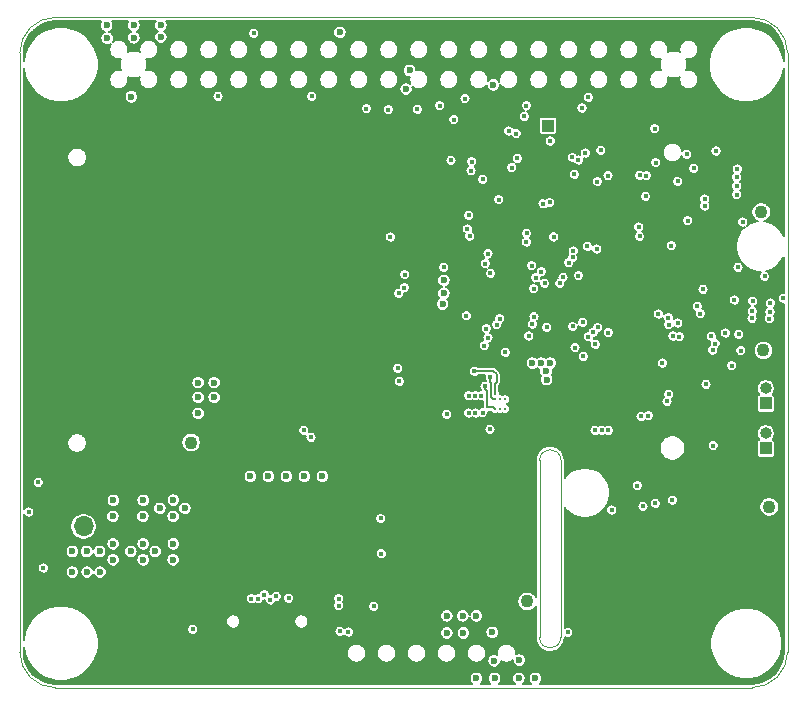
<source format=gbr>
G04 #@! TF.GenerationSoftware,KiCad,Pcbnew,(5.1.5)-3*
G04 #@! TF.CreationDate,2021-12-30T11:40:28+01:00*
G04 #@! TF.ProjectId,mPCIe_HAT,6d504349-655f-4484-9154-2e6b69636164,rev?*
G04 #@! TF.SameCoordinates,PX7094cd0PY79a4230*
G04 #@! TF.FileFunction,Copper,L2,Inr*
G04 #@! TF.FilePolarity,Positive*
%FSLAX46Y46*%
G04 Gerber Fmt 4.6, Leading zero omitted, Abs format (unit mm)*
G04 Created by KiCad (PCBNEW (5.1.5)-3) date 2021-12-30 11:40:28*
%MOMM*%
%LPD*%
G04 APERTURE LIST*
%ADD10C,0.100000*%
%ADD11C,0.600000*%
%ADD12C,5.300000*%
%ADD13R,1.000000X1.000000*%
%ADD14O,1.000000X1.000000*%
%ADD15C,1.100000*%
%ADD16O,1.000000X2.100000*%
%ADD17O,1.000000X1.800000*%
%ADD18O,1.700000X1.700000*%
%ADD19R,1.700000X1.700000*%
%ADD20C,0.400000*%
%ADD21C,0.325000*%
%ADD22C,0.350000*%
%ADD23C,0.150000*%
G04 APERTURE END LIST*
D10*
X3000000Y-250000D02*
X62000000Y-250000D01*
X0Y53500000D02*
X0Y2750000D01*
X65000000Y53500000D02*
G75*
G03X62000000Y56500000I-3000000J0D01*
G01*
X0Y2750000D02*
G75*
G03X3000000Y-250000I3000000J0D01*
G01*
X45800000Y19000000D02*
G75*
G03X44000000Y19000000I-900000J0D01*
G01*
X45800000Y19000000D02*
X45800000Y4000000D01*
X3000000Y56500000D02*
G75*
G03X0Y53500000I0J-3000000D01*
G01*
X65000000Y53500000D02*
X65000000Y2750000D01*
X44000000Y19000000D02*
X44000000Y4000000D01*
X3000000Y56500000D02*
X62000000Y56500000D01*
X45800000Y4000000D02*
G75*
G02X44000000Y4000000I-900000J0D01*
G01*
X62000000Y-250000D02*
G75*
G03X65000000Y2750000I0J3000000D01*
G01*
D11*
X13000000Y15625000D03*
X12975000Y14250000D03*
X13000000Y11925000D03*
X12975000Y10575000D03*
X10450000Y15600000D03*
X10425000Y14250000D03*
X10450000Y11925000D03*
X10450000Y10575000D03*
X7925000Y15600000D03*
X7875000Y14250000D03*
X7900000Y11925000D03*
X7900000Y10575000D03*
D12*
X31350000Y44650000D03*
X31350000Y20450000D03*
D13*
X63150000Y20000000D03*
D14*
X63150000Y21270000D03*
X63150000Y25080000D03*
D13*
X63150000Y23810000D03*
D15*
X62950000Y28300000D03*
D13*
X44725000Y47325000D03*
D14*
X45995000Y47325000D03*
D15*
X62770000Y40010000D03*
X42950000Y7050000D03*
X63450000Y15050000D03*
X63450000Y17550000D03*
X14500000Y20500000D03*
D16*
X16630000Y5830000D03*
X25270000Y5830000D03*
D17*
X16630000Y1660000D03*
X25270000Y1660000D03*
D18*
X5400000Y13410000D03*
D19*
X5400000Y15950000D03*
D20*
X46380000Y4425000D03*
X19800000Y55145000D03*
X22530000Y20825000D03*
X52753990Y15089000D03*
X53199994Y22775000D03*
X53793872Y15346949D03*
X48700010Y21525000D03*
X49253568Y21528553D03*
X55234940Y15625000D03*
X54894408Y31068168D03*
X750000Y14625006D03*
X31366799Y37901799D03*
X46855285Y36724990D03*
X57839327Y33473438D03*
X60875010Y29675000D03*
D21*
X40250000Y24575000D03*
D20*
X38484001Y26536001D03*
X36150011Y22897699D03*
D11*
X11850000Y14924998D03*
X40000000Y4425000D03*
X42250000Y524998D03*
X43650000Y524998D03*
X40200000Y525000D03*
X38650000Y525000D03*
X40150000Y2025000D03*
X42300000Y2074998D03*
X13974990Y14925000D03*
D20*
X32125000Y25675000D03*
X41400000Y46875000D03*
X40388810Y30487245D03*
X58700000Y20225000D03*
X54800000Y23975000D03*
X63519111Y31546170D03*
X63470207Y30972064D03*
X62027538Y31608986D03*
X61995082Y31022630D03*
X24700000Y49825000D03*
X56459723Y44916332D03*
X55696790Y42603544D03*
D11*
X27100000Y55225000D03*
D20*
X57999972Y40525000D03*
X56550000Y39275000D03*
D11*
X32700000Y50424998D03*
D20*
X46944557Y43219170D03*
X47888323Y45011494D03*
X27100000Y4525000D03*
X58950009Y45178981D03*
X58650000Y28324996D03*
X61049996Y28275000D03*
X16775000Y49825000D03*
X55150000Y37174998D03*
X57974515Y41124990D03*
D21*
X40225000Y23350000D03*
D20*
X39380000Y25275000D03*
X49811703Y29799989D03*
X55700000Y30624990D03*
X58549978Y29500010D03*
D21*
X40225000Y24150000D03*
D20*
X39842000Y26011000D03*
X47013586Y28538584D03*
X54948684Y30474729D03*
X58868087Y28864061D03*
X44600000Y30250010D03*
X44158361Y34963415D03*
X39337667Y28687333D03*
X47600000Y48825010D03*
X49196912Y45250010D03*
X39401959Y35631697D03*
D11*
X35900000Y33125000D03*
D20*
X35550000Y49024970D03*
D11*
X35900012Y34225000D03*
D20*
X33650000Y48725000D03*
X35900000Y35325000D03*
X31200000Y48675000D03*
D11*
X35800000Y32225000D03*
X33000000Y51999990D03*
D20*
X43350012Y35482962D03*
X42881875Y37483146D03*
X60483556Y32573519D03*
X52280091Y16859091D03*
X52600012Y22704842D03*
X27000000Y7274994D03*
X22750000Y7324982D03*
X27000000Y6675000D03*
X19600000Y7275000D03*
X39175000Y23025000D03*
X38575000Y23000000D03*
X38000000Y23000000D03*
D21*
X41075000Y23350000D03*
X40650000Y23350000D03*
D20*
X38000000Y24475000D03*
X38575000Y24475000D03*
D21*
X41075000Y24150000D03*
X40650000Y24150000D03*
D20*
X39080000Y24450000D03*
D11*
X40100000Y50775033D03*
D20*
X42020000Y46665000D03*
X42700000Y48125010D03*
X41650000Y43775000D03*
X42130000Y44574998D03*
X39185742Y42789258D03*
X52494288Y43113039D03*
X48050000Y37125000D03*
X59724979Y29775000D03*
X43525010Y31140818D03*
X45212321Y37911265D03*
X44424979Y33988278D03*
X60274990Y27000026D03*
X58100000Y25425000D03*
X47300000Y34625002D03*
X48840617Y36884560D03*
X46801511Y30324986D03*
X48542808Y29853304D03*
X55850000Y29450010D03*
X57614545Y31418352D03*
X60700000Y41475000D03*
X60799997Y35350010D03*
X64650000Y32700000D03*
X60700000Y42225000D03*
X60700000Y42975000D03*
X62056090Y32471477D03*
X63550000Y32306606D03*
X53847202Y44209510D03*
X60739473Y43664473D03*
X57054726Y43725000D03*
X36750000Y47825000D03*
X39633023Y36480846D03*
X43400000Y30525000D03*
X43499998Y33525000D03*
X39850000Y34824990D03*
X40638288Y30977422D03*
X44300528Y40724472D03*
X45997739Y34499990D03*
X47650004Y30667131D03*
X32574976Y34725000D03*
X1550000Y17125004D03*
X30590000Y11075000D03*
D11*
X19522000Y17629000D03*
X22570000Y17629000D03*
X24094000Y17629000D03*
X25618000Y17629000D03*
X21046000Y17629000D03*
X44160000Y27225000D03*
X44922000Y27225000D03*
X44550000Y26525000D03*
X44600000Y25825000D03*
X43400000Y27225000D03*
D20*
X39800000Y21625000D03*
X30544816Y14070526D03*
D11*
X36150000Y5825000D03*
X37500000Y5825000D03*
X36150000Y4375000D03*
X37550000Y4375000D03*
X38650000Y5825000D03*
X7400000Y54725000D03*
X7350000Y55825000D03*
X11950000Y54825000D03*
X11950000Y55825000D03*
X9650000Y54775000D03*
X9650000Y55825000D03*
X5650000Y11275000D03*
X4450000Y9525000D03*
X5700000Y9525000D03*
X6800000Y9525000D03*
X4450000Y11275000D03*
X6750000Y11275000D03*
D20*
X61200000Y39175000D03*
X63050000Y34575000D03*
X29950000Y6625000D03*
X14650000Y4675000D03*
X32557505Y33621830D03*
X2000000Y9875008D03*
X37683641Y49599989D03*
X48900000Y42599967D03*
X47300000Y44425000D03*
X47695223Y27790164D03*
X48715574Y28810517D03*
X54946876Y24574988D03*
X41100000Y28150010D03*
X48125000Y49725000D03*
X42897634Y49025011D03*
X37900000Y38575000D03*
X52850000Y55215000D03*
X35040000Y51955000D03*
X30000000Y49685000D03*
X15610000Y52185000D03*
X64500000Y41405000D03*
X37190000Y36005000D03*
X30540000Y10165000D03*
X48780000Y35945000D03*
X14040000Y9115000D03*
X31570000Y13575000D03*
X54680000Y48635000D03*
X28890000Y38575000D03*
X28750000Y48245000D03*
X31340000Y33155000D03*
X1770000Y20705000D03*
X31780000Y37435000D03*
X45770000Y22125000D03*
X42480000Y23965000D03*
X42500000Y23365000D03*
X42500000Y22765000D03*
X1760000Y34385000D03*
X64470000Y48915000D03*
X58517424Y450010D03*
X43500000Y4355000D03*
X36450000Y8185000D03*
X43520000Y8275000D03*
X43450000Y12565000D03*
X40500000Y12515000D03*
X36520000Y12545000D03*
X31570000Y11645000D03*
X34380000Y11665000D03*
X47090000Y22105000D03*
X45840000Y23815000D03*
X49600000Y23995000D03*
X59360000Y38345000D03*
X59350000Y37535000D03*
D22*
X39850000Y22955000D03*
D20*
X44400000Y23475000D03*
X59400000Y31975000D03*
X59350000Y35175000D03*
X59400000Y34375000D03*
D11*
X37100000Y1675000D03*
X35100000Y1675000D03*
X37100000Y575000D03*
D20*
X17000000Y12725000D03*
X24250000Y9575000D03*
X22550000Y19725000D03*
X17946912Y12700010D03*
X33000000Y8175000D03*
X64480000Y9205000D03*
X46646912Y9300010D03*
X58550000Y9325000D03*
X46646912Y1475000D03*
X46646912Y10250010D03*
X46650000Y575000D03*
X58550000Y1425000D03*
X58550000Y10175000D03*
X58646912Y11275000D03*
X49896912Y45200010D03*
X62200024Y34206606D03*
X62800024Y29856606D03*
X63600024Y30256606D03*
X43290000Y46825000D03*
X35400000Y43025000D03*
X34100000Y46225000D03*
X49850000Y30875000D03*
X45600000Y31706606D03*
X43400000Y42475000D03*
X47750000Y40575000D03*
D22*
X44820000Y38750000D03*
D20*
X55844000Y16359000D03*
X54312091Y16351091D03*
X51948944Y16186154D03*
X46172831Y27725000D03*
X41320000Y36675000D03*
X52400000Y39575002D03*
X52450000Y21925000D03*
X60591268Y23983732D03*
X17224479Y7199479D03*
X24650000Y7225000D03*
X14250000Y55225000D03*
X22800000Y55225000D03*
X30450000Y55225000D03*
X43150000Y55225000D03*
X48200000Y55225000D03*
X55800000Y49775000D03*
X19350000Y49775000D03*
X50700000Y12874992D03*
X55100000Y14775000D03*
X39800000Y49025000D03*
D11*
X35150000Y575000D03*
D20*
X59511019Y27013981D03*
X61625010Y34175000D03*
X63931980Y34056980D03*
X19050000Y22175000D03*
X28700000Y8375000D03*
X550000Y17075000D03*
X1700000Y23425000D03*
X8050000Y24425000D03*
X8000000Y48575000D03*
X1700004Y48725000D03*
X2075000Y11175000D03*
X58750000Y48975000D03*
X36628000Y27297000D03*
X19973599Y8597156D03*
X52509621Y37115383D03*
X52405010Y30775000D03*
X52405010Y33974472D03*
X24350000Y10275000D03*
X22569933Y8265221D03*
X41400000Y37724990D03*
X47670000Y32645000D03*
X47649998Y24205000D03*
X40570000Y8275000D03*
X50900010Y16824996D03*
X40469988Y37325000D03*
X45131948Y43021410D03*
X50104494Y14788341D03*
X49812112Y21541333D03*
X20700000Y7625000D03*
X52400000Y38750000D03*
X21700000Y7475000D03*
X20200000Y7275000D03*
X21200000Y7175000D03*
X52467678Y37957338D03*
X44850000Y40825014D03*
X48931986Y30241959D03*
X55301265Y29518622D03*
X57350005Y32024991D03*
X38250000Y44275000D03*
X36499970Y44402038D03*
X53750000Y47071232D03*
X43661618Y34449470D03*
X46470985Y35735369D03*
X53049994Y43100054D03*
X52975251Y41350010D03*
X27799856Y4461911D03*
X49800000Y43099979D03*
X38000000Y39725008D03*
X46773901Y44635414D03*
X46797427Y36178030D03*
X54060433Y31387821D03*
X43100000Y29525000D03*
X54400000Y27225000D03*
X48145631Y29472827D03*
X39500006Y30149672D03*
X39634422Y29382370D03*
X37800000Y31225000D03*
X44900000Y46025004D03*
X38200000Y43525000D03*
D11*
X9450000Y49775000D03*
D20*
X29350000Y48774984D03*
X32000001Y26775000D03*
X42900000Y38225000D03*
X38100000Y37975002D03*
X40550000Y41075000D03*
X45725010Y33979303D03*
X32080000Y33125000D03*
D11*
X11450000Y11275000D03*
X9400000Y11275000D03*
X16450000Y24325000D03*
X16450000Y25575000D03*
X15100000Y24325000D03*
X15100000Y22975000D03*
X15100000Y25575000D03*
D20*
X24050000Y21535004D03*
X24650000Y20935000D03*
D23*
X38589001Y26536001D02*
X38484001Y26536001D01*
X40367001Y25608001D02*
X40367001Y26263001D01*
X40094001Y26536001D02*
X38589001Y26536001D01*
X40250000Y25491000D02*
X40367001Y25608001D01*
X40250000Y24575000D02*
X40250000Y25491000D01*
X40367001Y26263001D02*
X40094001Y26536001D01*
X39585611Y24231609D02*
X39576609Y24231609D01*
X39588000Y24229220D02*
X39585611Y24231609D01*
X40225000Y23350000D02*
X40104000Y23471000D01*
X39588000Y23471000D02*
X39588000Y24229220D01*
X40104000Y23471000D02*
X39588000Y23471000D01*
X39380000Y24992158D02*
X39380000Y25275000D01*
X39518999Y24298221D02*
X39518999Y24853159D01*
X39518999Y24853159D02*
X39380000Y24992158D01*
X39585611Y24231609D02*
X39518999Y24298221D01*
X40101498Y24150000D02*
X39859002Y24392496D01*
X40225000Y24150000D02*
X40101498Y24150000D01*
X39842000Y25586736D02*
X39842000Y26011000D01*
X39859002Y25569734D02*
X39842000Y25586736D01*
X39859002Y24392496D02*
X39859002Y25569734D01*
G36*
X6840442Y56097365D02*
G01*
X6797097Y55992721D01*
X6775000Y55881633D01*
X6775000Y55768367D01*
X6797097Y55657279D01*
X6840442Y55552635D01*
X6903368Y55458459D01*
X6983459Y55378368D01*
X7077635Y55315442D01*
X7182279Y55272097D01*
X7206588Y55267262D01*
X7127635Y55234558D01*
X7033459Y55171632D01*
X6953368Y55091541D01*
X6890442Y54997365D01*
X6847097Y54892721D01*
X6825000Y54781633D01*
X6825000Y54668367D01*
X6847097Y54557279D01*
X6890442Y54452635D01*
X6953368Y54358459D01*
X7033459Y54278368D01*
X7127635Y54215442D01*
X7232279Y54172097D01*
X7343367Y54150000D01*
X7456633Y54150000D01*
X7567721Y54172097D01*
X7672365Y54215442D01*
X7732194Y54255418D01*
X7661049Y54148942D01*
X7600743Y54003351D01*
X7570000Y53848793D01*
X7570000Y53691207D01*
X7600743Y53536649D01*
X7661049Y53391058D01*
X7748599Y53260030D01*
X7860030Y53148599D01*
X7991058Y53061049D01*
X8136649Y53000743D01*
X8291207Y52970000D01*
X8448793Y52970000D01*
X8584908Y52997074D01*
X8519770Y52839818D01*
X8475000Y52614742D01*
X8475000Y52385258D01*
X8519770Y52160182D01*
X8584908Y52002926D01*
X8448793Y52030000D01*
X8291207Y52030000D01*
X8136649Y51999257D01*
X7991058Y51938951D01*
X7860030Y51851401D01*
X7748599Y51739970D01*
X7661049Y51608942D01*
X7600743Y51463351D01*
X7570000Y51308793D01*
X7570000Y51151207D01*
X7600743Y50996649D01*
X7661049Y50851058D01*
X7748599Y50720030D01*
X7860030Y50608599D01*
X7991058Y50521049D01*
X8136649Y50460743D01*
X8291207Y50430000D01*
X8448793Y50430000D01*
X8603351Y50460743D01*
X8748942Y50521049D01*
X8879970Y50608599D01*
X8991401Y50720030D01*
X9078951Y50851058D01*
X9139257Y50996649D01*
X9170000Y51151207D01*
X9170000Y51308793D01*
X9142926Y51444908D01*
X9300182Y51379770D01*
X9525258Y51335000D01*
X9754742Y51335000D01*
X9979818Y51379770D01*
X10137074Y51444908D01*
X10110000Y51308793D01*
X10110000Y51151207D01*
X10140743Y50996649D01*
X10201049Y50851058D01*
X10288599Y50720030D01*
X10400030Y50608599D01*
X10531058Y50521049D01*
X10676649Y50460743D01*
X10831207Y50430000D01*
X10988793Y50430000D01*
X11143351Y50460743D01*
X11288942Y50521049D01*
X11419970Y50608599D01*
X11531401Y50720030D01*
X11618951Y50851058D01*
X11679257Y50996649D01*
X11710000Y51151207D01*
X11710000Y51308793D01*
X12650000Y51308793D01*
X12650000Y51151207D01*
X12680743Y50996649D01*
X12741049Y50851058D01*
X12828599Y50720030D01*
X12940030Y50608599D01*
X13071058Y50521049D01*
X13216649Y50460743D01*
X13371207Y50430000D01*
X13528793Y50430000D01*
X13683351Y50460743D01*
X13828942Y50521049D01*
X13959970Y50608599D01*
X14071401Y50720030D01*
X14158951Y50851058D01*
X14219257Y50996649D01*
X14250000Y51151207D01*
X14250000Y51308793D01*
X15190000Y51308793D01*
X15190000Y51151207D01*
X15220743Y50996649D01*
X15281049Y50851058D01*
X15368599Y50720030D01*
X15480030Y50608599D01*
X15611058Y50521049D01*
X15756649Y50460743D01*
X15911207Y50430000D01*
X16068793Y50430000D01*
X16223351Y50460743D01*
X16368942Y50521049D01*
X16499970Y50608599D01*
X16611401Y50720030D01*
X16698951Y50851058D01*
X16759257Y50996649D01*
X16790000Y51151207D01*
X16790000Y51308793D01*
X17730000Y51308793D01*
X17730000Y51151207D01*
X17760743Y50996649D01*
X17821049Y50851058D01*
X17908599Y50720030D01*
X18020030Y50608599D01*
X18151058Y50521049D01*
X18296649Y50460743D01*
X18451207Y50430000D01*
X18608793Y50430000D01*
X18763351Y50460743D01*
X18908942Y50521049D01*
X19039970Y50608599D01*
X19151401Y50720030D01*
X19238951Y50851058D01*
X19299257Y50996649D01*
X19330000Y51151207D01*
X19330000Y51308793D01*
X20270000Y51308793D01*
X20270000Y51151207D01*
X20300743Y50996649D01*
X20361049Y50851058D01*
X20448599Y50720030D01*
X20560030Y50608599D01*
X20691058Y50521049D01*
X20836649Y50460743D01*
X20991207Y50430000D01*
X21148793Y50430000D01*
X21303351Y50460743D01*
X21448942Y50521049D01*
X21579970Y50608599D01*
X21691401Y50720030D01*
X21778951Y50851058D01*
X21839257Y50996649D01*
X21870000Y51151207D01*
X21870000Y51308793D01*
X22810000Y51308793D01*
X22810000Y51151207D01*
X22840743Y50996649D01*
X22901049Y50851058D01*
X22988599Y50720030D01*
X23100030Y50608599D01*
X23231058Y50521049D01*
X23376649Y50460743D01*
X23531207Y50430000D01*
X23688793Y50430000D01*
X23843351Y50460743D01*
X23988942Y50521049D01*
X24119970Y50608599D01*
X24231401Y50720030D01*
X24318951Y50851058D01*
X24379257Y50996649D01*
X24410000Y51151207D01*
X24410000Y51308793D01*
X25350000Y51308793D01*
X25350000Y51151207D01*
X25380743Y50996649D01*
X25441049Y50851058D01*
X25528599Y50720030D01*
X25640030Y50608599D01*
X25771058Y50521049D01*
X25916649Y50460743D01*
X26071207Y50430000D01*
X26228793Y50430000D01*
X26383351Y50460743D01*
X26528942Y50521049D01*
X26659970Y50608599D01*
X26771401Y50720030D01*
X26858951Y50851058D01*
X26919257Y50996649D01*
X26950000Y51151207D01*
X26950000Y51308793D01*
X27890000Y51308793D01*
X27890000Y51151207D01*
X27920743Y50996649D01*
X27981049Y50851058D01*
X28068599Y50720030D01*
X28180030Y50608599D01*
X28311058Y50521049D01*
X28456649Y50460743D01*
X28611207Y50430000D01*
X28768793Y50430000D01*
X28923351Y50460743D01*
X29068942Y50521049D01*
X29199970Y50608599D01*
X29311401Y50720030D01*
X29398951Y50851058D01*
X29459257Y50996649D01*
X29490000Y51151207D01*
X29490000Y51308793D01*
X30430000Y51308793D01*
X30430000Y51151207D01*
X30460743Y50996649D01*
X30521049Y50851058D01*
X30608599Y50720030D01*
X30720030Y50608599D01*
X30851058Y50521049D01*
X30996649Y50460743D01*
X31151207Y50430000D01*
X31308793Y50430000D01*
X31463351Y50460743D01*
X31513778Y50481631D01*
X32125000Y50481631D01*
X32125000Y50368365D01*
X32147097Y50257277D01*
X32190442Y50152633D01*
X32253368Y50058457D01*
X32333459Y49978366D01*
X32427635Y49915440D01*
X32532279Y49872095D01*
X32643367Y49849998D01*
X32756633Y49849998D01*
X32867721Y49872095D01*
X32972365Y49915440D01*
X33066541Y49978366D01*
X33146632Y50058457D01*
X33209558Y50152633D01*
X33252903Y50257277D01*
X33275000Y50368365D01*
X33275000Y50481631D01*
X33252903Y50592719D01*
X33236635Y50631994D01*
X33260030Y50608599D01*
X33391058Y50521049D01*
X33536649Y50460743D01*
X33691207Y50430000D01*
X33848793Y50430000D01*
X34003351Y50460743D01*
X34148942Y50521049D01*
X34279970Y50608599D01*
X34391401Y50720030D01*
X34478951Y50851058D01*
X34539257Y50996649D01*
X34570000Y51151207D01*
X34570000Y51308793D01*
X35510000Y51308793D01*
X35510000Y51151207D01*
X35540743Y50996649D01*
X35601049Y50851058D01*
X35688599Y50720030D01*
X35800030Y50608599D01*
X35931058Y50521049D01*
X36076649Y50460743D01*
X36231207Y50430000D01*
X36388793Y50430000D01*
X36543351Y50460743D01*
X36688942Y50521049D01*
X36819970Y50608599D01*
X36931401Y50720030D01*
X37018951Y50851058D01*
X37079257Y50996649D01*
X37110000Y51151207D01*
X37110000Y51308793D01*
X38050000Y51308793D01*
X38050000Y51151207D01*
X38080743Y50996649D01*
X38141049Y50851058D01*
X38228599Y50720030D01*
X38340030Y50608599D01*
X38471058Y50521049D01*
X38616649Y50460743D01*
X38771207Y50430000D01*
X38928793Y50430000D01*
X39083351Y50460743D01*
X39228942Y50521049D01*
X39359970Y50608599D01*
X39471401Y50720030D01*
X39525000Y50800247D01*
X39525000Y50718400D01*
X39547097Y50607312D01*
X39590442Y50502668D01*
X39653368Y50408492D01*
X39733459Y50328401D01*
X39827635Y50265475D01*
X39932279Y50222130D01*
X40043367Y50200033D01*
X40156633Y50200033D01*
X40267721Y50222130D01*
X40372365Y50265475D01*
X40466541Y50328401D01*
X40546632Y50408492D01*
X40609558Y50502668D01*
X40652903Y50607312D01*
X40675000Y50718400D01*
X40675000Y50831666D01*
X40661990Y50897070D01*
X40681049Y50851058D01*
X40768599Y50720030D01*
X40880030Y50608599D01*
X41011058Y50521049D01*
X41156649Y50460743D01*
X41311207Y50430000D01*
X41468793Y50430000D01*
X41623351Y50460743D01*
X41768942Y50521049D01*
X41899970Y50608599D01*
X42011401Y50720030D01*
X42098951Y50851058D01*
X42159257Y50996649D01*
X42190000Y51151207D01*
X42190000Y51308793D01*
X43130000Y51308793D01*
X43130000Y51151207D01*
X43160743Y50996649D01*
X43221049Y50851058D01*
X43308599Y50720030D01*
X43420030Y50608599D01*
X43551058Y50521049D01*
X43696649Y50460743D01*
X43851207Y50430000D01*
X44008793Y50430000D01*
X44163351Y50460743D01*
X44308942Y50521049D01*
X44439970Y50608599D01*
X44551401Y50720030D01*
X44638951Y50851058D01*
X44699257Y50996649D01*
X44730000Y51151207D01*
X44730000Y51308793D01*
X45670000Y51308793D01*
X45670000Y51151207D01*
X45700743Y50996649D01*
X45761049Y50851058D01*
X45848599Y50720030D01*
X45960030Y50608599D01*
X46091058Y50521049D01*
X46236649Y50460743D01*
X46391207Y50430000D01*
X46548793Y50430000D01*
X46703351Y50460743D01*
X46848942Y50521049D01*
X46979970Y50608599D01*
X47091401Y50720030D01*
X47178951Y50851058D01*
X47239257Y50996649D01*
X47270000Y51151207D01*
X47270000Y51308793D01*
X48210000Y51308793D01*
X48210000Y51151207D01*
X48240743Y50996649D01*
X48301049Y50851058D01*
X48388599Y50720030D01*
X48500030Y50608599D01*
X48631058Y50521049D01*
X48776649Y50460743D01*
X48931207Y50430000D01*
X49088793Y50430000D01*
X49243351Y50460743D01*
X49388942Y50521049D01*
X49519970Y50608599D01*
X49631401Y50720030D01*
X49718951Y50851058D01*
X49779257Y50996649D01*
X49810000Y51151207D01*
X49810000Y51308793D01*
X50750000Y51308793D01*
X50750000Y51151207D01*
X50780743Y50996649D01*
X50841049Y50851058D01*
X50928599Y50720030D01*
X51040030Y50608599D01*
X51171058Y50521049D01*
X51316649Y50460743D01*
X51471207Y50430000D01*
X51628793Y50430000D01*
X51783351Y50460743D01*
X51928942Y50521049D01*
X52059970Y50608599D01*
X52171401Y50720030D01*
X52258951Y50851058D01*
X52319257Y50996649D01*
X52350000Y51151207D01*
X52350000Y51308793D01*
X52319257Y51463351D01*
X52258951Y51608942D01*
X52171401Y51739970D01*
X52059970Y51851401D01*
X51928942Y51938951D01*
X51783351Y51999257D01*
X51628793Y52030000D01*
X51471207Y52030000D01*
X51316649Y51999257D01*
X51171058Y51938951D01*
X51040030Y51851401D01*
X50928599Y51739970D01*
X50841049Y51608942D01*
X50780743Y51463351D01*
X50750000Y51308793D01*
X49810000Y51308793D01*
X49779257Y51463351D01*
X49718951Y51608942D01*
X49631401Y51739970D01*
X49519970Y51851401D01*
X49388942Y51938951D01*
X49243351Y51999257D01*
X49088793Y52030000D01*
X48931207Y52030000D01*
X48776649Y51999257D01*
X48631058Y51938951D01*
X48500030Y51851401D01*
X48388599Y51739970D01*
X48301049Y51608942D01*
X48240743Y51463351D01*
X48210000Y51308793D01*
X47270000Y51308793D01*
X47239257Y51463351D01*
X47178951Y51608942D01*
X47091401Y51739970D01*
X46979970Y51851401D01*
X46848942Y51938951D01*
X46703351Y51999257D01*
X46548793Y52030000D01*
X46391207Y52030000D01*
X46236649Y51999257D01*
X46091058Y51938951D01*
X45960030Y51851401D01*
X45848599Y51739970D01*
X45761049Y51608942D01*
X45700743Y51463351D01*
X45670000Y51308793D01*
X44730000Y51308793D01*
X44699257Y51463351D01*
X44638951Y51608942D01*
X44551401Y51739970D01*
X44439970Y51851401D01*
X44308942Y51938951D01*
X44163351Y51999257D01*
X44008793Y52030000D01*
X43851207Y52030000D01*
X43696649Y51999257D01*
X43551058Y51938951D01*
X43420030Y51851401D01*
X43308599Y51739970D01*
X43221049Y51608942D01*
X43160743Y51463351D01*
X43130000Y51308793D01*
X42190000Y51308793D01*
X42159257Y51463351D01*
X42098951Y51608942D01*
X42011401Y51739970D01*
X41899970Y51851401D01*
X41768942Y51938951D01*
X41623351Y51999257D01*
X41468793Y52030000D01*
X41311207Y52030000D01*
X41156649Y51999257D01*
X41011058Y51938951D01*
X40880030Y51851401D01*
X40768599Y51739970D01*
X40681049Y51608942D01*
X40620743Y51463351D01*
X40590000Y51308793D01*
X40590000Y51151207D01*
X40611656Y51042333D01*
X40609558Y51047398D01*
X40546632Y51141574D01*
X40466541Y51221665D01*
X40372365Y51284591D01*
X40267721Y51327936D01*
X40156633Y51350033D01*
X40043367Y51350033D01*
X39932279Y51327936D01*
X39827635Y51284591D01*
X39733459Y51221665D01*
X39653368Y51141574D01*
X39645844Y51130314D01*
X39650000Y51151207D01*
X39650000Y51308793D01*
X39619257Y51463351D01*
X39558951Y51608942D01*
X39471401Y51739970D01*
X39359970Y51851401D01*
X39228942Y51938951D01*
X39083351Y51999257D01*
X38928793Y52030000D01*
X38771207Y52030000D01*
X38616649Y51999257D01*
X38471058Y51938951D01*
X38340030Y51851401D01*
X38228599Y51739970D01*
X38141049Y51608942D01*
X38080743Y51463351D01*
X38050000Y51308793D01*
X37110000Y51308793D01*
X37079257Y51463351D01*
X37018951Y51608942D01*
X36931401Y51739970D01*
X36819970Y51851401D01*
X36688942Y51938951D01*
X36543351Y51999257D01*
X36388793Y52030000D01*
X36231207Y52030000D01*
X36076649Y51999257D01*
X35931058Y51938951D01*
X35800030Y51851401D01*
X35688599Y51739970D01*
X35601049Y51608942D01*
X35540743Y51463351D01*
X35510000Y51308793D01*
X34570000Y51308793D01*
X34539257Y51463351D01*
X34478951Y51608942D01*
X34391401Y51739970D01*
X34279970Y51851401D01*
X34148942Y51938951D01*
X34003351Y51999257D01*
X33848793Y52030000D01*
X33691207Y52030000D01*
X33575000Y52006885D01*
X33575000Y52056623D01*
X33552903Y52167711D01*
X33509558Y52272355D01*
X33446632Y52366531D01*
X33366541Y52446622D01*
X33272365Y52509548D01*
X33167721Y52552893D01*
X33056633Y52574990D01*
X32943367Y52574990D01*
X32832279Y52552893D01*
X32727635Y52509548D01*
X32633459Y52446622D01*
X32553368Y52366531D01*
X32490442Y52272355D01*
X32447097Y52167711D01*
X32425000Y52056623D01*
X32425000Y51943357D01*
X32447097Y51832269D01*
X32490442Y51727625D01*
X32553368Y51633449D01*
X32633459Y51553358D01*
X32727635Y51490432D01*
X32832279Y51447087D01*
X32943367Y51424990D01*
X32993113Y51424990D01*
X32970000Y51308793D01*
X32970000Y51151207D01*
X33000743Y50996649D01*
X33047165Y50884576D01*
X32972365Y50934556D01*
X32867721Y50977901D01*
X32756633Y50999998D01*
X32643367Y50999998D01*
X32532279Y50977901D01*
X32427635Y50934556D01*
X32333459Y50871630D01*
X32253368Y50791539D01*
X32190442Y50697363D01*
X32147097Y50592719D01*
X32125000Y50481631D01*
X31513778Y50481631D01*
X31608942Y50521049D01*
X31739970Y50608599D01*
X31851401Y50720030D01*
X31938951Y50851058D01*
X31999257Y50996649D01*
X32030000Y51151207D01*
X32030000Y51308793D01*
X31999257Y51463351D01*
X31938951Y51608942D01*
X31851401Y51739970D01*
X31739970Y51851401D01*
X31608942Y51938951D01*
X31463351Y51999257D01*
X31308793Y52030000D01*
X31151207Y52030000D01*
X30996649Y51999257D01*
X30851058Y51938951D01*
X30720030Y51851401D01*
X30608599Y51739970D01*
X30521049Y51608942D01*
X30460743Y51463351D01*
X30430000Y51308793D01*
X29490000Y51308793D01*
X29459257Y51463351D01*
X29398951Y51608942D01*
X29311401Y51739970D01*
X29199970Y51851401D01*
X29068942Y51938951D01*
X28923351Y51999257D01*
X28768793Y52030000D01*
X28611207Y52030000D01*
X28456649Y51999257D01*
X28311058Y51938951D01*
X28180030Y51851401D01*
X28068599Y51739970D01*
X27981049Y51608942D01*
X27920743Y51463351D01*
X27890000Y51308793D01*
X26950000Y51308793D01*
X26919257Y51463351D01*
X26858951Y51608942D01*
X26771401Y51739970D01*
X26659970Y51851401D01*
X26528942Y51938951D01*
X26383351Y51999257D01*
X26228793Y52030000D01*
X26071207Y52030000D01*
X25916649Y51999257D01*
X25771058Y51938951D01*
X25640030Y51851401D01*
X25528599Y51739970D01*
X25441049Y51608942D01*
X25380743Y51463351D01*
X25350000Y51308793D01*
X24410000Y51308793D01*
X24379257Y51463351D01*
X24318951Y51608942D01*
X24231401Y51739970D01*
X24119970Y51851401D01*
X23988942Y51938951D01*
X23843351Y51999257D01*
X23688793Y52030000D01*
X23531207Y52030000D01*
X23376649Y51999257D01*
X23231058Y51938951D01*
X23100030Y51851401D01*
X22988599Y51739970D01*
X22901049Y51608942D01*
X22840743Y51463351D01*
X22810000Y51308793D01*
X21870000Y51308793D01*
X21839257Y51463351D01*
X21778951Y51608942D01*
X21691401Y51739970D01*
X21579970Y51851401D01*
X21448942Y51938951D01*
X21303351Y51999257D01*
X21148793Y52030000D01*
X20991207Y52030000D01*
X20836649Y51999257D01*
X20691058Y51938951D01*
X20560030Y51851401D01*
X20448599Y51739970D01*
X20361049Y51608942D01*
X20300743Y51463351D01*
X20270000Y51308793D01*
X19330000Y51308793D01*
X19299257Y51463351D01*
X19238951Y51608942D01*
X19151401Y51739970D01*
X19039970Y51851401D01*
X18908942Y51938951D01*
X18763351Y51999257D01*
X18608793Y52030000D01*
X18451207Y52030000D01*
X18296649Y51999257D01*
X18151058Y51938951D01*
X18020030Y51851401D01*
X17908599Y51739970D01*
X17821049Y51608942D01*
X17760743Y51463351D01*
X17730000Y51308793D01*
X16790000Y51308793D01*
X16759257Y51463351D01*
X16698951Y51608942D01*
X16611401Y51739970D01*
X16499970Y51851401D01*
X16368942Y51938951D01*
X16223351Y51999257D01*
X16068793Y52030000D01*
X15911207Y52030000D01*
X15756649Y51999257D01*
X15611058Y51938951D01*
X15480030Y51851401D01*
X15368599Y51739970D01*
X15281049Y51608942D01*
X15220743Y51463351D01*
X15190000Y51308793D01*
X14250000Y51308793D01*
X14219257Y51463351D01*
X14158951Y51608942D01*
X14071401Y51739970D01*
X13959970Y51851401D01*
X13828942Y51938951D01*
X13683351Y51999257D01*
X13528793Y52030000D01*
X13371207Y52030000D01*
X13216649Y51999257D01*
X13071058Y51938951D01*
X12940030Y51851401D01*
X12828599Y51739970D01*
X12741049Y51608942D01*
X12680743Y51463351D01*
X12650000Y51308793D01*
X11710000Y51308793D01*
X11679257Y51463351D01*
X11618951Y51608942D01*
X11531401Y51739970D01*
X11419970Y51851401D01*
X11288942Y51938951D01*
X11143351Y51999257D01*
X10988793Y52030000D01*
X10831207Y52030000D01*
X10695092Y52002926D01*
X10760230Y52160182D01*
X10805000Y52385258D01*
X10805000Y52614742D01*
X10760230Y52839818D01*
X10695092Y52997074D01*
X10831207Y52970000D01*
X10988793Y52970000D01*
X11143351Y53000743D01*
X11288942Y53061049D01*
X11419970Y53148599D01*
X11531401Y53260030D01*
X11618951Y53391058D01*
X11679257Y53536649D01*
X11710000Y53691207D01*
X11710000Y53848793D01*
X12650000Y53848793D01*
X12650000Y53691207D01*
X12680743Y53536649D01*
X12741049Y53391058D01*
X12828599Y53260030D01*
X12940030Y53148599D01*
X13071058Y53061049D01*
X13216649Y53000743D01*
X13371207Y52970000D01*
X13528793Y52970000D01*
X13683351Y53000743D01*
X13828942Y53061049D01*
X13959970Y53148599D01*
X14071401Y53260030D01*
X14158951Y53391058D01*
X14219257Y53536649D01*
X14250000Y53691207D01*
X14250000Y53848793D01*
X15190000Y53848793D01*
X15190000Y53691207D01*
X15220743Y53536649D01*
X15281049Y53391058D01*
X15368599Y53260030D01*
X15480030Y53148599D01*
X15611058Y53061049D01*
X15756649Y53000743D01*
X15911207Y52970000D01*
X16068793Y52970000D01*
X16223351Y53000743D01*
X16368942Y53061049D01*
X16499970Y53148599D01*
X16611401Y53260030D01*
X16698951Y53391058D01*
X16759257Y53536649D01*
X16790000Y53691207D01*
X16790000Y53848793D01*
X17730000Y53848793D01*
X17730000Y53691207D01*
X17760743Y53536649D01*
X17821049Y53391058D01*
X17908599Y53260030D01*
X18020030Y53148599D01*
X18151058Y53061049D01*
X18296649Y53000743D01*
X18451207Y52970000D01*
X18608793Y52970000D01*
X18763351Y53000743D01*
X18908942Y53061049D01*
X19039970Y53148599D01*
X19151401Y53260030D01*
X19238951Y53391058D01*
X19299257Y53536649D01*
X19330000Y53691207D01*
X19330000Y53848793D01*
X20270000Y53848793D01*
X20270000Y53691207D01*
X20300743Y53536649D01*
X20361049Y53391058D01*
X20448599Y53260030D01*
X20560030Y53148599D01*
X20691058Y53061049D01*
X20836649Y53000743D01*
X20991207Y52970000D01*
X21148793Y52970000D01*
X21303351Y53000743D01*
X21448942Y53061049D01*
X21579970Y53148599D01*
X21691401Y53260030D01*
X21778951Y53391058D01*
X21839257Y53536649D01*
X21870000Y53691207D01*
X21870000Y53848793D01*
X22810000Y53848793D01*
X22810000Y53691207D01*
X22840743Y53536649D01*
X22901049Y53391058D01*
X22988599Y53260030D01*
X23100030Y53148599D01*
X23231058Y53061049D01*
X23376649Y53000743D01*
X23531207Y52970000D01*
X23688793Y52970000D01*
X23843351Y53000743D01*
X23988942Y53061049D01*
X24119970Y53148599D01*
X24231401Y53260030D01*
X24318951Y53391058D01*
X24379257Y53536649D01*
X24410000Y53691207D01*
X24410000Y53848793D01*
X25350000Y53848793D01*
X25350000Y53691207D01*
X25380743Y53536649D01*
X25441049Y53391058D01*
X25528599Y53260030D01*
X25640030Y53148599D01*
X25771058Y53061049D01*
X25916649Y53000743D01*
X26071207Y52970000D01*
X26228793Y52970000D01*
X26383351Y53000743D01*
X26528942Y53061049D01*
X26659970Y53148599D01*
X26771401Y53260030D01*
X26858951Y53391058D01*
X26919257Y53536649D01*
X26950000Y53691207D01*
X26950000Y53848793D01*
X27890000Y53848793D01*
X27890000Y53691207D01*
X27920743Y53536649D01*
X27981049Y53391058D01*
X28068599Y53260030D01*
X28180030Y53148599D01*
X28311058Y53061049D01*
X28456649Y53000743D01*
X28611207Y52970000D01*
X28768793Y52970000D01*
X28923351Y53000743D01*
X29068942Y53061049D01*
X29199970Y53148599D01*
X29311401Y53260030D01*
X29398951Y53391058D01*
X29459257Y53536649D01*
X29490000Y53691207D01*
X29490000Y53848793D01*
X30430000Y53848793D01*
X30430000Y53691207D01*
X30460743Y53536649D01*
X30521049Y53391058D01*
X30608599Y53260030D01*
X30720030Y53148599D01*
X30851058Y53061049D01*
X30996649Y53000743D01*
X31151207Y52970000D01*
X31308793Y52970000D01*
X31463351Y53000743D01*
X31608942Y53061049D01*
X31739970Y53148599D01*
X31851401Y53260030D01*
X31938951Y53391058D01*
X31999257Y53536649D01*
X32030000Y53691207D01*
X32030000Y53848793D01*
X32970000Y53848793D01*
X32970000Y53691207D01*
X33000743Y53536649D01*
X33061049Y53391058D01*
X33148599Y53260030D01*
X33260030Y53148599D01*
X33391058Y53061049D01*
X33536649Y53000743D01*
X33691207Y52970000D01*
X33848793Y52970000D01*
X34003351Y53000743D01*
X34148942Y53061049D01*
X34279970Y53148599D01*
X34391401Y53260030D01*
X34478951Y53391058D01*
X34539257Y53536649D01*
X34570000Y53691207D01*
X34570000Y53848793D01*
X35510000Y53848793D01*
X35510000Y53691207D01*
X35540743Y53536649D01*
X35601049Y53391058D01*
X35688599Y53260030D01*
X35800030Y53148599D01*
X35931058Y53061049D01*
X36076649Y53000743D01*
X36231207Y52970000D01*
X36388793Y52970000D01*
X36543351Y53000743D01*
X36688942Y53061049D01*
X36819970Y53148599D01*
X36931401Y53260030D01*
X37018951Y53391058D01*
X37079257Y53536649D01*
X37110000Y53691207D01*
X37110000Y53848793D01*
X38050000Y53848793D01*
X38050000Y53691207D01*
X38080743Y53536649D01*
X38141049Y53391058D01*
X38228599Y53260030D01*
X38340030Y53148599D01*
X38471058Y53061049D01*
X38616649Y53000743D01*
X38771207Y52970000D01*
X38928793Y52970000D01*
X39083351Y53000743D01*
X39228942Y53061049D01*
X39359970Y53148599D01*
X39471401Y53260030D01*
X39558951Y53391058D01*
X39619257Y53536649D01*
X39650000Y53691207D01*
X39650000Y53848793D01*
X40590000Y53848793D01*
X40590000Y53691207D01*
X40620743Y53536649D01*
X40681049Y53391058D01*
X40768599Y53260030D01*
X40880030Y53148599D01*
X41011058Y53061049D01*
X41156649Y53000743D01*
X41311207Y52970000D01*
X41468793Y52970000D01*
X41623351Y53000743D01*
X41768942Y53061049D01*
X41899970Y53148599D01*
X42011401Y53260030D01*
X42098951Y53391058D01*
X42159257Y53536649D01*
X42190000Y53691207D01*
X42190000Y53848793D01*
X43130000Y53848793D01*
X43130000Y53691207D01*
X43160743Y53536649D01*
X43221049Y53391058D01*
X43308599Y53260030D01*
X43420030Y53148599D01*
X43551058Y53061049D01*
X43696649Y53000743D01*
X43851207Y52970000D01*
X44008793Y52970000D01*
X44163351Y53000743D01*
X44308942Y53061049D01*
X44439970Y53148599D01*
X44551401Y53260030D01*
X44638951Y53391058D01*
X44699257Y53536649D01*
X44730000Y53691207D01*
X44730000Y53848793D01*
X45670000Y53848793D01*
X45670000Y53691207D01*
X45700743Y53536649D01*
X45761049Y53391058D01*
X45848599Y53260030D01*
X45960030Y53148599D01*
X46091058Y53061049D01*
X46236649Y53000743D01*
X46391207Y52970000D01*
X46548793Y52970000D01*
X46703351Y53000743D01*
X46848942Y53061049D01*
X46979970Y53148599D01*
X47091401Y53260030D01*
X47178951Y53391058D01*
X47239257Y53536649D01*
X47270000Y53691207D01*
X47270000Y53848793D01*
X48210000Y53848793D01*
X48210000Y53691207D01*
X48240743Y53536649D01*
X48301049Y53391058D01*
X48388599Y53260030D01*
X48500030Y53148599D01*
X48631058Y53061049D01*
X48776649Y53000743D01*
X48931207Y52970000D01*
X49088793Y52970000D01*
X49243351Y53000743D01*
X49388942Y53061049D01*
X49519970Y53148599D01*
X49631401Y53260030D01*
X49718951Y53391058D01*
X49779257Y53536649D01*
X49810000Y53691207D01*
X49810000Y53848793D01*
X50750000Y53848793D01*
X50750000Y53691207D01*
X50780743Y53536649D01*
X50841049Y53391058D01*
X50928599Y53260030D01*
X51040030Y53148599D01*
X51171058Y53061049D01*
X51316649Y53000743D01*
X51471207Y52970000D01*
X51628793Y52970000D01*
X51783351Y53000743D01*
X51928942Y53061049D01*
X52059970Y53148599D01*
X52171401Y53260030D01*
X52258951Y53391058D01*
X52319257Y53536649D01*
X52350000Y53691207D01*
X52350000Y53848793D01*
X53290000Y53848793D01*
X53290000Y53691207D01*
X53320743Y53536649D01*
X53381049Y53391058D01*
X53468599Y53260030D01*
X53580030Y53148599D01*
X53711058Y53061049D01*
X53856649Y53000743D01*
X54011207Y52970000D01*
X54168793Y52970000D01*
X54304908Y52997074D01*
X54239770Y52839818D01*
X54195000Y52614742D01*
X54195000Y52385258D01*
X54239770Y52160182D01*
X54304908Y52002926D01*
X54168793Y52030000D01*
X54011207Y52030000D01*
X53856649Y51999257D01*
X53711058Y51938951D01*
X53580030Y51851401D01*
X53468599Y51739970D01*
X53381049Y51608942D01*
X53320743Y51463351D01*
X53290000Y51308793D01*
X53290000Y51151207D01*
X53320743Y50996649D01*
X53381049Y50851058D01*
X53468599Y50720030D01*
X53580030Y50608599D01*
X53711058Y50521049D01*
X53856649Y50460743D01*
X54011207Y50430000D01*
X54168793Y50430000D01*
X54323351Y50460743D01*
X54468942Y50521049D01*
X54599970Y50608599D01*
X54711401Y50720030D01*
X54798951Y50851058D01*
X54859257Y50996649D01*
X54890000Y51151207D01*
X54890000Y51308793D01*
X54862926Y51444908D01*
X55020182Y51379770D01*
X55245258Y51335000D01*
X55474742Y51335000D01*
X55699818Y51379770D01*
X55857074Y51444908D01*
X55830000Y51308793D01*
X55830000Y51151207D01*
X55860743Y50996649D01*
X55921049Y50851058D01*
X56008599Y50720030D01*
X56120030Y50608599D01*
X56251058Y50521049D01*
X56396649Y50460743D01*
X56551207Y50430000D01*
X56708793Y50430000D01*
X56863351Y50460743D01*
X57008942Y50521049D01*
X57139970Y50608599D01*
X57251401Y50720030D01*
X57338951Y50851058D01*
X57399257Y50996649D01*
X57430000Y51151207D01*
X57430000Y51308793D01*
X57399257Y51463351D01*
X57338951Y51608942D01*
X57251401Y51739970D01*
X57139970Y51851401D01*
X57008942Y51938951D01*
X56863351Y51999257D01*
X56708793Y52030000D01*
X56551207Y52030000D01*
X56415092Y52002926D01*
X56480230Y52160182D01*
X56525000Y52385258D01*
X56525000Y52614742D01*
X56480230Y52839818D01*
X56415092Y52997074D01*
X56551207Y52970000D01*
X56708793Y52970000D01*
X56863351Y53000743D01*
X57008942Y53061049D01*
X57139970Y53148599D01*
X57251401Y53260030D01*
X57338951Y53391058D01*
X57399257Y53536649D01*
X57430000Y53691207D01*
X57430000Y53848793D01*
X57399257Y54003351D01*
X57338951Y54148942D01*
X57251401Y54279970D01*
X57139970Y54391401D01*
X57008942Y54478951D01*
X56863351Y54539257D01*
X56708793Y54570000D01*
X56551207Y54570000D01*
X56396649Y54539257D01*
X56251058Y54478951D01*
X56120030Y54391401D01*
X56008599Y54279970D01*
X55921049Y54148942D01*
X55860743Y54003351D01*
X55830000Y53848793D01*
X55830000Y53691207D01*
X55857074Y53555092D01*
X55699818Y53620230D01*
X55474742Y53665000D01*
X55245258Y53665000D01*
X55020182Y53620230D01*
X54862926Y53555092D01*
X54890000Y53691207D01*
X54890000Y53848793D01*
X54859257Y54003351D01*
X54798951Y54148942D01*
X54711401Y54279970D01*
X54599970Y54391401D01*
X54468942Y54478951D01*
X54323351Y54539257D01*
X54168793Y54570000D01*
X54011207Y54570000D01*
X53856649Y54539257D01*
X53711058Y54478951D01*
X53580030Y54391401D01*
X53468599Y54279970D01*
X53381049Y54148942D01*
X53320743Y54003351D01*
X53290000Y53848793D01*
X52350000Y53848793D01*
X52319257Y54003351D01*
X52258951Y54148942D01*
X52171401Y54279970D01*
X52059970Y54391401D01*
X51928942Y54478951D01*
X51783351Y54539257D01*
X51628793Y54570000D01*
X51471207Y54570000D01*
X51316649Y54539257D01*
X51171058Y54478951D01*
X51040030Y54391401D01*
X50928599Y54279970D01*
X50841049Y54148942D01*
X50780743Y54003351D01*
X50750000Y53848793D01*
X49810000Y53848793D01*
X49779257Y54003351D01*
X49718951Y54148942D01*
X49631401Y54279970D01*
X49519970Y54391401D01*
X49388942Y54478951D01*
X49243351Y54539257D01*
X49088793Y54570000D01*
X48931207Y54570000D01*
X48776649Y54539257D01*
X48631058Y54478951D01*
X48500030Y54391401D01*
X48388599Y54279970D01*
X48301049Y54148942D01*
X48240743Y54003351D01*
X48210000Y53848793D01*
X47270000Y53848793D01*
X47239257Y54003351D01*
X47178951Y54148942D01*
X47091401Y54279970D01*
X46979970Y54391401D01*
X46848942Y54478951D01*
X46703351Y54539257D01*
X46548793Y54570000D01*
X46391207Y54570000D01*
X46236649Y54539257D01*
X46091058Y54478951D01*
X45960030Y54391401D01*
X45848599Y54279970D01*
X45761049Y54148942D01*
X45700743Y54003351D01*
X45670000Y53848793D01*
X44730000Y53848793D01*
X44699257Y54003351D01*
X44638951Y54148942D01*
X44551401Y54279970D01*
X44439970Y54391401D01*
X44308942Y54478951D01*
X44163351Y54539257D01*
X44008793Y54570000D01*
X43851207Y54570000D01*
X43696649Y54539257D01*
X43551058Y54478951D01*
X43420030Y54391401D01*
X43308599Y54279970D01*
X43221049Y54148942D01*
X43160743Y54003351D01*
X43130000Y53848793D01*
X42190000Y53848793D01*
X42159257Y54003351D01*
X42098951Y54148942D01*
X42011401Y54279970D01*
X41899970Y54391401D01*
X41768942Y54478951D01*
X41623351Y54539257D01*
X41468793Y54570000D01*
X41311207Y54570000D01*
X41156649Y54539257D01*
X41011058Y54478951D01*
X40880030Y54391401D01*
X40768599Y54279970D01*
X40681049Y54148942D01*
X40620743Y54003351D01*
X40590000Y53848793D01*
X39650000Y53848793D01*
X39619257Y54003351D01*
X39558951Y54148942D01*
X39471401Y54279970D01*
X39359970Y54391401D01*
X39228942Y54478951D01*
X39083351Y54539257D01*
X38928793Y54570000D01*
X38771207Y54570000D01*
X38616649Y54539257D01*
X38471058Y54478951D01*
X38340030Y54391401D01*
X38228599Y54279970D01*
X38141049Y54148942D01*
X38080743Y54003351D01*
X38050000Y53848793D01*
X37110000Y53848793D01*
X37079257Y54003351D01*
X37018951Y54148942D01*
X36931401Y54279970D01*
X36819970Y54391401D01*
X36688942Y54478951D01*
X36543351Y54539257D01*
X36388793Y54570000D01*
X36231207Y54570000D01*
X36076649Y54539257D01*
X35931058Y54478951D01*
X35800030Y54391401D01*
X35688599Y54279970D01*
X35601049Y54148942D01*
X35540743Y54003351D01*
X35510000Y53848793D01*
X34570000Y53848793D01*
X34539257Y54003351D01*
X34478951Y54148942D01*
X34391401Y54279970D01*
X34279970Y54391401D01*
X34148942Y54478951D01*
X34003351Y54539257D01*
X33848793Y54570000D01*
X33691207Y54570000D01*
X33536649Y54539257D01*
X33391058Y54478951D01*
X33260030Y54391401D01*
X33148599Y54279970D01*
X33061049Y54148942D01*
X33000743Y54003351D01*
X32970000Y53848793D01*
X32030000Y53848793D01*
X31999257Y54003351D01*
X31938951Y54148942D01*
X31851401Y54279970D01*
X31739970Y54391401D01*
X31608942Y54478951D01*
X31463351Y54539257D01*
X31308793Y54570000D01*
X31151207Y54570000D01*
X30996649Y54539257D01*
X30851058Y54478951D01*
X30720030Y54391401D01*
X30608599Y54279970D01*
X30521049Y54148942D01*
X30460743Y54003351D01*
X30430000Y53848793D01*
X29490000Y53848793D01*
X29459257Y54003351D01*
X29398951Y54148942D01*
X29311401Y54279970D01*
X29199970Y54391401D01*
X29068942Y54478951D01*
X28923351Y54539257D01*
X28768793Y54570000D01*
X28611207Y54570000D01*
X28456649Y54539257D01*
X28311058Y54478951D01*
X28180030Y54391401D01*
X28068599Y54279970D01*
X27981049Y54148942D01*
X27920743Y54003351D01*
X27890000Y53848793D01*
X26950000Y53848793D01*
X26919257Y54003351D01*
X26858951Y54148942D01*
X26771401Y54279970D01*
X26659970Y54391401D01*
X26528942Y54478951D01*
X26383351Y54539257D01*
X26228793Y54570000D01*
X26071207Y54570000D01*
X25916649Y54539257D01*
X25771058Y54478951D01*
X25640030Y54391401D01*
X25528599Y54279970D01*
X25441049Y54148942D01*
X25380743Y54003351D01*
X25350000Y53848793D01*
X24410000Y53848793D01*
X24379257Y54003351D01*
X24318951Y54148942D01*
X24231401Y54279970D01*
X24119970Y54391401D01*
X23988942Y54478951D01*
X23843351Y54539257D01*
X23688793Y54570000D01*
X23531207Y54570000D01*
X23376649Y54539257D01*
X23231058Y54478951D01*
X23100030Y54391401D01*
X22988599Y54279970D01*
X22901049Y54148942D01*
X22840743Y54003351D01*
X22810000Y53848793D01*
X21870000Y53848793D01*
X21839257Y54003351D01*
X21778951Y54148942D01*
X21691401Y54279970D01*
X21579970Y54391401D01*
X21448942Y54478951D01*
X21303351Y54539257D01*
X21148793Y54570000D01*
X20991207Y54570000D01*
X20836649Y54539257D01*
X20691058Y54478951D01*
X20560030Y54391401D01*
X20448599Y54279970D01*
X20361049Y54148942D01*
X20300743Y54003351D01*
X20270000Y53848793D01*
X19330000Y53848793D01*
X19299257Y54003351D01*
X19238951Y54148942D01*
X19151401Y54279970D01*
X19039970Y54391401D01*
X18908942Y54478951D01*
X18763351Y54539257D01*
X18608793Y54570000D01*
X18451207Y54570000D01*
X18296649Y54539257D01*
X18151058Y54478951D01*
X18020030Y54391401D01*
X17908599Y54279970D01*
X17821049Y54148942D01*
X17760743Y54003351D01*
X17730000Y53848793D01*
X16790000Y53848793D01*
X16759257Y54003351D01*
X16698951Y54148942D01*
X16611401Y54279970D01*
X16499970Y54391401D01*
X16368942Y54478951D01*
X16223351Y54539257D01*
X16068793Y54570000D01*
X15911207Y54570000D01*
X15756649Y54539257D01*
X15611058Y54478951D01*
X15480030Y54391401D01*
X15368599Y54279970D01*
X15281049Y54148942D01*
X15220743Y54003351D01*
X15190000Y53848793D01*
X14250000Y53848793D01*
X14219257Y54003351D01*
X14158951Y54148942D01*
X14071401Y54279970D01*
X13959970Y54391401D01*
X13828942Y54478951D01*
X13683351Y54539257D01*
X13528793Y54570000D01*
X13371207Y54570000D01*
X13216649Y54539257D01*
X13071058Y54478951D01*
X12940030Y54391401D01*
X12828599Y54279970D01*
X12741049Y54148942D01*
X12680743Y54003351D01*
X12650000Y53848793D01*
X11710000Y53848793D01*
X11679257Y54003351D01*
X11618951Y54148942D01*
X11531401Y54279970D01*
X11419970Y54391401D01*
X11288942Y54478951D01*
X11143351Y54539257D01*
X10988793Y54570000D01*
X10831207Y54570000D01*
X10676649Y54539257D01*
X10531058Y54478951D01*
X10400030Y54391401D01*
X10288599Y54279970D01*
X10201049Y54148942D01*
X10140743Y54003351D01*
X10110000Y53848793D01*
X10110000Y53691207D01*
X10137074Y53555092D01*
X9979818Y53620230D01*
X9754742Y53665000D01*
X9525258Y53665000D01*
X9300182Y53620230D01*
X9142926Y53555092D01*
X9170000Y53691207D01*
X9170000Y53848793D01*
X9139257Y54003351D01*
X9078951Y54148942D01*
X8991401Y54279970D01*
X8879970Y54391401D01*
X8748942Y54478951D01*
X8603351Y54539257D01*
X8448793Y54570000D01*
X8291207Y54570000D01*
X8136649Y54539257D01*
X7991058Y54478951D01*
X7875590Y54401798D01*
X7909558Y54452635D01*
X7952903Y54557279D01*
X7975000Y54668367D01*
X7975000Y54781633D01*
X7952903Y54892721D01*
X7909558Y54997365D01*
X7846632Y55091541D01*
X7766541Y55171632D01*
X7672365Y55234558D01*
X7567721Y55277903D01*
X7543412Y55282738D01*
X7622365Y55315442D01*
X7716541Y55378368D01*
X7796632Y55458459D01*
X7859558Y55552635D01*
X7902903Y55657279D01*
X7925000Y55768367D01*
X7925000Y55881633D01*
X7902903Y55992721D01*
X7859558Y56097365D01*
X7807684Y56175000D01*
X9192316Y56175000D01*
X9140442Y56097365D01*
X9097097Y55992721D01*
X9075000Y55881633D01*
X9075000Y55768367D01*
X9097097Y55657279D01*
X9140442Y55552635D01*
X9203368Y55458459D01*
X9283459Y55378368D01*
X9377635Y55315442D01*
X9414915Y55300000D01*
X9377635Y55284558D01*
X9283459Y55221632D01*
X9203368Y55141541D01*
X9140442Y55047365D01*
X9097097Y54942721D01*
X9075000Y54831633D01*
X9075000Y54718367D01*
X9097097Y54607279D01*
X9140442Y54502635D01*
X9203368Y54408459D01*
X9283459Y54328368D01*
X9377635Y54265442D01*
X9482279Y54222097D01*
X9593367Y54200000D01*
X9706633Y54200000D01*
X9817721Y54222097D01*
X9922365Y54265442D01*
X10016541Y54328368D01*
X10096632Y54408459D01*
X10159558Y54502635D01*
X10202903Y54607279D01*
X10225000Y54718367D01*
X10225000Y54831633D01*
X10202903Y54942721D01*
X10159558Y55047365D01*
X10096632Y55141541D01*
X10016541Y55221632D01*
X9922365Y55284558D01*
X9885085Y55300000D01*
X9922365Y55315442D01*
X10016541Y55378368D01*
X10096632Y55458459D01*
X10159558Y55552635D01*
X10202903Y55657279D01*
X10225000Y55768367D01*
X10225000Y55881633D01*
X10202903Y55992721D01*
X10159558Y56097365D01*
X10107684Y56175000D01*
X11492316Y56175000D01*
X11440442Y56097365D01*
X11397097Y55992721D01*
X11375000Y55881633D01*
X11375000Y55768367D01*
X11397097Y55657279D01*
X11440442Y55552635D01*
X11503368Y55458459D01*
X11583459Y55378368D01*
X11663330Y55325000D01*
X11583459Y55271632D01*
X11503368Y55191541D01*
X11440442Y55097365D01*
X11397097Y54992721D01*
X11375000Y54881633D01*
X11375000Y54768367D01*
X11397097Y54657279D01*
X11440442Y54552635D01*
X11503368Y54458459D01*
X11583459Y54378368D01*
X11677635Y54315442D01*
X11782279Y54272097D01*
X11893367Y54250000D01*
X12006633Y54250000D01*
X12117721Y54272097D01*
X12222365Y54315442D01*
X12316541Y54378368D01*
X12396632Y54458459D01*
X12459558Y54552635D01*
X12502903Y54657279D01*
X12525000Y54768367D01*
X12525000Y54881633D01*
X12502903Y54992721D01*
X12459558Y55097365D01*
X12396632Y55191541D01*
X12396390Y55191783D01*
X19325000Y55191783D01*
X19325000Y55098217D01*
X19343254Y55006448D01*
X19379061Y54920003D01*
X19431044Y54842205D01*
X19497205Y54776044D01*
X19575003Y54724061D01*
X19661448Y54688254D01*
X19753217Y54670000D01*
X19846783Y54670000D01*
X19938552Y54688254D01*
X20024997Y54724061D01*
X20102795Y54776044D01*
X20168956Y54842205D01*
X20220939Y54920003D01*
X20256746Y55006448D01*
X20275000Y55098217D01*
X20275000Y55191783D01*
X20257128Y55281633D01*
X26525000Y55281633D01*
X26525000Y55168367D01*
X26547097Y55057279D01*
X26590442Y54952635D01*
X26653368Y54858459D01*
X26733459Y54778368D01*
X26827635Y54715442D01*
X26932279Y54672097D01*
X27043367Y54650000D01*
X27156633Y54650000D01*
X27267721Y54672097D01*
X27372365Y54715442D01*
X27466541Y54778368D01*
X27546632Y54858459D01*
X27609558Y54952635D01*
X27652903Y55057279D01*
X27675000Y55168367D01*
X27675000Y55281633D01*
X27652903Y55392721D01*
X27609558Y55497365D01*
X27546632Y55591541D01*
X27466541Y55671632D01*
X27372365Y55734558D01*
X27267721Y55777903D01*
X27156633Y55800000D01*
X27043367Y55800000D01*
X26932279Y55777903D01*
X26827635Y55734558D01*
X26733459Y55671632D01*
X26653368Y55591541D01*
X26590442Y55497365D01*
X26547097Y55392721D01*
X26525000Y55281633D01*
X20257128Y55281633D01*
X20256746Y55283552D01*
X20220939Y55369997D01*
X20168956Y55447795D01*
X20102795Y55513956D01*
X20024997Y55565939D01*
X19938552Y55601746D01*
X19846783Y55620000D01*
X19753217Y55620000D01*
X19661448Y55601746D01*
X19575003Y55565939D01*
X19497205Y55513956D01*
X19431044Y55447795D01*
X19379061Y55369997D01*
X19343254Y55283552D01*
X19325000Y55191783D01*
X12396390Y55191783D01*
X12316541Y55271632D01*
X12236670Y55325000D01*
X12316541Y55378368D01*
X12396632Y55458459D01*
X12459558Y55552635D01*
X12502903Y55657279D01*
X12525000Y55768367D01*
X12525000Y55881633D01*
X12502903Y55992721D01*
X12459558Y56097365D01*
X12407684Y56175000D01*
X61984103Y56175000D01*
X62519275Y56122526D01*
X63018770Y55971719D01*
X63479459Y55726767D01*
X63883797Y55396998D01*
X64216384Y54994969D01*
X64464548Y54535999D01*
X64618837Y54037573D01*
X64674986Y53503343D01*
X64675000Y53499441D01*
X64675000Y52812710D01*
X64552986Y53426113D01*
X64313648Y54003926D01*
X63966183Y54523944D01*
X63523944Y54966183D01*
X63003926Y55313648D01*
X62426113Y55552986D01*
X61812710Y55675000D01*
X61187290Y55675000D01*
X60573887Y55552986D01*
X59996074Y55313648D01*
X59476056Y54966183D01*
X59033817Y54523944D01*
X58686352Y54003926D01*
X58447014Y53426113D01*
X58325000Y52812710D01*
X58325000Y52187290D01*
X58447014Y51573887D01*
X58686352Y50996074D01*
X59033817Y50476056D01*
X59476056Y50033817D01*
X59996074Y49686352D01*
X60573887Y49447014D01*
X61187290Y49325000D01*
X61812710Y49325000D01*
X62426113Y49447014D01*
X63003926Y49686352D01*
X63523944Y50033817D01*
X63966183Y50476056D01*
X64313648Y50996074D01*
X64552986Y51573887D01*
X64675000Y52187290D01*
X64675000Y38005531D01*
X64633151Y38106565D01*
X64400595Y38454609D01*
X64104609Y38750595D01*
X63756565Y38983151D01*
X63369840Y39143337D01*
X63005822Y39215745D01*
X63010644Y39216704D01*
X63160784Y39278894D01*
X63295907Y39369181D01*
X63410819Y39484093D01*
X63501106Y39619216D01*
X63563296Y39769356D01*
X63595000Y39928745D01*
X63595000Y40091255D01*
X63563296Y40250644D01*
X63501106Y40400784D01*
X63410819Y40535907D01*
X63295907Y40650819D01*
X63160784Y40741106D01*
X63010644Y40803296D01*
X62851255Y40835000D01*
X62688745Y40835000D01*
X62529356Y40803296D01*
X62379216Y40741106D01*
X62244093Y40650819D01*
X62129181Y40535907D01*
X62038894Y40400784D01*
X61976704Y40250644D01*
X61945000Y40091255D01*
X61945000Y39928745D01*
X61976704Y39769356D01*
X62038894Y39619216D01*
X62129181Y39484093D01*
X62244093Y39369181D01*
X62379216Y39278894D01*
X62519508Y39220783D01*
X62130160Y39143337D01*
X61743435Y38983151D01*
X61551967Y38855216D01*
X61568956Y38872205D01*
X61620939Y38950003D01*
X61656746Y39036448D01*
X61675000Y39128217D01*
X61675000Y39221783D01*
X61656746Y39313552D01*
X61620939Y39399997D01*
X61568956Y39477795D01*
X61502795Y39543956D01*
X61424997Y39595939D01*
X61338552Y39631746D01*
X61246783Y39650000D01*
X61153217Y39650000D01*
X61061448Y39631746D01*
X60975003Y39595939D01*
X60897205Y39543956D01*
X60831044Y39477795D01*
X60779061Y39399997D01*
X60743254Y39313552D01*
X60725000Y39221783D01*
X60725000Y39128217D01*
X60743254Y39036448D01*
X60779061Y38950003D01*
X60831044Y38872205D01*
X60897205Y38806044D01*
X60975003Y38754061D01*
X61061448Y38718254D01*
X61153217Y38700000D01*
X61246783Y38700000D01*
X61338552Y38718254D01*
X61380373Y38735577D01*
X61099405Y38454609D01*
X60866849Y38106565D01*
X60706663Y37719840D01*
X60625000Y37309294D01*
X60625000Y36890706D01*
X60706663Y36480160D01*
X60866849Y36093435D01*
X61099405Y35745391D01*
X61395391Y35449405D01*
X61743435Y35216849D01*
X62130160Y35056663D01*
X62540706Y34975000D01*
X62793666Y34975000D01*
X62747205Y34943956D01*
X62681044Y34877795D01*
X62629061Y34799997D01*
X62593254Y34713552D01*
X62575000Y34621783D01*
X62575000Y34528217D01*
X62593254Y34436448D01*
X62629061Y34350003D01*
X62681044Y34272205D01*
X62747205Y34206044D01*
X62825003Y34154061D01*
X62911448Y34118254D01*
X63003217Y34100000D01*
X63096783Y34100000D01*
X63188552Y34118254D01*
X63274997Y34154061D01*
X63352795Y34206044D01*
X63418956Y34272205D01*
X63470939Y34350003D01*
X63506746Y34436448D01*
X63525000Y34528217D01*
X63525000Y34621783D01*
X63506746Y34713552D01*
X63470939Y34799997D01*
X63418956Y34877795D01*
X63352795Y34943956D01*
X63274997Y34995939D01*
X63206727Y35024218D01*
X63369840Y35056663D01*
X63756565Y35216849D01*
X64104609Y35449405D01*
X64400595Y35745391D01*
X64633151Y36093435D01*
X64675000Y36194469D01*
X64675000Y33175000D01*
X64603217Y33175000D01*
X64511448Y33156746D01*
X64425003Y33120939D01*
X64347205Y33068956D01*
X64281044Y33002795D01*
X64229061Y32924997D01*
X64193254Y32838552D01*
X64175000Y32746783D01*
X64175000Y32653217D01*
X64193254Y32561448D01*
X64229061Y32475003D01*
X64281044Y32397205D01*
X64347205Y32331044D01*
X64425003Y32279061D01*
X64511448Y32243254D01*
X64603217Y32225000D01*
X64675000Y32225000D01*
X64675001Y2765906D01*
X64622526Y2230726D01*
X64471719Y1731230D01*
X64226768Y1270542D01*
X63896995Y866201D01*
X63494970Y533617D01*
X63035997Y285452D01*
X62537575Y131164D01*
X62003342Y75014D01*
X61999441Y75000D01*
X44011503Y75000D01*
X44016541Y78366D01*
X44096632Y158457D01*
X44159558Y252633D01*
X44202903Y357277D01*
X44225000Y468365D01*
X44225000Y581631D01*
X44202903Y692719D01*
X44159558Y797363D01*
X44096632Y891539D01*
X44016541Y971630D01*
X43922365Y1034556D01*
X43817721Y1077901D01*
X43706633Y1099998D01*
X43593367Y1099998D01*
X43482279Y1077901D01*
X43377635Y1034556D01*
X43283459Y971630D01*
X43203368Y891539D01*
X43140442Y797363D01*
X43097097Y692719D01*
X43075000Y581631D01*
X43075000Y468365D01*
X43097097Y357277D01*
X43140442Y252633D01*
X43203368Y158457D01*
X43283459Y78366D01*
X43288497Y75000D01*
X42611503Y75000D01*
X42616541Y78366D01*
X42696632Y158457D01*
X42759558Y252633D01*
X42802903Y357277D01*
X42825000Y468365D01*
X42825000Y581631D01*
X42802903Y692719D01*
X42759558Y797363D01*
X42696632Y891539D01*
X42616541Y971630D01*
X42522365Y1034556D01*
X42417721Y1077901D01*
X42306633Y1099998D01*
X42193367Y1099998D01*
X42082279Y1077901D01*
X41977635Y1034556D01*
X41883459Y971630D01*
X41803368Y891539D01*
X41740442Y797363D01*
X41697097Y692719D01*
X41675000Y581631D01*
X41675000Y468365D01*
X41697097Y357277D01*
X41740442Y252633D01*
X41803368Y158457D01*
X41883459Y78366D01*
X41888497Y75000D01*
X40561500Y75000D01*
X40566541Y78368D01*
X40646632Y158459D01*
X40709558Y252635D01*
X40752903Y357279D01*
X40775000Y468367D01*
X40775000Y581633D01*
X40752903Y692721D01*
X40709558Y797365D01*
X40646632Y891541D01*
X40566541Y971632D01*
X40472365Y1034558D01*
X40367721Y1077903D01*
X40256633Y1100000D01*
X40143367Y1100000D01*
X40032279Y1077903D01*
X39927635Y1034558D01*
X39833459Y971632D01*
X39753368Y891541D01*
X39690442Y797365D01*
X39647097Y692721D01*
X39625000Y581633D01*
X39625000Y468367D01*
X39647097Y357279D01*
X39690442Y252635D01*
X39753368Y158459D01*
X39833459Y78368D01*
X39838500Y75000D01*
X39011500Y75000D01*
X39016541Y78368D01*
X39096632Y158459D01*
X39159558Y252635D01*
X39202903Y357279D01*
X39225000Y468367D01*
X39225000Y581633D01*
X39202903Y692721D01*
X39159558Y797365D01*
X39096632Y891541D01*
X39016541Y971632D01*
X38922365Y1034558D01*
X38817721Y1077903D01*
X38706633Y1100000D01*
X38593367Y1100000D01*
X38482279Y1077903D01*
X38377635Y1034558D01*
X38283459Y971632D01*
X38203368Y891541D01*
X38140442Y797365D01*
X38097097Y692721D01*
X38075000Y581633D01*
X38075000Y468367D01*
X38097097Y357279D01*
X38140442Y252635D01*
X38203368Y158459D01*
X38283459Y78368D01*
X38288500Y75000D01*
X3015896Y75000D01*
X2480726Y127474D01*
X1981230Y278281D01*
X1520542Y523232D01*
X1116201Y853005D01*
X783617Y1255030D01*
X535452Y1714003D01*
X381164Y2212425D01*
X325014Y2746658D01*
X325000Y2750559D01*
X325000Y3187290D01*
X447014Y2573887D01*
X686352Y1996074D01*
X1033817Y1476056D01*
X1476056Y1033817D01*
X1996074Y686352D01*
X2573887Y447014D01*
X3187290Y325000D01*
X3812710Y325000D01*
X4426113Y447014D01*
X5003926Y686352D01*
X5523944Y1033817D01*
X5966183Y1476056D01*
X6313648Y1996074D01*
X6552986Y2573887D01*
X6587777Y2748793D01*
X27700000Y2748793D01*
X27700000Y2591207D01*
X27730743Y2436649D01*
X27791049Y2291058D01*
X27878599Y2160030D01*
X27990030Y2048599D01*
X28121058Y1961049D01*
X28266649Y1900743D01*
X28421207Y1870000D01*
X28578793Y1870000D01*
X28733351Y1900743D01*
X28878942Y1961049D01*
X29009970Y2048599D01*
X29121401Y2160030D01*
X29208951Y2291058D01*
X29269257Y2436649D01*
X29300000Y2591207D01*
X29300000Y2748793D01*
X30240000Y2748793D01*
X30240000Y2591207D01*
X30270743Y2436649D01*
X30331049Y2291058D01*
X30418599Y2160030D01*
X30530030Y2048599D01*
X30661058Y1961049D01*
X30806649Y1900743D01*
X30961207Y1870000D01*
X31118793Y1870000D01*
X31273351Y1900743D01*
X31418942Y1961049D01*
X31549970Y2048599D01*
X31661401Y2160030D01*
X31748951Y2291058D01*
X31809257Y2436649D01*
X31840000Y2591207D01*
X31840000Y2748793D01*
X32780000Y2748793D01*
X32780000Y2591207D01*
X32810743Y2436649D01*
X32871049Y2291058D01*
X32958599Y2160030D01*
X33070030Y2048599D01*
X33201058Y1961049D01*
X33346649Y1900743D01*
X33501207Y1870000D01*
X33658793Y1870000D01*
X33813351Y1900743D01*
X33958942Y1961049D01*
X34089970Y2048599D01*
X34201401Y2160030D01*
X34288951Y2291058D01*
X34349257Y2436649D01*
X34380000Y2591207D01*
X34380000Y2748793D01*
X35320000Y2748793D01*
X35320000Y2591207D01*
X35350743Y2436649D01*
X35411049Y2291058D01*
X35498599Y2160030D01*
X35610030Y2048599D01*
X35741058Y1961049D01*
X35886649Y1900743D01*
X36041207Y1870000D01*
X36198793Y1870000D01*
X36353351Y1900743D01*
X36498942Y1961049D01*
X36629970Y2048599D01*
X36741401Y2160030D01*
X36828951Y2291058D01*
X36889257Y2436649D01*
X36920000Y2591207D01*
X36920000Y2748793D01*
X37860000Y2748793D01*
X37860000Y2591207D01*
X37890743Y2436649D01*
X37951049Y2291058D01*
X38038599Y2160030D01*
X38150030Y2048599D01*
X38281058Y1961049D01*
X38426649Y1900743D01*
X38581207Y1870000D01*
X38738793Y1870000D01*
X38893351Y1900743D01*
X39038942Y1961049D01*
X39169970Y2048599D01*
X39203004Y2081633D01*
X39575000Y2081633D01*
X39575000Y1968367D01*
X39597097Y1857279D01*
X39640442Y1752635D01*
X39703368Y1658459D01*
X39783459Y1578368D01*
X39877635Y1515442D01*
X39982279Y1472097D01*
X40093367Y1450000D01*
X40206633Y1450000D01*
X40317721Y1472097D01*
X40422365Y1515442D01*
X40516541Y1578368D01*
X40596632Y1658459D01*
X40659558Y1752635D01*
X40702903Y1857279D01*
X40725000Y1968367D01*
X40725000Y2025233D01*
X40821058Y1961049D01*
X40966649Y1900743D01*
X41121207Y1870000D01*
X41278793Y1870000D01*
X41433351Y1900743D01*
X41578942Y1961049D01*
X41709970Y2048599D01*
X41725000Y2063629D01*
X41725000Y2018365D01*
X41747097Y1907277D01*
X41790442Y1802633D01*
X41853368Y1708457D01*
X41933459Y1628366D01*
X42027635Y1565440D01*
X42132279Y1522095D01*
X42243367Y1499998D01*
X42356633Y1499998D01*
X42467721Y1522095D01*
X42572365Y1565440D01*
X42666541Y1628366D01*
X42746632Y1708457D01*
X42809558Y1802633D01*
X42852903Y1907277D01*
X42875000Y2018365D01*
X42875000Y2131631D01*
X42852903Y2242719D01*
X42809558Y2347363D01*
X42746632Y2441539D01*
X42666541Y2521630D01*
X42572365Y2584556D01*
X42467721Y2627901D01*
X42356633Y2649998D01*
X42243367Y2649998D01*
X42132279Y2627901D01*
X42027635Y2584556D01*
X41994238Y2562241D01*
X42000000Y2591207D01*
X42000000Y2748793D01*
X41969257Y2903351D01*
X41908951Y3048942D01*
X41821401Y3179970D01*
X41709970Y3291401D01*
X41578942Y3378951D01*
X41433351Y3439257D01*
X41278793Y3470000D01*
X41121207Y3470000D01*
X40966649Y3439257D01*
X40821058Y3378951D01*
X40690030Y3291401D01*
X40578599Y3179970D01*
X40491049Y3048942D01*
X40430743Y2903351D01*
X40400000Y2748793D01*
X40400000Y2591207D01*
X40410272Y2539567D01*
X40317721Y2577903D01*
X40206633Y2600000D01*
X40093367Y2600000D01*
X39982279Y2577903D01*
X39877635Y2534558D01*
X39783459Y2471632D01*
X39703368Y2391541D01*
X39640442Y2297365D01*
X39597097Y2192721D01*
X39575000Y2081633D01*
X39203004Y2081633D01*
X39281401Y2160030D01*
X39368951Y2291058D01*
X39429257Y2436649D01*
X39460000Y2591207D01*
X39460000Y2748793D01*
X39429257Y2903351D01*
X39368951Y3048942D01*
X39281401Y3179970D01*
X39169970Y3291401D01*
X39038942Y3378951D01*
X38893351Y3439257D01*
X38738793Y3470000D01*
X38581207Y3470000D01*
X38426649Y3439257D01*
X38281058Y3378951D01*
X38150030Y3291401D01*
X38038599Y3179970D01*
X37951049Y3048942D01*
X37890743Y2903351D01*
X37860000Y2748793D01*
X36920000Y2748793D01*
X36889257Y2903351D01*
X36828951Y3048942D01*
X36741401Y3179970D01*
X36629970Y3291401D01*
X36498942Y3378951D01*
X36353351Y3439257D01*
X36198793Y3470000D01*
X36041207Y3470000D01*
X35886649Y3439257D01*
X35741058Y3378951D01*
X35610030Y3291401D01*
X35498599Y3179970D01*
X35411049Y3048942D01*
X35350743Y2903351D01*
X35320000Y2748793D01*
X34380000Y2748793D01*
X34349257Y2903351D01*
X34288951Y3048942D01*
X34201401Y3179970D01*
X34089970Y3291401D01*
X33958942Y3378951D01*
X33813351Y3439257D01*
X33658793Y3470000D01*
X33501207Y3470000D01*
X33346649Y3439257D01*
X33201058Y3378951D01*
X33070030Y3291401D01*
X32958599Y3179970D01*
X32871049Y3048942D01*
X32810743Y2903351D01*
X32780000Y2748793D01*
X31840000Y2748793D01*
X31809257Y2903351D01*
X31748951Y3048942D01*
X31661401Y3179970D01*
X31549970Y3291401D01*
X31418942Y3378951D01*
X31273351Y3439257D01*
X31118793Y3470000D01*
X30961207Y3470000D01*
X30806649Y3439257D01*
X30661058Y3378951D01*
X30530030Y3291401D01*
X30418599Y3179970D01*
X30331049Y3048942D01*
X30270743Y2903351D01*
X30240000Y2748793D01*
X29300000Y2748793D01*
X29269257Y2903351D01*
X29208951Y3048942D01*
X29121401Y3179970D01*
X29009970Y3291401D01*
X28878942Y3378951D01*
X28733351Y3439257D01*
X28578793Y3470000D01*
X28421207Y3470000D01*
X28266649Y3439257D01*
X28121058Y3378951D01*
X27990030Y3291401D01*
X27878599Y3179970D01*
X27791049Y3048942D01*
X27730743Y2903351D01*
X27700000Y2748793D01*
X6587777Y2748793D01*
X6675000Y3187290D01*
X6675000Y3812710D01*
X6552986Y4426113D01*
X6430516Y4721783D01*
X14175000Y4721783D01*
X14175000Y4628217D01*
X14193254Y4536448D01*
X14229061Y4450003D01*
X14281044Y4372205D01*
X14347205Y4306044D01*
X14425003Y4254061D01*
X14511448Y4218254D01*
X14603217Y4200000D01*
X14696783Y4200000D01*
X14788552Y4218254D01*
X14874997Y4254061D01*
X14952795Y4306044D01*
X15018956Y4372205D01*
X15070939Y4450003D01*
X15106746Y4536448D01*
X15113774Y4571783D01*
X26625000Y4571783D01*
X26625000Y4478217D01*
X26643254Y4386448D01*
X26679061Y4300003D01*
X26731044Y4222205D01*
X26797205Y4156044D01*
X26875003Y4104061D01*
X26961448Y4068254D01*
X27053217Y4050000D01*
X27146783Y4050000D01*
X27238552Y4068254D01*
X27324997Y4104061D01*
X27402795Y4156044D01*
X27420873Y4174122D01*
X27430900Y4159116D01*
X27497061Y4092955D01*
X27574859Y4040972D01*
X27661304Y4005165D01*
X27753073Y3986911D01*
X27846639Y3986911D01*
X27938408Y4005165D01*
X28024853Y4040972D01*
X28102651Y4092955D01*
X28168812Y4159116D01*
X28220795Y4236914D01*
X28256602Y4323359D01*
X28274856Y4415128D01*
X28274856Y4431633D01*
X35575000Y4431633D01*
X35575000Y4318367D01*
X35597097Y4207279D01*
X35640442Y4102635D01*
X35703368Y4008459D01*
X35783459Y3928368D01*
X35877635Y3865442D01*
X35982279Y3822097D01*
X36093367Y3800000D01*
X36206633Y3800000D01*
X36317721Y3822097D01*
X36422365Y3865442D01*
X36516541Y3928368D01*
X36596632Y4008459D01*
X36659558Y4102635D01*
X36702903Y4207279D01*
X36725000Y4318367D01*
X36725000Y4431633D01*
X36975000Y4431633D01*
X36975000Y4318367D01*
X36997097Y4207279D01*
X37040442Y4102635D01*
X37103368Y4008459D01*
X37183459Y3928368D01*
X37277635Y3865442D01*
X37382279Y3822097D01*
X37493367Y3800000D01*
X37606633Y3800000D01*
X37717721Y3822097D01*
X37822365Y3865442D01*
X37916541Y3928368D01*
X37996632Y4008459D01*
X38059558Y4102635D01*
X38102903Y4207279D01*
X38125000Y4318367D01*
X38125000Y4431633D01*
X38115055Y4481633D01*
X39425000Y4481633D01*
X39425000Y4368367D01*
X39447097Y4257279D01*
X39490442Y4152635D01*
X39553368Y4058459D01*
X39633459Y3978368D01*
X39727635Y3915442D01*
X39832279Y3872097D01*
X39943367Y3850000D01*
X40056633Y3850000D01*
X40167721Y3872097D01*
X40272365Y3915442D01*
X40366541Y3978368D01*
X40446632Y4058459D01*
X40509558Y4152635D01*
X40552903Y4257279D01*
X40575000Y4368367D01*
X40575000Y4481633D01*
X40552903Y4592721D01*
X40509558Y4697365D01*
X40446632Y4791541D01*
X40366541Y4871632D01*
X40272365Y4934558D01*
X40167721Y4977903D01*
X40056633Y5000000D01*
X39943367Y5000000D01*
X39832279Y4977903D01*
X39727635Y4934558D01*
X39633459Y4871632D01*
X39553368Y4791541D01*
X39490442Y4697365D01*
X39447097Y4592721D01*
X39425000Y4481633D01*
X38115055Y4481633D01*
X38102903Y4542721D01*
X38059558Y4647365D01*
X37996632Y4741541D01*
X37916541Y4821632D01*
X37822365Y4884558D01*
X37717721Y4927903D01*
X37606633Y4950000D01*
X37493367Y4950000D01*
X37382279Y4927903D01*
X37277635Y4884558D01*
X37183459Y4821632D01*
X37103368Y4741541D01*
X37040442Y4647365D01*
X36997097Y4542721D01*
X36975000Y4431633D01*
X36725000Y4431633D01*
X36702903Y4542721D01*
X36659558Y4647365D01*
X36596632Y4741541D01*
X36516541Y4821632D01*
X36422365Y4884558D01*
X36317721Y4927903D01*
X36206633Y4950000D01*
X36093367Y4950000D01*
X35982279Y4927903D01*
X35877635Y4884558D01*
X35783459Y4821632D01*
X35703368Y4741541D01*
X35640442Y4647365D01*
X35597097Y4542721D01*
X35575000Y4431633D01*
X28274856Y4431633D01*
X28274856Y4508694D01*
X28256602Y4600463D01*
X28220795Y4686908D01*
X28168812Y4764706D01*
X28102651Y4830867D01*
X28024853Y4882850D01*
X27938408Y4918657D01*
X27846639Y4936911D01*
X27753073Y4936911D01*
X27661304Y4918657D01*
X27574859Y4882850D01*
X27497061Y4830867D01*
X27478983Y4812789D01*
X27468956Y4827795D01*
X27402795Y4893956D01*
X27324997Y4945939D01*
X27238552Y4981746D01*
X27146783Y5000000D01*
X27053217Y5000000D01*
X26961448Y4981746D01*
X26875003Y4945939D01*
X26797205Y4893956D01*
X26731044Y4827795D01*
X26679061Y4749997D01*
X26643254Y4663552D01*
X26625000Y4571783D01*
X15113774Y4571783D01*
X15125000Y4628217D01*
X15125000Y4721783D01*
X15106746Y4813552D01*
X15070939Y4899997D01*
X15018956Y4977795D01*
X14952795Y5043956D01*
X14874997Y5095939D01*
X14788552Y5131746D01*
X14696783Y5150000D01*
X14603217Y5150000D01*
X14511448Y5131746D01*
X14425003Y5095939D01*
X14347205Y5043956D01*
X14281044Y4977795D01*
X14229061Y4899997D01*
X14193254Y4813552D01*
X14175000Y4721783D01*
X6430516Y4721783D01*
X6313648Y5003926D01*
X6042923Y5409095D01*
X17460000Y5409095D01*
X17460000Y5290905D01*
X17483058Y5174986D01*
X17528287Y5065793D01*
X17593950Y4967522D01*
X17677522Y4883950D01*
X17775793Y4818287D01*
X17884986Y4773058D01*
X18000905Y4750000D01*
X18119095Y4750000D01*
X18235014Y4773058D01*
X18344207Y4818287D01*
X18442478Y4883950D01*
X18526050Y4967522D01*
X18591713Y5065793D01*
X18636942Y5174986D01*
X18660000Y5290905D01*
X18660000Y5409095D01*
X23240000Y5409095D01*
X23240000Y5290905D01*
X23263058Y5174986D01*
X23308287Y5065793D01*
X23373950Y4967522D01*
X23457522Y4883950D01*
X23555793Y4818287D01*
X23664986Y4773058D01*
X23780905Y4750000D01*
X23899095Y4750000D01*
X24015014Y4773058D01*
X24124207Y4818287D01*
X24222478Y4883950D01*
X24306050Y4967522D01*
X24371713Y5065793D01*
X24416942Y5174986D01*
X24440000Y5290905D01*
X24440000Y5409095D01*
X24416942Y5525014D01*
X24371713Y5634207D01*
X24306050Y5732478D01*
X24222478Y5816050D01*
X24124327Y5881633D01*
X35575000Y5881633D01*
X35575000Y5768367D01*
X35597097Y5657279D01*
X35640442Y5552635D01*
X35703368Y5458459D01*
X35783459Y5378368D01*
X35877635Y5315442D01*
X35982279Y5272097D01*
X36093367Y5250000D01*
X36206633Y5250000D01*
X36317721Y5272097D01*
X36422365Y5315442D01*
X36516541Y5378368D01*
X36596632Y5458459D01*
X36659558Y5552635D01*
X36702903Y5657279D01*
X36725000Y5768367D01*
X36725000Y5881633D01*
X36925000Y5881633D01*
X36925000Y5768367D01*
X36947097Y5657279D01*
X36990442Y5552635D01*
X37053368Y5458459D01*
X37133459Y5378368D01*
X37227635Y5315442D01*
X37332279Y5272097D01*
X37443367Y5250000D01*
X37556633Y5250000D01*
X37667721Y5272097D01*
X37772365Y5315442D01*
X37866541Y5378368D01*
X37946632Y5458459D01*
X38009558Y5552635D01*
X38052903Y5657279D01*
X38075000Y5768367D01*
X38097097Y5657279D01*
X38140442Y5552635D01*
X38203368Y5458459D01*
X38283459Y5378368D01*
X38377635Y5315442D01*
X38482279Y5272097D01*
X38593367Y5250000D01*
X38706633Y5250000D01*
X38817721Y5272097D01*
X38922365Y5315442D01*
X39016541Y5378368D01*
X39096632Y5458459D01*
X39159558Y5552635D01*
X39202903Y5657279D01*
X39225000Y5768367D01*
X39225000Y5881633D01*
X39202903Y5992721D01*
X39159558Y6097365D01*
X39096632Y6191541D01*
X39016541Y6271632D01*
X38922365Y6334558D01*
X38817721Y6377903D01*
X38706633Y6400000D01*
X38593367Y6400000D01*
X38482279Y6377903D01*
X38377635Y6334558D01*
X38283459Y6271632D01*
X38203368Y6191541D01*
X38140442Y6097365D01*
X38097097Y5992721D01*
X38075000Y5881633D01*
X38052903Y5992721D01*
X38009558Y6097365D01*
X37946632Y6191541D01*
X37866541Y6271632D01*
X37772365Y6334558D01*
X37667721Y6377903D01*
X37556633Y6400000D01*
X37443367Y6400000D01*
X37332279Y6377903D01*
X37227635Y6334558D01*
X37133459Y6271632D01*
X37053368Y6191541D01*
X36990442Y6097365D01*
X36947097Y5992721D01*
X36925000Y5881633D01*
X36725000Y5881633D01*
X36702903Y5992721D01*
X36659558Y6097365D01*
X36596632Y6191541D01*
X36516541Y6271632D01*
X36422365Y6334558D01*
X36317721Y6377903D01*
X36206633Y6400000D01*
X36093367Y6400000D01*
X35982279Y6377903D01*
X35877635Y6334558D01*
X35783459Y6271632D01*
X35703368Y6191541D01*
X35640442Y6097365D01*
X35597097Y5992721D01*
X35575000Y5881633D01*
X24124327Y5881633D01*
X24124207Y5881713D01*
X24015014Y5926942D01*
X23899095Y5950000D01*
X23780905Y5950000D01*
X23664986Y5926942D01*
X23555793Y5881713D01*
X23457522Y5816050D01*
X23373950Y5732478D01*
X23308287Y5634207D01*
X23263058Y5525014D01*
X23240000Y5409095D01*
X18660000Y5409095D01*
X18636942Y5525014D01*
X18591713Y5634207D01*
X18526050Y5732478D01*
X18442478Y5816050D01*
X18344207Y5881713D01*
X18235014Y5926942D01*
X18119095Y5950000D01*
X18000905Y5950000D01*
X17884986Y5926942D01*
X17775793Y5881713D01*
X17677522Y5816050D01*
X17593950Y5732478D01*
X17528287Y5634207D01*
X17483058Y5525014D01*
X17460000Y5409095D01*
X6042923Y5409095D01*
X5966183Y5523944D01*
X5523944Y5966183D01*
X5003926Y6313648D01*
X4426113Y6552986D01*
X3812710Y6675000D01*
X3187290Y6675000D01*
X2573887Y6552986D01*
X1996074Y6313648D01*
X1476056Y5966183D01*
X1033817Y5523944D01*
X686352Y5003926D01*
X447014Y4426113D01*
X325000Y3812710D01*
X325000Y7321783D01*
X19125000Y7321783D01*
X19125000Y7228217D01*
X19143254Y7136448D01*
X19179061Y7050003D01*
X19231044Y6972205D01*
X19297205Y6906044D01*
X19375003Y6854061D01*
X19461448Y6818254D01*
X19553217Y6800000D01*
X19646783Y6800000D01*
X19738552Y6818254D01*
X19824997Y6854061D01*
X19900000Y6904176D01*
X19975003Y6854061D01*
X20061448Y6818254D01*
X20153217Y6800000D01*
X20246783Y6800000D01*
X20338552Y6818254D01*
X20424997Y6854061D01*
X20502795Y6906044D01*
X20568956Y6972205D01*
X20620939Y7050003D01*
X20656746Y7136448D01*
X20659442Y7150000D01*
X20725000Y7150000D01*
X20725000Y7128217D01*
X20743254Y7036448D01*
X20779061Y6950003D01*
X20831044Y6872205D01*
X20897205Y6806044D01*
X20975003Y6754061D01*
X21061448Y6718254D01*
X21153217Y6700000D01*
X21246783Y6700000D01*
X21338552Y6718254D01*
X21424997Y6754061D01*
X21502795Y6806044D01*
X21568956Y6872205D01*
X21620939Y6950003D01*
X21642529Y7002126D01*
X21653217Y7000000D01*
X21746783Y7000000D01*
X21838552Y7018254D01*
X21924997Y7054061D01*
X22002795Y7106044D01*
X22068956Y7172205D01*
X22120939Y7250003D01*
X22156746Y7336448D01*
X22163770Y7371765D01*
X22275000Y7371765D01*
X22275000Y7278199D01*
X22293254Y7186430D01*
X22329061Y7099985D01*
X22381044Y7022187D01*
X22447205Y6956026D01*
X22525003Y6904043D01*
X22611448Y6868236D01*
X22703217Y6849982D01*
X22796783Y6849982D01*
X22888552Y6868236D01*
X22974997Y6904043D01*
X23052795Y6956026D01*
X23118956Y7022187D01*
X23170939Y7099985D01*
X23206746Y7186430D01*
X23225000Y7278199D01*
X23225000Y7321777D01*
X26525000Y7321777D01*
X26525000Y7228211D01*
X26543254Y7136442D01*
X26579061Y7049997D01*
X26629174Y6974997D01*
X26579061Y6899997D01*
X26543254Y6813552D01*
X26525000Y6721783D01*
X26525000Y6628217D01*
X26543254Y6536448D01*
X26579061Y6450003D01*
X26631044Y6372205D01*
X26697205Y6306044D01*
X26775003Y6254061D01*
X26861448Y6218254D01*
X26953217Y6200000D01*
X27046783Y6200000D01*
X27138552Y6218254D01*
X27224997Y6254061D01*
X27302795Y6306044D01*
X27368956Y6372205D01*
X27420939Y6450003D01*
X27456746Y6536448D01*
X27475000Y6628217D01*
X27475000Y6671783D01*
X29475000Y6671783D01*
X29475000Y6578217D01*
X29493254Y6486448D01*
X29529061Y6400003D01*
X29581044Y6322205D01*
X29647205Y6256044D01*
X29725003Y6204061D01*
X29811448Y6168254D01*
X29903217Y6150000D01*
X29996783Y6150000D01*
X30088552Y6168254D01*
X30174997Y6204061D01*
X30252795Y6256044D01*
X30318956Y6322205D01*
X30370939Y6400003D01*
X30406746Y6486448D01*
X30425000Y6578217D01*
X30425000Y6671783D01*
X30406746Y6763552D01*
X30370939Y6849997D01*
X30318956Y6927795D01*
X30252795Y6993956D01*
X30174997Y7045939D01*
X30088552Y7081746D01*
X29996783Y7100000D01*
X29903217Y7100000D01*
X29811448Y7081746D01*
X29725003Y7045939D01*
X29647205Y6993956D01*
X29581044Y6927795D01*
X29529061Y6849997D01*
X29493254Y6763552D01*
X29475000Y6671783D01*
X27475000Y6671783D01*
X27475000Y6721783D01*
X27456746Y6813552D01*
X27420939Y6899997D01*
X27370826Y6974997D01*
X27420939Y7049997D01*
X27454597Y7131255D01*
X42125000Y7131255D01*
X42125000Y6968745D01*
X42156704Y6809356D01*
X42218894Y6659216D01*
X42309181Y6524093D01*
X42424093Y6409181D01*
X42559216Y6318894D01*
X42709356Y6256704D01*
X42868745Y6225000D01*
X43031255Y6225000D01*
X43190644Y6256704D01*
X43340784Y6318894D01*
X43475907Y6409181D01*
X43590819Y6524093D01*
X43675001Y6650079D01*
X43675001Y3984039D01*
X43676639Y3967408D01*
X43676639Y3955721D01*
X43677113Y3951207D01*
X43696692Y3776652D01*
X43702817Y3747837D01*
X43708538Y3718944D01*
X43709880Y3714609D01*
X43762991Y3547182D01*
X43774598Y3520102D01*
X43785821Y3492873D01*
X43787979Y3488881D01*
X43872599Y3334959D01*
X43889238Y3310660D01*
X43905541Y3286121D01*
X43908434Y3282624D01*
X44021338Y3148069D01*
X44042378Y3127466D01*
X44063139Y3106559D01*
X44066656Y3103691D01*
X44203546Y2993628D01*
X44228165Y2977518D01*
X44252616Y2961026D01*
X44256623Y2958895D01*
X44412284Y2877518D01*
X44439591Y2866485D01*
X44466747Y2855070D01*
X44471092Y2853758D01*
X44639595Y2804164D01*
X44668550Y2798641D01*
X44697386Y2792722D01*
X44701902Y2792278D01*
X44876828Y2776359D01*
X44906288Y2776565D01*
X44935738Y2776360D01*
X44940254Y2776802D01*
X45114941Y2795162D01*
X45143795Y2801085D01*
X45172731Y2806605D01*
X45177075Y2807917D01*
X45344869Y2859857D01*
X45372029Y2871275D01*
X45399334Y2882307D01*
X45403342Y2884437D01*
X45557852Y2967980D01*
X45582295Y2984467D01*
X45606920Y3000581D01*
X45610437Y3003449D01*
X45745777Y3115412D01*
X45766509Y3136290D01*
X45787579Y3156924D01*
X45790472Y3160421D01*
X45901487Y3296539D01*
X45917800Y3321092D01*
X45934428Y3345378D01*
X45936587Y3349370D01*
X46019049Y3504459D01*
X46030278Y3531704D01*
X46041877Y3558765D01*
X46043219Y3563100D01*
X46093988Y3731252D01*
X46099708Y3760143D01*
X46105834Y3788962D01*
X46106309Y3793475D01*
X46106746Y3797937D01*
X58475000Y3797937D01*
X58475000Y3202063D01*
X58591249Y2617640D01*
X58819279Y2067125D01*
X59150329Y1571675D01*
X59571675Y1150329D01*
X60067125Y819279D01*
X60617640Y591249D01*
X61202063Y475000D01*
X61797937Y475000D01*
X62382360Y591249D01*
X62932875Y819279D01*
X63428325Y1150329D01*
X63849671Y1571675D01*
X64180721Y2067125D01*
X64408751Y2617640D01*
X64525000Y3202063D01*
X64525000Y3797937D01*
X64408751Y4382360D01*
X64180721Y4932875D01*
X63849671Y5428325D01*
X63428325Y5849671D01*
X62932875Y6180721D01*
X62382360Y6408751D01*
X61797937Y6525000D01*
X61202063Y6525000D01*
X60617640Y6408751D01*
X60067125Y6180721D01*
X59571675Y5849671D01*
X59150329Y5428325D01*
X58819279Y4932875D01*
X58591249Y4382360D01*
X58475000Y3797937D01*
X46106746Y3797937D01*
X46123449Y3968286D01*
X46123449Y3968292D01*
X46125000Y3984039D01*
X46125000Y4024108D01*
X46155003Y4004061D01*
X46241448Y3968254D01*
X46333217Y3950000D01*
X46426783Y3950000D01*
X46518552Y3968254D01*
X46604997Y4004061D01*
X46682795Y4056044D01*
X46748956Y4122205D01*
X46800939Y4200003D01*
X46836746Y4286448D01*
X46855000Y4378217D01*
X46855000Y4471783D01*
X46836746Y4563552D01*
X46800939Y4649997D01*
X46748956Y4727795D01*
X46682795Y4793956D01*
X46604997Y4845939D01*
X46518552Y4881746D01*
X46426783Y4900000D01*
X46333217Y4900000D01*
X46241448Y4881746D01*
X46155003Y4845939D01*
X46125000Y4825892D01*
X46125000Y15006746D01*
X46199405Y14895391D01*
X46495391Y14599405D01*
X46843435Y14366849D01*
X47230160Y14206663D01*
X47640706Y14125000D01*
X48059294Y14125000D01*
X48469840Y14206663D01*
X48856565Y14366849D01*
X49204609Y14599405D01*
X49440328Y14835124D01*
X49629494Y14835124D01*
X49629494Y14741558D01*
X49647748Y14649789D01*
X49683555Y14563344D01*
X49735538Y14485546D01*
X49801699Y14419385D01*
X49879497Y14367402D01*
X49965942Y14331595D01*
X50057711Y14313341D01*
X50151277Y14313341D01*
X50243046Y14331595D01*
X50329491Y14367402D01*
X50407289Y14419385D01*
X50473450Y14485546D01*
X50525433Y14563344D01*
X50561240Y14649789D01*
X50579494Y14741558D01*
X50579494Y14835124D01*
X50561240Y14926893D01*
X50525433Y15013338D01*
X50473450Y15091136D01*
X50428803Y15135783D01*
X52278990Y15135783D01*
X52278990Y15042217D01*
X52297244Y14950448D01*
X52333051Y14864003D01*
X52385034Y14786205D01*
X52451195Y14720044D01*
X52528993Y14668061D01*
X52615438Y14632254D01*
X52707207Y14614000D01*
X52800773Y14614000D01*
X52892542Y14632254D01*
X52978987Y14668061D01*
X53056785Y14720044D01*
X53122946Y14786205D01*
X53174929Y14864003D01*
X53210736Y14950448D01*
X53228990Y15042217D01*
X53228990Y15135783D01*
X53210736Y15227552D01*
X53174929Y15313997D01*
X53122946Y15391795D01*
X53121009Y15393732D01*
X53318872Y15393732D01*
X53318872Y15300166D01*
X53337126Y15208397D01*
X53372933Y15121952D01*
X53424916Y15044154D01*
X53491077Y14977993D01*
X53568875Y14926010D01*
X53655320Y14890203D01*
X53747089Y14871949D01*
X53840655Y14871949D01*
X53932424Y14890203D01*
X54018869Y14926010D01*
X54096667Y14977993D01*
X54162828Y15044154D01*
X54214811Y15121952D01*
X54218664Y15131255D01*
X62625000Y15131255D01*
X62625000Y14968745D01*
X62656704Y14809356D01*
X62718894Y14659216D01*
X62809181Y14524093D01*
X62924093Y14409181D01*
X63059216Y14318894D01*
X63209356Y14256704D01*
X63368745Y14225000D01*
X63531255Y14225000D01*
X63690644Y14256704D01*
X63840784Y14318894D01*
X63975907Y14409181D01*
X64090819Y14524093D01*
X64181106Y14659216D01*
X64243296Y14809356D01*
X64275000Y14968745D01*
X64275000Y15131255D01*
X64243296Y15290644D01*
X64181106Y15440784D01*
X64090819Y15575907D01*
X63975907Y15690819D01*
X63840784Y15781106D01*
X63690644Y15843296D01*
X63531255Y15875000D01*
X63368745Y15875000D01*
X63209356Y15843296D01*
X63059216Y15781106D01*
X62924093Y15690819D01*
X62809181Y15575907D01*
X62718894Y15440784D01*
X62656704Y15290644D01*
X62625000Y15131255D01*
X54218664Y15131255D01*
X54250618Y15208397D01*
X54268872Y15300166D01*
X54268872Y15393732D01*
X54250618Y15485501D01*
X54214811Y15571946D01*
X54162828Y15649744D01*
X54140789Y15671783D01*
X54759940Y15671783D01*
X54759940Y15578217D01*
X54778194Y15486448D01*
X54814001Y15400003D01*
X54865984Y15322205D01*
X54932145Y15256044D01*
X55009943Y15204061D01*
X55096388Y15168254D01*
X55188157Y15150000D01*
X55281723Y15150000D01*
X55373492Y15168254D01*
X55459937Y15204061D01*
X55537735Y15256044D01*
X55603896Y15322205D01*
X55655879Y15400003D01*
X55691686Y15486448D01*
X55709940Y15578217D01*
X55709940Y15671783D01*
X55691686Y15763552D01*
X55655879Y15849997D01*
X55603896Y15927795D01*
X55537735Y15993956D01*
X55459937Y16045939D01*
X55373492Y16081746D01*
X55281723Y16100000D01*
X55188157Y16100000D01*
X55096388Y16081746D01*
X55009943Y16045939D01*
X54932145Y15993956D01*
X54865984Y15927795D01*
X54814001Y15849997D01*
X54778194Y15763552D01*
X54759940Y15671783D01*
X54140789Y15671783D01*
X54096667Y15715905D01*
X54018869Y15767888D01*
X53932424Y15803695D01*
X53840655Y15821949D01*
X53747089Y15821949D01*
X53655320Y15803695D01*
X53568875Y15767888D01*
X53491077Y15715905D01*
X53424916Y15649744D01*
X53372933Y15571946D01*
X53337126Y15485501D01*
X53318872Y15393732D01*
X53121009Y15393732D01*
X53056785Y15457956D01*
X52978987Y15509939D01*
X52892542Y15545746D01*
X52800773Y15564000D01*
X52707207Y15564000D01*
X52615438Y15545746D01*
X52528993Y15509939D01*
X52451195Y15457956D01*
X52385034Y15391795D01*
X52333051Y15313997D01*
X52297244Y15227552D01*
X52278990Y15135783D01*
X50428803Y15135783D01*
X50407289Y15157297D01*
X50329491Y15209280D01*
X50243046Y15245087D01*
X50151277Y15263341D01*
X50057711Y15263341D01*
X49965942Y15245087D01*
X49879497Y15209280D01*
X49801699Y15157297D01*
X49735538Y15091136D01*
X49683555Y15013338D01*
X49647748Y14926893D01*
X49629494Y14835124D01*
X49440328Y14835124D01*
X49500595Y14895391D01*
X49733151Y15243435D01*
X49893337Y15630160D01*
X49975000Y16040706D01*
X49975000Y16459294D01*
X49893337Y16869840D01*
X49878412Y16905874D01*
X51805091Y16905874D01*
X51805091Y16812308D01*
X51823345Y16720539D01*
X51859152Y16634094D01*
X51911135Y16556296D01*
X51977296Y16490135D01*
X52055094Y16438152D01*
X52141539Y16402345D01*
X52233308Y16384091D01*
X52326874Y16384091D01*
X52418643Y16402345D01*
X52505088Y16438152D01*
X52582886Y16490135D01*
X52649047Y16556296D01*
X52701030Y16634094D01*
X52736837Y16720539D01*
X52755091Y16812308D01*
X52755091Y16905874D01*
X52736837Y16997643D01*
X52701030Y17084088D01*
X52649047Y17161886D01*
X52582886Y17228047D01*
X52505088Y17280030D01*
X52418643Y17315837D01*
X52326874Y17334091D01*
X52233308Y17334091D01*
X52141539Y17315837D01*
X52055094Y17280030D01*
X51977296Y17228047D01*
X51911135Y17161886D01*
X51859152Y17084088D01*
X51823345Y16997643D01*
X51805091Y16905874D01*
X49878412Y16905874D01*
X49733151Y17256565D01*
X49500595Y17604609D01*
X49204609Y17900595D01*
X48856565Y18133151D01*
X48469840Y18293337D01*
X48059294Y18375000D01*
X47640706Y18375000D01*
X47230160Y18293337D01*
X46843435Y18133151D01*
X46495391Y17900595D01*
X46199405Y17604609D01*
X46125000Y17493254D01*
X46125000Y19015961D01*
X46123361Y19032602D01*
X46123361Y19044279D01*
X46122887Y19048792D01*
X46103308Y19223348D01*
X46097184Y19252156D01*
X46091462Y19281056D01*
X46090120Y19285391D01*
X46037009Y19452818D01*
X46025402Y19479898D01*
X46014179Y19507127D01*
X46012021Y19511119D01*
X45927401Y19665041D01*
X45910773Y19689325D01*
X45894459Y19713879D01*
X45891566Y19717376D01*
X45778661Y19851931D01*
X45757622Y19872534D01*
X45736860Y19893441D01*
X45733344Y19896310D01*
X45596454Y20006372D01*
X45571835Y20022482D01*
X45547384Y20038974D01*
X45543377Y20041105D01*
X45387716Y20122482D01*
X45360409Y20133515D01*
X45333253Y20144930D01*
X45328909Y20146242D01*
X45296170Y20155878D01*
X54175000Y20155878D01*
X54175000Y19944122D01*
X54216312Y19736434D01*
X54297348Y19540797D01*
X54414993Y19364728D01*
X54564728Y19214993D01*
X54740797Y19097348D01*
X54936434Y19016312D01*
X55144122Y18975000D01*
X55355878Y18975000D01*
X55563566Y19016312D01*
X55759203Y19097348D01*
X55935272Y19214993D01*
X56085007Y19364728D01*
X56202652Y19540797D01*
X56283688Y19736434D01*
X56325000Y19944122D01*
X56325000Y20155878D01*
X56301945Y20271783D01*
X58225000Y20271783D01*
X58225000Y20178217D01*
X58243254Y20086448D01*
X58279061Y20000003D01*
X58331044Y19922205D01*
X58397205Y19856044D01*
X58475003Y19804061D01*
X58561448Y19768254D01*
X58653217Y19750000D01*
X58746783Y19750000D01*
X58838552Y19768254D01*
X58924997Y19804061D01*
X59002795Y19856044D01*
X59068956Y19922205D01*
X59120939Y20000003D01*
X59156746Y20086448D01*
X59175000Y20178217D01*
X59175000Y20271783D01*
X59156746Y20363552D01*
X59120939Y20449997D01*
X59087529Y20500000D01*
X62373670Y20500000D01*
X62373670Y19500000D01*
X62378980Y19446091D01*
X62394704Y19394253D01*
X62420240Y19346479D01*
X62454605Y19304605D01*
X62496479Y19270240D01*
X62544253Y19244704D01*
X62596091Y19228980D01*
X62650000Y19223670D01*
X63650000Y19223670D01*
X63703909Y19228980D01*
X63755747Y19244704D01*
X63803521Y19270240D01*
X63845395Y19304605D01*
X63879760Y19346479D01*
X63905296Y19394253D01*
X63921020Y19446091D01*
X63926330Y19500000D01*
X63926330Y20500000D01*
X63921020Y20553909D01*
X63905296Y20605747D01*
X63879760Y20653521D01*
X63845395Y20695395D01*
X63803521Y20729760D01*
X63755747Y20755296D01*
X63736999Y20760983D01*
X63751982Y20775966D01*
X63836796Y20902900D01*
X63895217Y21043941D01*
X63925000Y21193669D01*
X63925000Y21346331D01*
X63895217Y21496059D01*
X63836796Y21637100D01*
X63751982Y21764034D01*
X63644034Y21871982D01*
X63517100Y21956796D01*
X63376059Y22015217D01*
X63226331Y22045000D01*
X63073669Y22045000D01*
X62923941Y22015217D01*
X62782900Y21956796D01*
X62655966Y21871982D01*
X62548018Y21764034D01*
X62463204Y21637100D01*
X62404783Y21496059D01*
X62375000Y21346331D01*
X62375000Y21193669D01*
X62404783Y21043941D01*
X62463204Y20902900D01*
X62548018Y20775966D01*
X62563001Y20760983D01*
X62544253Y20755296D01*
X62496479Y20729760D01*
X62454605Y20695395D01*
X62420240Y20653521D01*
X62394704Y20605747D01*
X62378980Y20553909D01*
X62373670Y20500000D01*
X59087529Y20500000D01*
X59068956Y20527795D01*
X59002795Y20593956D01*
X58924997Y20645939D01*
X58838552Y20681746D01*
X58746783Y20700000D01*
X58653217Y20700000D01*
X58561448Y20681746D01*
X58475003Y20645939D01*
X58397205Y20593956D01*
X58331044Y20527795D01*
X58279061Y20449997D01*
X58243254Y20363552D01*
X58225000Y20271783D01*
X56301945Y20271783D01*
X56283688Y20363566D01*
X56202652Y20559203D01*
X56085007Y20735272D01*
X55935272Y20885007D01*
X55759203Y21002652D01*
X55563566Y21083688D01*
X55355878Y21125000D01*
X55144122Y21125000D01*
X54936434Y21083688D01*
X54740797Y21002652D01*
X54564728Y20885007D01*
X54414993Y20735272D01*
X54297348Y20559203D01*
X54216312Y20363566D01*
X54175000Y20155878D01*
X45296170Y20155878D01*
X45160405Y20195836D01*
X45131450Y20201359D01*
X45102614Y20207278D01*
X45098098Y20207722D01*
X44923172Y20223641D01*
X44893712Y20223435D01*
X44864262Y20223640D01*
X44859746Y20223198D01*
X44685059Y20204838D01*
X44656205Y20198915D01*
X44627269Y20193395D01*
X44622924Y20192083D01*
X44455131Y20140142D01*
X44427980Y20128729D01*
X44400666Y20117693D01*
X44396659Y20115563D01*
X44242148Y20032020D01*
X44217736Y20015553D01*
X44193080Y19999419D01*
X44189563Y19996551D01*
X44054223Y19884588D01*
X44033457Y19863677D01*
X44012421Y19843076D01*
X44009528Y19839579D01*
X43898513Y19703460D01*
X43882212Y19678925D01*
X43865572Y19654622D01*
X43863413Y19650630D01*
X43780951Y19495541D01*
X43769722Y19468296D01*
X43758123Y19441235D01*
X43756781Y19436900D01*
X43706012Y19268748D01*
X43700292Y19239857D01*
X43694166Y19211038D01*
X43693691Y19206525D01*
X43676551Y19031714D01*
X43676551Y19031707D01*
X43675000Y19015960D01*
X43675001Y7449921D01*
X43590819Y7575907D01*
X43475907Y7690819D01*
X43340784Y7781106D01*
X43190644Y7843296D01*
X43031255Y7875000D01*
X42868745Y7875000D01*
X42709356Y7843296D01*
X42559216Y7781106D01*
X42424093Y7690819D01*
X42309181Y7575907D01*
X42218894Y7440784D01*
X42156704Y7290644D01*
X42125000Y7131255D01*
X27454597Y7131255D01*
X27456746Y7136442D01*
X27475000Y7228211D01*
X27475000Y7321777D01*
X27456746Y7413546D01*
X27420939Y7499991D01*
X27368956Y7577789D01*
X27302795Y7643950D01*
X27224997Y7695933D01*
X27138552Y7731740D01*
X27046783Y7749994D01*
X26953217Y7749994D01*
X26861448Y7731740D01*
X26775003Y7695933D01*
X26697205Y7643950D01*
X26631044Y7577789D01*
X26579061Y7499991D01*
X26543254Y7413546D01*
X26525000Y7321777D01*
X23225000Y7321777D01*
X23225000Y7371765D01*
X23206746Y7463534D01*
X23170939Y7549979D01*
X23118956Y7627777D01*
X23052795Y7693938D01*
X22974997Y7745921D01*
X22888552Y7781728D01*
X22796783Y7799982D01*
X22703217Y7799982D01*
X22611448Y7781728D01*
X22525003Y7745921D01*
X22447205Y7693938D01*
X22381044Y7627777D01*
X22329061Y7549979D01*
X22293254Y7463534D01*
X22275000Y7371765D01*
X22163770Y7371765D01*
X22175000Y7428217D01*
X22175000Y7521783D01*
X22156746Y7613552D01*
X22120939Y7699997D01*
X22068956Y7777795D01*
X22002795Y7843956D01*
X21924997Y7895939D01*
X21838552Y7931746D01*
X21746783Y7950000D01*
X21653217Y7950000D01*
X21561448Y7931746D01*
X21475003Y7895939D01*
X21397205Y7843956D01*
X21331044Y7777795D01*
X21279061Y7699997D01*
X21257471Y7647874D01*
X21246783Y7650000D01*
X21175000Y7650000D01*
X21175000Y7671783D01*
X21156746Y7763552D01*
X21120939Y7849997D01*
X21068956Y7927795D01*
X21002795Y7993956D01*
X20924997Y8045939D01*
X20838552Y8081746D01*
X20746783Y8100000D01*
X20653217Y8100000D01*
X20561448Y8081746D01*
X20475003Y8045939D01*
X20397205Y7993956D01*
X20331044Y7927795D01*
X20279061Y7849997D01*
X20243254Y7763552D01*
X20240558Y7750000D01*
X20153217Y7750000D01*
X20061448Y7731746D01*
X19975003Y7695939D01*
X19900000Y7645824D01*
X19824997Y7695939D01*
X19738552Y7731746D01*
X19646783Y7750000D01*
X19553217Y7750000D01*
X19461448Y7731746D01*
X19375003Y7695939D01*
X19297205Y7643956D01*
X19231044Y7577795D01*
X19179061Y7499997D01*
X19143254Y7413552D01*
X19125000Y7321783D01*
X325000Y7321783D01*
X325000Y9921791D01*
X1525000Y9921791D01*
X1525000Y9828225D01*
X1543254Y9736456D01*
X1579061Y9650011D01*
X1631044Y9572213D01*
X1697205Y9506052D01*
X1775003Y9454069D01*
X1861448Y9418262D01*
X1953217Y9400008D01*
X2046783Y9400008D01*
X2138552Y9418262D01*
X2224997Y9454069D01*
X2302795Y9506052D01*
X2368956Y9572213D01*
X2375250Y9581633D01*
X3875000Y9581633D01*
X3875000Y9468367D01*
X3897097Y9357279D01*
X3940442Y9252635D01*
X4003368Y9158459D01*
X4083459Y9078368D01*
X4177635Y9015442D01*
X4282279Y8972097D01*
X4393367Y8950000D01*
X4506633Y8950000D01*
X4617721Y8972097D01*
X4722365Y9015442D01*
X4816541Y9078368D01*
X4896632Y9158459D01*
X4959558Y9252635D01*
X5002903Y9357279D01*
X5025000Y9468367D01*
X5025000Y9581633D01*
X5125000Y9581633D01*
X5125000Y9468367D01*
X5147097Y9357279D01*
X5190442Y9252635D01*
X5253368Y9158459D01*
X5333459Y9078368D01*
X5427635Y9015442D01*
X5532279Y8972097D01*
X5643367Y8950000D01*
X5756633Y8950000D01*
X5867721Y8972097D01*
X5972365Y9015442D01*
X6066541Y9078368D01*
X6146632Y9158459D01*
X6209558Y9252635D01*
X6250000Y9350271D01*
X6290442Y9252635D01*
X6353368Y9158459D01*
X6433459Y9078368D01*
X6527635Y9015442D01*
X6632279Y8972097D01*
X6743367Y8950000D01*
X6856633Y8950000D01*
X6967721Y8972097D01*
X7072365Y9015442D01*
X7166541Y9078368D01*
X7246632Y9158459D01*
X7309558Y9252635D01*
X7352903Y9357279D01*
X7375000Y9468367D01*
X7375000Y9581633D01*
X7352903Y9692721D01*
X7309558Y9797365D01*
X7246632Y9891541D01*
X7166541Y9971632D01*
X7072365Y10034558D01*
X6967721Y10077903D01*
X6856633Y10100000D01*
X6743367Y10100000D01*
X6632279Y10077903D01*
X6527635Y10034558D01*
X6433459Y9971632D01*
X6353368Y9891541D01*
X6290442Y9797365D01*
X6250000Y9699729D01*
X6209558Y9797365D01*
X6146632Y9891541D01*
X6066541Y9971632D01*
X5972365Y10034558D01*
X5867721Y10077903D01*
X5756633Y10100000D01*
X5643367Y10100000D01*
X5532279Y10077903D01*
X5427635Y10034558D01*
X5333459Y9971632D01*
X5253368Y9891541D01*
X5190442Y9797365D01*
X5147097Y9692721D01*
X5125000Y9581633D01*
X5025000Y9581633D01*
X5002903Y9692721D01*
X4959558Y9797365D01*
X4896632Y9891541D01*
X4816541Y9971632D01*
X4722365Y10034558D01*
X4617721Y10077903D01*
X4506633Y10100000D01*
X4393367Y10100000D01*
X4282279Y10077903D01*
X4177635Y10034558D01*
X4083459Y9971632D01*
X4003368Y9891541D01*
X3940442Y9797365D01*
X3897097Y9692721D01*
X3875000Y9581633D01*
X2375250Y9581633D01*
X2420939Y9650011D01*
X2456746Y9736456D01*
X2475000Y9828225D01*
X2475000Y9921791D01*
X2456746Y10013560D01*
X2420939Y10100005D01*
X2368956Y10177803D01*
X2302795Y10243964D01*
X2224997Y10295947D01*
X2138552Y10331754D01*
X2046783Y10350008D01*
X1953217Y10350008D01*
X1861448Y10331754D01*
X1775003Y10295947D01*
X1697205Y10243964D01*
X1631044Y10177803D01*
X1579061Y10100005D01*
X1543254Y10013560D01*
X1525000Y9921791D01*
X325000Y9921791D01*
X325000Y10631633D01*
X7325000Y10631633D01*
X7325000Y10518367D01*
X7347097Y10407279D01*
X7390442Y10302635D01*
X7453368Y10208459D01*
X7533459Y10128368D01*
X7627635Y10065442D01*
X7732279Y10022097D01*
X7843367Y10000000D01*
X7956633Y10000000D01*
X8067721Y10022097D01*
X8172365Y10065442D01*
X8266541Y10128368D01*
X8346632Y10208459D01*
X8409558Y10302635D01*
X8452903Y10407279D01*
X8475000Y10518367D01*
X8475000Y10631633D01*
X9875000Y10631633D01*
X9875000Y10518367D01*
X9897097Y10407279D01*
X9940442Y10302635D01*
X10003368Y10208459D01*
X10083459Y10128368D01*
X10177635Y10065442D01*
X10282279Y10022097D01*
X10393367Y10000000D01*
X10506633Y10000000D01*
X10617721Y10022097D01*
X10722365Y10065442D01*
X10816541Y10128368D01*
X10896632Y10208459D01*
X10959558Y10302635D01*
X11002903Y10407279D01*
X11025000Y10518367D01*
X11025000Y10631633D01*
X12400000Y10631633D01*
X12400000Y10518367D01*
X12422097Y10407279D01*
X12465442Y10302635D01*
X12528368Y10208459D01*
X12608459Y10128368D01*
X12702635Y10065442D01*
X12807279Y10022097D01*
X12918367Y10000000D01*
X13031633Y10000000D01*
X13142721Y10022097D01*
X13247365Y10065442D01*
X13341541Y10128368D01*
X13421632Y10208459D01*
X13484558Y10302635D01*
X13527903Y10407279D01*
X13550000Y10518367D01*
X13550000Y10631633D01*
X13527903Y10742721D01*
X13484558Y10847365D01*
X13421632Y10941541D01*
X13341541Y11021632D01*
X13247365Y11084558D01*
X13157496Y11121783D01*
X30115000Y11121783D01*
X30115000Y11028217D01*
X30133254Y10936448D01*
X30169061Y10850003D01*
X30221044Y10772205D01*
X30287205Y10706044D01*
X30365003Y10654061D01*
X30451448Y10618254D01*
X30543217Y10600000D01*
X30636783Y10600000D01*
X30728552Y10618254D01*
X30814997Y10654061D01*
X30892795Y10706044D01*
X30958956Y10772205D01*
X31010939Y10850003D01*
X31046746Y10936448D01*
X31065000Y11028217D01*
X31065000Y11121783D01*
X31046746Y11213552D01*
X31010939Y11299997D01*
X30958956Y11377795D01*
X30892795Y11443956D01*
X30814997Y11495939D01*
X30728552Y11531746D01*
X30636783Y11550000D01*
X30543217Y11550000D01*
X30451448Y11531746D01*
X30365003Y11495939D01*
X30287205Y11443956D01*
X30221044Y11377795D01*
X30169061Y11299997D01*
X30133254Y11213552D01*
X30115000Y11121783D01*
X13157496Y11121783D01*
X13142721Y11127903D01*
X13031633Y11150000D01*
X12918367Y11150000D01*
X12807279Y11127903D01*
X12702635Y11084558D01*
X12608459Y11021632D01*
X12528368Y10941541D01*
X12465442Y10847365D01*
X12422097Y10742721D01*
X12400000Y10631633D01*
X11025000Y10631633D01*
X11002903Y10742721D01*
X10959558Y10847365D01*
X10896632Y10941541D01*
X10816541Y11021632D01*
X10722365Y11084558D01*
X10617721Y11127903D01*
X10506633Y11150000D01*
X10393367Y11150000D01*
X10282279Y11127903D01*
X10177635Y11084558D01*
X10083459Y11021632D01*
X10003368Y10941541D01*
X9940442Y10847365D01*
X9897097Y10742721D01*
X9875000Y10631633D01*
X8475000Y10631633D01*
X8452903Y10742721D01*
X8409558Y10847365D01*
X8346632Y10941541D01*
X8266541Y11021632D01*
X8172365Y11084558D01*
X8067721Y11127903D01*
X7956633Y11150000D01*
X7843367Y11150000D01*
X7732279Y11127903D01*
X7627635Y11084558D01*
X7533459Y11021632D01*
X7453368Y10941541D01*
X7390442Y10847365D01*
X7347097Y10742721D01*
X7325000Y10631633D01*
X325000Y10631633D01*
X325000Y11331633D01*
X3875000Y11331633D01*
X3875000Y11218367D01*
X3897097Y11107279D01*
X3940442Y11002635D01*
X4003368Y10908459D01*
X4083459Y10828368D01*
X4177635Y10765442D01*
X4282279Y10722097D01*
X4393367Y10700000D01*
X4506633Y10700000D01*
X4617721Y10722097D01*
X4722365Y10765442D01*
X4816541Y10828368D01*
X4896632Y10908459D01*
X4959558Y11002635D01*
X5002903Y11107279D01*
X5025000Y11218367D01*
X5025000Y11331633D01*
X5075000Y11331633D01*
X5075000Y11218367D01*
X5097097Y11107279D01*
X5140442Y11002635D01*
X5203368Y10908459D01*
X5283459Y10828368D01*
X5377635Y10765442D01*
X5482279Y10722097D01*
X5593367Y10700000D01*
X5706633Y10700000D01*
X5817721Y10722097D01*
X5922365Y10765442D01*
X6016541Y10828368D01*
X6096632Y10908459D01*
X6159558Y11002635D01*
X6200000Y11100271D01*
X6240442Y11002635D01*
X6303368Y10908459D01*
X6383459Y10828368D01*
X6477635Y10765442D01*
X6582279Y10722097D01*
X6693367Y10700000D01*
X6806633Y10700000D01*
X6917721Y10722097D01*
X7022365Y10765442D01*
X7116541Y10828368D01*
X7196632Y10908459D01*
X7259558Y11002635D01*
X7302903Y11107279D01*
X7325000Y11218367D01*
X7325000Y11331633D01*
X8825000Y11331633D01*
X8825000Y11218367D01*
X8847097Y11107279D01*
X8890442Y11002635D01*
X8953368Y10908459D01*
X9033459Y10828368D01*
X9127635Y10765442D01*
X9232279Y10722097D01*
X9343367Y10700000D01*
X9456633Y10700000D01*
X9567721Y10722097D01*
X9672365Y10765442D01*
X9766541Y10828368D01*
X9846632Y10908459D01*
X9909558Y11002635D01*
X9952903Y11107279D01*
X9975000Y11218367D01*
X9975000Y11331633D01*
X10875000Y11331633D01*
X10875000Y11218367D01*
X10897097Y11107279D01*
X10940442Y11002635D01*
X11003368Y10908459D01*
X11083459Y10828368D01*
X11177635Y10765442D01*
X11282279Y10722097D01*
X11393367Y10700000D01*
X11506633Y10700000D01*
X11617721Y10722097D01*
X11722365Y10765442D01*
X11816541Y10828368D01*
X11896632Y10908459D01*
X11959558Y11002635D01*
X12002903Y11107279D01*
X12025000Y11218367D01*
X12025000Y11331633D01*
X12002903Y11442721D01*
X11959558Y11547365D01*
X11896632Y11641541D01*
X11816541Y11721632D01*
X11722365Y11784558D01*
X11617721Y11827903D01*
X11506633Y11850000D01*
X11393367Y11850000D01*
X11282279Y11827903D01*
X11177635Y11784558D01*
X11083459Y11721632D01*
X11003368Y11641541D01*
X10940442Y11547365D01*
X10897097Y11442721D01*
X10875000Y11331633D01*
X9975000Y11331633D01*
X9952903Y11442721D01*
X9909558Y11547365D01*
X9846632Y11641541D01*
X9766541Y11721632D01*
X9672365Y11784558D01*
X9567721Y11827903D01*
X9456633Y11850000D01*
X9343367Y11850000D01*
X9232279Y11827903D01*
X9127635Y11784558D01*
X9033459Y11721632D01*
X8953368Y11641541D01*
X8890442Y11547365D01*
X8847097Y11442721D01*
X8825000Y11331633D01*
X7325000Y11331633D01*
X7302903Y11442721D01*
X7259558Y11547365D01*
X7196632Y11641541D01*
X7116541Y11721632D01*
X7022365Y11784558D01*
X6917721Y11827903D01*
X6806633Y11850000D01*
X6693367Y11850000D01*
X6582279Y11827903D01*
X6477635Y11784558D01*
X6383459Y11721632D01*
X6303368Y11641541D01*
X6240442Y11547365D01*
X6200000Y11449729D01*
X6159558Y11547365D01*
X6096632Y11641541D01*
X6016541Y11721632D01*
X5922365Y11784558D01*
X5817721Y11827903D01*
X5706633Y11850000D01*
X5593367Y11850000D01*
X5482279Y11827903D01*
X5377635Y11784558D01*
X5283459Y11721632D01*
X5203368Y11641541D01*
X5140442Y11547365D01*
X5097097Y11442721D01*
X5075000Y11331633D01*
X5025000Y11331633D01*
X5002903Y11442721D01*
X4959558Y11547365D01*
X4896632Y11641541D01*
X4816541Y11721632D01*
X4722365Y11784558D01*
X4617721Y11827903D01*
X4506633Y11850000D01*
X4393367Y11850000D01*
X4282279Y11827903D01*
X4177635Y11784558D01*
X4083459Y11721632D01*
X4003368Y11641541D01*
X3940442Y11547365D01*
X3897097Y11442721D01*
X3875000Y11331633D01*
X325000Y11331633D01*
X325000Y11981633D01*
X7325000Y11981633D01*
X7325000Y11868367D01*
X7347097Y11757279D01*
X7390442Y11652635D01*
X7453368Y11558459D01*
X7533459Y11478368D01*
X7627635Y11415442D01*
X7732279Y11372097D01*
X7843367Y11350000D01*
X7956633Y11350000D01*
X8067721Y11372097D01*
X8172365Y11415442D01*
X8266541Y11478368D01*
X8346632Y11558459D01*
X8409558Y11652635D01*
X8452903Y11757279D01*
X8475000Y11868367D01*
X8475000Y11981633D01*
X9875000Y11981633D01*
X9875000Y11868367D01*
X9897097Y11757279D01*
X9940442Y11652635D01*
X10003368Y11558459D01*
X10083459Y11478368D01*
X10177635Y11415442D01*
X10282279Y11372097D01*
X10393367Y11350000D01*
X10506633Y11350000D01*
X10617721Y11372097D01*
X10722365Y11415442D01*
X10816541Y11478368D01*
X10896632Y11558459D01*
X10959558Y11652635D01*
X11002903Y11757279D01*
X11025000Y11868367D01*
X11025000Y11981633D01*
X12425000Y11981633D01*
X12425000Y11868367D01*
X12447097Y11757279D01*
X12490442Y11652635D01*
X12553368Y11558459D01*
X12633459Y11478368D01*
X12727635Y11415442D01*
X12832279Y11372097D01*
X12943367Y11350000D01*
X13056633Y11350000D01*
X13167721Y11372097D01*
X13272365Y11415442D01*
X13366541Y11478368D01*
X13446632Y11558459D01*
X13509558Y11652635D01*
X13552903Y11757279D01*
X13575000Y11868367D01*
X13575000Y11981633D01*
X13552903Y12092721D01*
X13509558Y12197365D01*
X13446632Y12291541D01*
X13366541Y12371632D01*
X13272365Y12434558D01*
X13167721Y12477903D01*
X13056633Y12500000D01*
X12943367Y12500000D01*
X12832279Y12477903D01*
X12727635Y12434558D01*
X12633459Y12371632D01*
X12553368Y12291541D01*
X12490442Y12197365D01*
X12447097Y12092721D01*
X12425000Y11981633D01*
X11025000Y11981633D01*
X11002903Y12092721D01*
X10959558Y12197365D01*
X10896632Y12291541D01*
X10816541Y12371632D01*
X10722365Y12434558D01*
X10617721Y12477903D01*
X10506633Y12500000D01*
X10393367Y12500000D01*
X10282279Y12477903D01*
X10177635Y12434558D01*
X10083459Y12371632D01*
X10003368Y12291541D01*
X9940442Y12197365D01*
X9897097Y12092721D01*
X9875000Y11981633D01*
X8475000Y11981633D01*
X8452903Y12092721D01*
X8409558Y12197365D01*
X8346632Y12291541D01*
X8266541Y12371632D01*
X8172365Y12434558D01*
X8067721Y12477903D01*
X7956633Y12500000D01*
X7843367Y12500000D01*
X7732279Y12477903D01*
X7627635Y12434558D01*
X7533459Y12371632D01*
X7453368Y12291541D01*
X7390442Y12197365D01*
X7347097Y12092721D01*
X7325000Y11981633D01*
X325000Y11981633D01*
X325000Y13520803D01*
X4275000Y13520803D01*
X4275000Y13299197D01*
X4318233Y13081850D01*
X4403038Y12877113D01*
X4526156Y12692855D01*
X4682855Y12536156D01*
X4867113Y12413038D01*
X5071850Y12328233D01*
X5289197Y12285000D01*
X5510803Y12285000D01*
X5728150Y12328233D01*
X5932887Y12413038D01*
X6117145Y12536156D01*
X6273844Y12692855D01*
X6396962Y12877113D01*
X6481767Y13081850D01*
X6525000Y13299197D01*
X6525000Y13520803D01*
X6481767Y13738150D01*
X6396962Y13942887D01*
X6273844Y14127145D01*
X6117145Y14283844D01*
X6083040Y14306633D01*
X7300000Y14306633D01*
X7300000Y14193367D01*
X7322097Y14082279D01*
X7365442Y13977635D01*
X7428368Y13883459D01*
X7508459Y13803368D01*
X7602635Y13740442D01*
X7707279Y13697097D01*
X7818367Y13675000D01*
X7931633Y13675000D01*
X8042721Y13697097D01*
X8147365Y13740442D01*
X8241541Y13803368D01*
X8321632Y13883459D01*
X8384558Y13977635D01*
X8427903Y14082279D01*
X8450000Y14193367D01*
X8450000Y14306633D01*
X9850000Y14306633D01*
X9850000Y14193367D01*
X9872097Y14082279D01*
X9915442Y13977635D01*
X9978368Y13883459D01*
X10058459Y13803368D01*
X10152635Y13740442D01*
X10257279Y13697097D01*
X10368367Y13675000D01*
X10481633Y13675000D01*
X10592721Y13697097D01*
X10697365Y13740442D01*
X10791541Y13803368D01*
X10871632Y13883459D01*
X10934558Y13977635D01*
X10977903Y14082279D01*
X11000000Y14193367D01*
X11000000Y14306633D01*
X12400000Y14306633D01*
X12400000Y14193367D01*
X12422097Y14082279D01*
X12465442Y13977635D01*
X12528368Y13883459D01*
X12608459Y13803368D01*
X12702635Y13740442D01*
X12807279Y13697097D01*
X12918367Y13675000D01*
X13031633Y13675000D01*
X13142721Y13697097D01*
X13247365Y13740442D01*
X13341541Y13803368D01*
X13421632Y13883459D01*
X13484558Y13977635D01*
X13527903Y14082279D01*
X13534870Y14117309D01*
X30069816Y14117309D01*
X30069816Y14023743D01*
X30088070Y13931974D01*
X30123877Y13845529D01*
X30175860Y13767731D01*
X30242021Y13701570D01*
X30319819Y13649587D01*
X30406264Y13613780D01*
X30498033Y13595526D01*
X30591599Y13595526D01*
X30683368Y13613780D01*
X30769813Y13649587D01*
X30847611Y13701570D01*
X30913772Y13767731D01*
X30965755Y13845529D01*
X31001562Y13931974D01*
X31019816Y14023743D01*
X31019816Y14117309D01*
X31001562Y14209078D01*
X30965755Y14295523D01*
X30913772Y14373321D01*
X30847611Y14439482D01*
X30769813Y14491465D01*
X30683368Y14527272D01*
X30591599Y14545526D01*
X30498033Y14545526D01*
X30406264Y14527272D01*
X30319819Y14491465D01*
X30242021Y14439482D01*
X30175860Y14373321D01*
X30123877Y14295523D01*
X30088070Y14209078D01*
X30069816Y14117309D01*
X13534870Y14117309D01*
X13550000Y14193367D01*
X13550000Y14306633D01*
X13527903Y14417721D01*
X13484558Y14522365D01*
X13421632Y14616541D01*
X13341541Y14696632D01*
X13247365Y14759558D01*
X13142721Y14802903D01*
X13031633Y14825000D01*
X12918367Y14825000D01*
X12807279Y14802903D01*
X12702635Y14759558D01*
X12608459Y14696632D01*
X12528368Y14616541D01*
X12465442Y14522365D01*
X12422097Y14417721D01*
X12400000Y14306633D01*
X11000000Y14306633D01*
X10977903Y14417721D01*
X10934558Y14522365D01*
X10871632Y14616541D01*
X10791541Y14696632D01*
X10697365Y14759558D01*
X10592721Y14802903D01*
X10481633Y14825000D01*
X10368367Y14825000D01*
X10257279Y14802903D01*
X10152635Y14759558D01*
X10058459Y14696632D01*
X9978368Y14616541D01*
X9915442Y14522365D01*
X9872097Y14417721D01*
X9850000Y14306633D01*
X8450000Y14306633D01*
X8427903Y14417721D01*
X8384558Y14522365D01*
X8321632Y14616541D01*
X8241541Y14696632D01*
X8147365Y14759558D01*
X8042721Y14802903D01*
X7931633Y14825000D01*
X7818367Y14825000D01*
X7707279Y14802903D01*
X7602635Y14759558D01*
X7508459Y14696632D01*
X7428368Y14616541D01*
X7365442Y14522365D01*
X7322097Y14417721D01*
X7300000Y14306633D01*
X6083040Y14306633D01*
X5932887Y14406962D01*
X5728150Y14491767D01*
X5510803Y14535000D01*
X5289197Y14535000D01*
X5071850Y14491767D01*
X4867113Y14406962D01*
X4682855Y14283844D01*
X4526156Y14127145D01*
X4403038Y13942887D01*
X4318233Y13738150D01*
X4275000Y13520803D01*
X325000Y13520803D01*
X325000Y14409813D01*
X329061Y14400009D01*
X381044Y14322211D01*
X447205Y14256050D01*
X525003Y14204067D01*
X611448Y14168260D01*
X703217Y14150006D01*
X796783Y14150006D01*
X888552Y14168260D01*
X974997Y14204067D01*
X1052795Y14256050D01*
X1118956Y14322211D01*
X1170939Y14400009D01*
X1206746Y14486454D01*
X1225000Y14578223D01*
X1225000Y14671789D01*
X1206746Y14763558D01*
X1170939Y14850003D01*
X1118956Y14927801D01*
X1065126Y14981631D01*
X11275000Y14981631D01*
X11275000Y14868365D01*
X11297097Y14757277D01*
X11340442Y14652633D01*
X11403368Y14558457D01*
X11483459Y14478366D01*
X11577635Y14415440D01*
X11682279Y14372095D01*
X11793367Y14349998D01*
X11906633Y14349998D01*
X12017721Y14372095D01*
X12122365Y14415440D01*
X12216541Y14478366D01*
X12296632Y14558457D01*
X12359558Y14652633D01*
X12402903Y14757277D01*
X12425000Y14868365D01*
X12425000Y14981631D01*
X12425000Y14981633D01*
X13399990Y14981633D01*
X13399990Y14868367D01*
X13422087Y14757279D01*
X13465432Y14652635D01*
X13528358Y14558459D01*
X13608449Y14478368D01*
X13702625Y14415442D01*
X13807269Y14372097D01*
X13918357Y14350000D01*
X14031623Y14350000D01*
X14142711Y14372097D01*
X14247355Y14415442D01*
X14341531Y14478368D01*
X14421622Y14558459D01*
X14484548Y14652635D01*
X14527893Y14757279D01*
X14549990Y14868367D01*
X14549990Y14981633D01*
X14527893Y15092721D01*
X14484548Y15197365D01*
X14421622Y15291541D01*
X14341531Y15371632D01*
X14247355Y15434558D01*
X14142711Y15477903D01*
X14031623Y15500000D01*
X13918357Y15500000D01*
X13807269Y15477903D01*
X13702625Y15434558D01*
X13608449Y15371632D01*
X13528358Y15291541D01*
X13465432Y15197365D01*
X13422087Y15092721D01*
X13399990Y14981633D01*
X12425000Y14981633D01*
X12402903Y15092719D01*
X12359558Y15197363D01*
X12296632Y15291539D01*
X12216541Y15371630D01*
X12122365Y15434556D01*
X12017721Y15477901D01*
X11906633Y15499998D01*
X11793367Y15499998D01*
X11682279Y15477901D01*
X11577635Y15434556D01*
X11483459Y15371630D01*
X11403368Y15291539D01*
X11340442Y15197363D01*
X11297097Y15092719D01*
X11275000Y14981631D01*
X1065126Y14981631D01*
X1052795Y14993962D01*
X974997Y15045945D01*
X888552Y15081752D01*
X796783Y15100006D01*
X703217Y15100006D01*
X611448Y15081752D01*
X525003Y15045945D01*
X447205Y14993962D01*
X381044Y14927801D01*
X329061Y14850003D01*
X325000Y14840199D01*
X325000Y15656633D01*
X7350000Y15656633D01*
X7350000Y15543367D01*
X7372097Y15432279D01*
X7415442Y15327635D01*
X7478368Y15233459D01*
X7558459Y15153368D01*
X7652635Y15090442D01*
X7757279Y15047097D01*
X7868367Y15025000D01*
X7981633Y15025000D01*
X8092721Y15047097D01*
X8197365Y15090442D01*
X8291541Y15153368D01*
X8371632Y15233459D01*
X8434558Y15327635D01*
X8477903Y15432279D01*
X8500000Y15543367D01*
X8500000Y15656633D01*
X9875000Y15656633D01*
X9875000Y15543367D01*
X9897097Y15432279D01*
X9940442Y15327635D01*
X10003368Y15233459D01*
X10083459Y15153368D01*
X10177635Y15090442D01*
X10282279Y15047097D01*
X10393367Y15025000D01*
X10506633Y15025000D01*
X10617721Y15047097D01*
X10722365Y15090442D01*
X10816541Y15153368D01*
X10896632Y15233459D01*
X10959558Y15327635D01*
X11002903Y15432279D01*
X11025000Y15543367D01*
X11025000Y15656633D01*
X11020028Y15681633D01*
X12425000Y15681633D01*
X12425000Y15568367D01*
X12447097Y15457279D01*
X12490442Y15352635D01*
X12553368Y15258459D01*
X12633459Y15178368D01*
X12727635Y15115442D01*
X12832279Y15072097D01*
X12943367Y15050000D01*
X13056633Y15050000D01*
X13167721Y15072097D01*
X13272365Y15115442D01*
X13366541Y15178368D01*
X13446632Y15258459D01*
X13509558Y15352635D01*
X13552903Y15457279D01*
X13575000Y15568367D01*
X13575000Y15681633D01*
X13552903Y15792721D01*
X13509558Y15897365D01*
X13446632Y15991541D01*
X13366541Y16071632D01*
X13272365Y16134558D01*
X13167721Y16177903D01*
X13056633Y16200000D01*
X12943367Y16200000D01*
X12832279Y16177903D01*
X12727635Y16134558D01*
X12633459Y16071632D01*
X12553368Y15991541D01*
X12490442Y15897365D01*
X12447097Y15792721D01*
X12425000Y15681633D01*
X11020028Y15681633D01*
X11002903Y15767721D01*
X10959558Y15872365D01*
X10896632Y15966541D01*
X10816541Y16046632D01*
X10722365Y16109558D01*
X10617721Y16152903D01*
X10506633Y16175000D01*
X10393367Y16175000D01*
X10282279Y16152903D01*
X10177635Y16109558D01*
X10083459Y16046632D01*
X10003368Y15966541D01*
X9940442Y15872365D01*
X9897097Y15767721D01*
X9875000Y15656633D01*
X8500000Y15656633D01*
X8477903Y15767721D01*
X8434558Y15872365D01*
X8371632Y15966541D01*
X8291541Y16046632D01*
X8197365Y16109558D01*
X8092721Y16152903D01*
X7981633Y16175000D01*
X7868367Y16175000D01*
X7757279Y16152903D01*
X7652635Y16109558D01*
X7558459Y16046632D01*
X7478368Y15966541D01*
X7415442Y15872365D01*
X7372097Y15767721D01*
X7350000Y15656633D01*
X325000Y15656633D01*
X325000Y17171787D01*
X1075000Y17171787D01*
X1075000Y17078221D01*
X1093254Y16986452D01*
X1129061Y16900007D01*
X1181044Y16822209D01*
X1247205Y16756048D01*
X1325003Y16704065D01*
X1411448Y16668258D01*
X1503217Y16650004D01*
X1596783Y16650004D01*
X1688552Y16668258D01*
X1774997Y16704065D01*
X1852795Y16756048D01*
X1918956Y16822209D01*
X1970939Y16900007D01*
X2006746Y16986452D01*
X2025000Y17078221D01*
X2025000Y17171787D01*
X2006746Y17263556D01*
X1970939Y17350001D01*
X1918956Y17427799D01*
X1852795Y17493960D01*
X1774997Y17545943D01*
X1688552Y17581750D01*
X1596783Y17600004D01*
X1503217Y17600004D01*
X1411448Y17581750D01*
X1325003Y17545943D01*
X1247205Y17493960D01*
X1181044Y17427799D01*
X1129061Y17350001D01*
X1093254Y17263556D01*
X1075000Y17171787D01*
X325000Y17171787D01*
X325000Y17685633D01*
X18947000Y17685633D01*
X18947000Y17572367D01*
X18969097Y17461279D01*
X19012442Y17356635D01*
X19075368Y17262459D01*
X19155459Y17182368D01*
X19249635Y17119442D01*
X19354279Y17076097D01*
X19465367Y17054000D01*
X19578633Y17054000D01*
X19689721Y17076097D01*
X19794365Y17119442D01*
X19888541Y17182368D01*
X19968632Y17262459D01*
X20031558Y17356635D01*
X20074903Y17461279D01*
X20097000Y17572367D01*
X20097000Y17685633D01*
X20471000Y17685633D01*
X20471000Y17572367D01*
X20493097Y17461279D01*
X20536442Y17356635D01*
X20599368Y17262459D01*
X20679459Y17182368D01*
X20773635Y17119442D01*
X20878279Y17076097D01*
X20989367Y17054000D01*
X21102633Y17054000D01*
X21213721Y17076097D01*
X21318365Y17119442D01*
X21412541Y17182368D01*
X21492632Y17262459D01*
X21555558Y17356635D01*
X21598903Y17461279D01*
X21621000Y17572367D01*
X21621000Y17685633D01*
X21995000Y17685633D01*
X21995000Y17572367D01*
X22017097Y17461279D01*
X22060442Y17356635D01*
X22123368Y17262459D01*
X22203459Y17182368D01*
X22297635Y17119442D01*
X22402279Y17076097D01*
X22513367Y17054000D01*
X22626633Y17054000D01*
X22737721Y17076097D01*
X22842365Y17119442D01*
X22936541Y17182368D01*
X23016632Y17262459D01*
X23079558Y17356635D01*
X23122903Y17461279D01*
X23145000Y17572367D01*
X23145000Y17685633D01*
X23519000Y17685633D01*
X23519000Y17572367D01*
X23541097Y17461279D01*
X23584442Y17356635D01*
X23647368Y17262459D01*
X23727459Y17182368D01*
X23821635Y17119442D01*
X23926279Y17076097D01*
X24037367Y17054000D01*
X24150633Y17054000D01*
X24261721Y17076097D01*
X24366365Y17119442D01*
X24460541Y17182368D01*
X24540632Y17262459D01*
X24603558Y17356635D01*
X24646903Y17461279D01*
X24669000Y17572367D01*
X24669000Y17685633D01*
X25043000Y17685633D01*
X25043000Y17572367D01*
X25065097Y17461279D01*
X25108442Y17356635D01*
X25171368Y17262459D01*
X25251459Y17182368D01*
X25345635Y17119442D01*
X25450279Y17076097D01*
X25561367Y17054000D01*
X25674633Y17054000D01*
X25785721Y17076097D01*
X25890365Y17119442D01*
X25984541Y17182368D01*
X26064632Y17262459D01*
X26127558Y17356635D01*
X26170903Y17461279D01*
X26193000Y17572367D01*
X26193000Y17685633D01*
X26170903Y17796721D01*
X26127558Y17901365D01*
X26064632Y17995541D01*
X25984541Y18075632D01*
X25890365Y18138558D01*
X25785721Y18181903D01*
X25674633Y18204000D01*
X25561367Y18204000D01*
X25450279Y18181903D01*
X25345635Y18138558D01*
X25251459Y18075632D01*
X25171368Y17995541D01*
X25108442Y17901365D01*
X25065097Y17796721D01*
X25043000Y17685633D01*
X24669000Y17685633D01*
X24646903Y17796721D01*
X24603558Y17901365D01*
X24540632Y17995541D01*
X24460541Y18075632D01*
X24366365Y18138558D01*
X24261721Y18181903D01*
X24150633Y18204000D01*
X24037367Y18204000D01*
X23926279Y18181903D01*
X23821635Y18138558D01*
X23727459Y18075632D01*
X23647368Y17995541D01*
X23584442Y17901365D01*
X23541097Y17796721D01*
X23519000Y17685633D01*
X23145000Y17685633D01*
X23122903Y17796721D01*
X23079558Y17901365D01*
X23016632Y17995541D01*
X22936541Y18075632D01*
X22842365Y18138558D01*
X22737721Y18181903D01*
X22626633Y18204000D01*
X22513367Y18204000D01*
X22402279Y18181903D01*
X22297635Y18138558D01*
X22203459Y18075632D01*
X22123368Y17995541D01*
X22060442Y17901365D01*
X22017097Y17796721D01*
X21995000Y17685633D01*
X21621000Y17685633D01*
X21598903Y17796721D01*
X21555558Y17901365D01*
X21492632Y17995541D01*
X21412541Y18075632D01*
X21318365Y18138558D01*
X21213721Y18181903D01*
X21102633Y18204000D01*
X20989367Y18204000D01*
X20878279Y18181903D01*
X20773635Y18138558D01*
X20679459Y18075632D01*
X20599368Y17995541D01*
X20536442Y17901365D01*
X20493097Y17796721D01*
X20471000Y17685633D01*
X20097000Y17685633D01*
X20074903Y17796721D01*
X20031558Y17901365D01*
X19968632Y17995541D01*
X19888541Y18075632D01*
X19794365Y18138558D01*
X19689721Y18181903D01*
X19578633Y18204000D01*
X19465367Y18204000D01*
X19354279Y18181903D01*
X19249635Y18138558D01*
X19155459Y18075632D01*
X19075368Y17995541D01*
X19012442Y17901365D01*
X18969097Y17796721D01*
X18947000Y17685633D01*
X325000Y17685633D01*
X325000Y20531255D01*
X4025000Y20531255D01*
X4025000Y20368745D01*
X4056704Y20209356D01*
X4118894Y20059216D01*
X4209181Y19924093D01*
X4324093Y19809181D01*
X4459216Y19718894D01*
X4609356Y19656704D01*
X4768745Y19625000D01*
X4931255Y19625000D01*
X5090644Y19656704D01*
X5240784Y19718894D01*
X5375907Y19809181D01*
X5490819Y19924093D01*
X5581106Y20059216D01*
X5643296Y20209356D01*
X5675000Y20368745D01*
X5675000Y20531255D01*
X5665055Y20581255D01*
X13675000Y20581255D01*
X13675000Y20418745D01*
X13706704Y20259356D01*
X13768894Y20109216D01*
X13859181Y19974093D01*
X13974093Y19859181D01*
X14109216Y19768894D01*
X14259356Y19706704D01*
X14418745Y19675000D01*
X14581255Y19675000D01*
X14740644Y19706704D01*
X14890784Y19768894D01*
X15025907Y19859181D01*
X15140819Y19974093D01*
X15231106Y20109216D01*
X15293296Y20259356D01*
X15325000Y20418745D01*
X15325000Y20581255D01*
X15293296Y20740644D01*
X15231106Y20890784D01*
X15140819Y21025907D01*
X15025907Y21140819D01*
X14890784Y21231106D01*
X14740644Y21293296D01*
X14581255Y21325000D01*
X14418745Y21325000D01*
X14259356Y21293296D01*
X14109216Y21231106D01*
X13974093Y21140819D01*
X13859181Y21025907D01*
X13768894Y20890784D01*
X13706704Y20740644D01*
X13675000Y20581255D01*
X5665055Y20581255D01*
X5643296Y20690644D01*
X5581106Y20840784D01*
X5490819Y20975907D01*
X5375907Y21090819D01*
X5240784Y21181106D01*
X5090644Y21243296D01*
X4931255Y21275000D01*
X4768745Y21275000D01*
X4609356Y21243296D01*
X4459216Y21181106D01*
X4324093Y21090819D01*
X4209181Y20975907D01*
X4118894Y20840784D01*
X4056704Y20690644D01*
X4025000Y20531255D01*
X325000Y20531255D01*
X325000Y21581787D01*
X23575000Y21581787D01*
X23575000Y21488221D01*
X23593254Y21396452D01*
X23629061Y21310007D01*
X23681044Y21232209D01*
X23747205Y21166048D01*
X23825003Y21114065D01*
X23911448Y21078258D01*
X24003217Y21060004D01*
X24096783Y21060004D01*
X24188552Y21078258D01*
X24196581Y21081584D01*
X24193254Y21073552D01*
X24175000Y20981783D01*
X24175000Y20888217D01*
X24193254Y20796448D01*
X24229061Y20710003D01*
X24281044Y20632205D01*
X24347205Y20566044D01*
X24425003Y20514061D01*
X24511448Y20478254D01*
X24603217Y20460000D01*
X24696783Y20460000D01*
X24788552Y20478254D01*
X24874997Y20514061D01*
X24952795Y20566044D01*
X25018956Y20632205D01*
X25070939Y20710003D01*
X25106746Y20796448D01*
X25125000Y20888217D01*
X25125000Y20981783D01*
X25106746Y21073552D01*
X25070939Y21159997D01*
X25018956Y21237795D01*
X24952795Y21303956D01*
X24874997Y21355939D01*
X24788552Y21391746D01*
X24696783Y21410000D01*
X24603217Y21410000D01*
X24511448Y21391746D01*
X24503419Y21388420D01*
X24506746Y21396452D01*
X24525000Y21488221D01*
X24525000Y21581787D01*
X24507099Y21671783D01*
X39325000Y21671783D01*
X39325000Y21578217D01*
X39343254Y21486448D01*
X39379061Y21400003D01*
X39431044Y21322205D01*
X39497205Y21256044D01*
X39575003Y21204061D01*
X39661448Y21168254D01*
X39753217Y21150000D01*
X39846783Y21150000D01*
X39938552Y21168254D01*
X40024997Y21204061D01*
X40102795Y21256044D01*
X40168956Y21322205D01*
X40220939Y21400003D01*
X40256746Y21486448D01*
X40273720Y21571783D01*
X48225010Y21571783D01*
X48225010Y21478217D01*
X48243264Y21386448D01*
X48279071Y21300003D01*
X48331054Y21222205D01*
X48397215Y21156044D01*
X48475013Y21104061D01*
X48561458Y21068254D01*
X48653227Y21050000D01*
X48746793Y21050000D01*
X48838562Y21068254D01*
X48925007Y21104061D01*
X48979448Y21140437D01*
X49028571Y21107614D01*
X49115016Y21071807D01*
X49206785Y21053553D01*
X49300351Y21053553D01*
X49392120Y21071807D01*
X49478565Y21107614D01*
X49542403Y21150269D01*
X49587115Y21120394D01*
X49673560Y21084587D01*
X49765329Y21066333D01*
X49858895Y21066333D01*
X49950664Y21084587D01*
X50037109Y21120394D01*
X50114907Y21172377D01*
X50181068Y21238538D01*
X50233051Y21316336D01*
X50268858Y21402781D01*
X50287112Y21494550D01*
X50287112Y21588116D01*
X50268858Y21679885D01*
X50233051Y21766330D01*
X50181068Y21844128D01*
X50114907Y21910289D01*
X50037109Y21962272D01*
X49950664Y21998079D01*
X49858895Y22016333D01*
X49765329Y22016333D01*
X49673560Y21998079D01*
X49587115Y21962272D01*
X49523277Y21919617D01*
X49478565Y21949492D01*
X49392120Y21985299D01*
X49300351Y22003553D01*
X49206785Y22003553D01*
X49115016Y21985299D01*
X49028571Y21949492D01*
X48974130Y21913116D01*
X48925007Y21945939D01*
X48838562Y21981746D01*
X48746793Y22000000D01*
X48653227Y22000000D01*
X48561458Y21981746D01*
X48475013Y21945939D01*
X48397215Y21893956D01*
X48331054Y21827795D01*
X48279071Y21749997D01*
X48243264Y21663552D01*
X48225010Y21571783D01*
X40273720Y21571783D01*
X40275000Y21578217D01*
X40275000Y21671783D01*
X40256746Y21763552D01*
X40220939Y21849997D01*
X40168956Y21927795D01*
X40102795Y21993956D01*
X40024997Y22045939D01*
X39938552Y22081746D01*
X39846783Y22100000D01*
X39753217Y22100000D01*
X39661448Y22081746D01*
X39575003Y22045939D01*
X39497205Y21993956D01*
X39431044Y21927795D01*
X39379061Y21849997D01*
X39343254Y21763552D01*
X39325000Y21671783D01*
X24507099Y21671783D01*
X24506746Y21673556D01*
X24470939Y21760001D01*
X24418956Y21837799D01*
X24352795Y21903960D01*
X24274997Y21955943D01*
X24188552Y21991750D01*
X24096783Y22010004D01*
X24003217Y22010004D01*
X23911448Y21991750D01*
X23825003Y21955943D01*
X23747205Y21903960D01*
X23681044Y21837799D01*
X23629061Y21760001D01*
X23593254Y21673556D01*
X23575000Y21581787D01*
X325000Y21581787D01*
X325000Y23031633D01*
X14525000Y23031633D01*
X14525000Y22918367D01*
X14547097Y22807279D01*
X14590442Y22702635D01*
X14653368Y22608459D01*
X14733459Y22528368D01*
X14827635Y22465442D01*
X14932279Y22422097D01*
X15043367Y22400000D01*
X15156633Y22400000D01*
X15267721Y22422097D01*
X15372365Y22465442D01*
X15466541Y22528368D01*
X15546632Y22608459D01*
X15609558Y22702635D01*
X15652903Y22807279D01*
X15675000Y22918367D01*
X15675000Y22944482D01*
X35675011Y22944482D01*
X35675011Y22850916D01*
X35693265Y22759147D01*
X35729072Y22672702D01*
X35781055Y22594904D01*
X35847216Y22528743D01*
X35925014Y22476760D01*
X36011459Y22440953D01*
X36103228Y22422699D01*
X36196794Y22422699D01*
X36288563Y22440953D01*
X36375008Y22476760D01*
X36452806Y22528743D01*
X36518967Y22594904D01*
X36570950Y22672702D01*
X36606757Y22759147D01*
X36625011Y22850916D01*
X36625011Y22944482D01*
X36606757Y23036251D01*
X36570950Y23122696D01*
X36518967Y23200494D01*
X36452806Y23266655D01*
X36375008Y23318638D01*
X36288563Y23354445D01*
X36196794Y23372699D01*
X36103228Y23372699D01*
X36011459Y23354445D01*
X35925014Y23318638D01*
X35847216Y23266655D01*
X35781055Y23200494D01*
X35729072Y23122696D01*
X35693265Y23036251D01*
X35675011Y22944482D01*
X15675000Y22944482D01*
X15675000Y23031633D01*
X15652903Y23142721D01*
X15609558Y23247365D01*
X15546632Y23341541D01*
X15466541Y23421632D01*
X15372365Y23484558D01*
X15267721Y23527903D01*
X15156633Y23550000D01*
X15043367Y23550000D01*
X14932279Y23527903D01*
X14827635Y23484558D01*
X14733459Y23421632D01*
X14653368Y23341541D01*
X14590442Y23247365D01*
X14547097Y23142721D01*
X14525000Y23031633D01*
X325000Y23031633D01*
X325000Y24381633D01*
X14525000Y24381633D01*
X14525000Y24268367D01*
X14547097Y24157279D01*
X14590442Y24052635D01*
X14653368Y23958459D01*
X14733459Y23878368D01*
X14827635Y23815442D01*
X14932279Y23772097D01*
X15043367Y23750000D01*
X15156633Y23750000D01*
X15267721Y23772097D01*
X15372365Y23815442D01*
X15466541Y23878368D01*
X15546632Y23958459D01*
X15609558Y24052635D01*
X15652903Y24157279D01*
X15675000Y24268367D01*
X15675000Y24381633D01*
X15875000Y24381633D01*
X15875000Y24268367D01*
X15897097Y24157279D01*
X15940442Y24052635D01*
X16003368Y23958459D01*
X16083459Y23878368D01*
X16177635Y23815442D01*
X16282279Y23772097D01*
X16393367Y23750000D01*
X16506633Y23750000D01*
X16617721Y23772097D01*
X16722365Y23815442D01*
X16816541Y23878368D01*
X16896632Y23958459D01*
X16959558Y24052635D01*
X17002903Y24157279D01*
X17025000Y24268367D01*
X17025000Y24381633D01*
X17002903Y24492721D01*
X16990866Y24521783D01*
X37525000Y24521783D01*
X37525000Y24428217D01*
X37543254Y24336448D01*
X37579061Y24250003D01*
X37631044Y24172205D01*
X37697205Y24106044D01*
X37775003Y24054061D01*
X37861448Y24018254D01*
X37953217Y24000000D01*
X38046783Y24000000D01*
X38138552Y24018254D01*
X38224997Y24054061D01*
X38287500Y24095824D01*
X38350003Y24054061D01*
X38436448Y24018254D01*
X38528217Y24000000D01*
X38621783Y24000000D01*
X38713552Y24018254D01*
X38799997Y24054061D01*
X38808792Y24059938D01*
X38855003Y24029061D01*
X38941448Y23993254D01*
X39033217Y23975000D01*
X39126783Y23975000D01*
X39218552Y23993254D01*
X39238001Y24001310D01*
X39238000Y23496774D01*
X39221783Y23500000D01*
X39128217Y23500000D01*
X39036448Y23481746D01*
X38950003Y23445939D01*
X38872205Y23393956D01*
X38859458Y23381209D01*
X38799997Y23420939D01*
X38713552Y23456746D01*
X38621783Y23475000D01*
X38528217Y23475000D01*
X38436448Y23456746D01*
X38350003Y23420939D01*
X38287500Y23379176D01*
X38224997Y23420939D01*
X38138552Y23456746D01*
X38046783Y23475000D01*
X37953217Y23475000D01*
X37861448Y23456746D01*
X37775003Y23420939D01*
X37697205Y23368956D01*
X37631044Y23302795D01*
X37579061Y23224997D01*
X37543254Y23138552D01*
X37525000Y23046783D01*
X37525000Y22953217D01*
X37543254Y22861448D01*
X37579061Y22775003D01*
X37631044Y22697205D01*
X37697205Y22631044D01*
X37775003Y22579061D01*
X37861448Y22543254D01*
X37953217Y22525000D01*
X38046783Y22525000D01*
X38138552Y22543254D01*
X38224997Y22579061D01*
X38287500Y22620824D01*
X38350003Y22579061D01*
X38436448Y22543254D01*
X38528217Y22525000D01*
X38621783Y22525000D01*
X38713552Y22543254D01*
X38799997Y22579061D01*
X38877795Y22631044D01*
X38890542Y22643791D01*
X38950003Y22604061D01*
X39036448Y22568254D01*
X39128217Y22550000D01*
X39221783Y22550000D01*
X39313552Y22568254D01*
X39399997Y22604061D01*
X39477795Y22656044D01*
X39543956Y22722205D01*
X39563613Y22751625D01*
X52125012Y22751625D01*
X52125012Y22658059D01*
X52143266Y22566290D01*
X52179073Y22479845D01*
X52231056Y22402047D01*
X52297217Y22335886D01*
X52375015Y22283903D01*
X52461460Y22248096D01*
X52553229Y22229842D01*
X52646795Y22229842D01*
X52738564Y22248096D01*
X52825009Y22283903D01*
X52902807Y22335886D01*
X52942617Y22375696D01*
X52974997Y22354061D01*
X53061442Y22318254D01*
X53153211Y22300000D01*
X53246777Y22300000D01*
X53338546Y22318254D01*
X53424991Y22354061D01*
X53502789Y22406044D01*
X53568950Y22472205D01*
X53620933Y22550003D01*
X53656740Y22636448D01*
X53674994Y22728217D01*
X53674994Y22821783D01*
X53656740Y22913552D01*
X53620933Y22999997D01*
X53568950Y23077795D01*
X53502789Y23143956D01*
X53424991Y23195939D01*
X53338546Y23231746D01*
X53246777Y23250000D01*
X53153211Y23250000D01*
X53061442Y23231746D01*
X52974997Y23195939D01*
X52897199Y23143956D01*
X52857389Y23104146D01*
X52825009Y23125781D01*
X52738564Y23161588D01*
X52646795Y23179842D01*
X52553229Y23179842D01*
X52461460Y23161588D01*
X52375015Y23125781D01*
X52297217Y23073798D01*
X52231056Y23007637D01*
X52179073Y22929839D01*
X52143266Y22843394D01*
X52125012Y22751625D01*
X39563613Y22751625D01*
X39595939Y22800003D01*
X39631746Y22886448D01*
X39650000Y22978217D01*
X39650000Y23071783D01*
X39640210Y23121000D01*
X39851836Y23121000D01*
X39885171Y23071110D01*
X39946110Y23010171D01*
X40017766Y22962292D01*
X40097386Y22929313D01*
X40181910Y22912500D01*
X40268090Y22912500D01*
X40352614Y22929313D01*
X40432234Y22962292D01*
X40437500Y22965811D01*
X40442766Y22962292D01*
X40522386Y22929313D01*
X40606910Y22912500D01*
X40693090Y22912500D01*
X40777614Y22929313D01*
X40857234Y22962292D01*
X40862500Y22965811D01*
X40867766Y22962292D01*
X40947386Y22929313D01*
X41031910Y22912500D01*
X41118090Y22912500D01*
X41202614Y22929313D01*
X41282234Y22962292D01*
X41353890Y23010171D01*
X41414829Y23071110D01*
X41462708Y23142766D01*
X41495687Y23222386D01*
X41512500Y23306910D01*
X41512500Y23393090D01*
X41495687Y23477614D01*
X41462708Y23557234D01*
X41414829Y23628890D01*
X41353890Y23689829D01*
X41282234Y23737708D01*
X41252558Y23750000D01*
X41282234Y23762292D01*
X41353890Y23810171D01*
X41414829Y23871110D01*
X41462708Y23942766D01*
X41495437Y24021783D01*
X54325000Y24021783D01*
X54325000Y23928217D01*
X54343254Y23836448D01*
X54379061Y23750003D01*
X54431044Y23672205D01*
X54497205Y23606044D01*
X54575003Y23554061D01*
X54661448Y23518254D01*
X54753217Y23500000D01*
X54846783Y23500000D01*
X54938552Y23518254D01*
X55024997Y23554061D01*
X55102795Y23606044D01*
X55168956Y23672205D01*
X55220939Y23750003D01*
X55256746Y23836448D01*
X55275000Y23928217D01*
X55275000Y24021783D01*
X55256746Y24113552D01*
X55225209Y24189687D01*
X55249671Y24206032D01*
X55315832Y24272193D01*
X55341093Y24310000D01*
X62373670Y24310000D01*
X62373670Y23310000D01*
X62378980Y23256091D01*
X62394704Y23204253D01*
X62420240Y23156479D01*
X62454605Y23114605D01*
X62496479Y23080240D01*
X62544253Y23054704D01*
X62596091Y23038980D01*
X62650000Y23033670D01*
X63650000Y23033670D01*
X63703909Y23038980D01*
X63755747Y23054704D01*
X63803521Y23080240D01*
X63845395Y23114605D01*
X63879760Y23156479D01*
X63905296Y23204253D01*
X63921020Y23256091D01*
X63926330Y23310000D01*
X63926330Y24310000D01*
X63921020Y24363909D01*
X63905296Y24415747D01*
X63879760Y24463521D01*
X63845395Y24505395D01*
X63803521Y24539760D01*
X63755747Y24565296D01*
X63736999Y24570983D01*
X63751982Y24585966D01*
X63836796Y24712900D01*
X63895217Y24853941D01*
X63925000Y25003669D01*
X63925000Y25156331D01*
X63895217Y25306059D01*
X63836796Y25447100D01*
X63751982Y25574034D01*
X63644034Y25681982D01*
X63517100Y25766796D01*
X63376059Y25825217D01*
X63226331Y25855000D01*
X63073669Y25855000D01*
X62923941Y25825217D01*
X62782900Y25766796D01*
X62655966Y25681982D01*
X62548018Y25574034D01*
X62463204Y25447100D01*
X62404783Y25306059D01*
X62375000Y25156331D01*
X62375000Y25003669D01*
X62404783Y24853941D01*
X62463204Y24712900D01*
X62548018Y24585966D01*
X62563001Y24570983D01*
X62544253Y24565296D01*
X62496479Y24539760D01*
X62454605Y24505395D01*
X62420240Y24463521D01*
X62394704Y24415747D01*
X62378980Y24363909D01*
X62373670Y24310000D01*
X55341093Y24310000D01*
X55367815Y24349991D01*
X55403622Y24436436D01*
X55421876Y24528205D01*
X55421876Y24621771D01*
X55403622Y24713540D01*
X55367815Y24799985D01*
X55315832Y24877783D01*
X55249671Y24943944D01*
X55171873Y24995927D01*
X55085428Y25031734D01*
X54993659Y25049988D01*
X54900093Y25049988D01*
X54808324Y25031734D01*
X54721879Y24995927D01*
X54644081Y24943944D01*
X54577920Y24877783D01*
X54525937Y24799985D01*
X54490130Y24713540D01*
X54471876Y24621771D01*
X54471876Y24528205D01*
X54490130Y24436436D01*
X54521667Y24360301D01*
X54497205Y24343956D01*
X54431044Y24277795D01*
X54379061Y24199997D01*
X54343254Y24113552D01*
X54325000Y24021783D01*
X41495437Y24021783D01*
X41495687Y24022386D01*
X41512500Y24106910D01*
X41512500Y24193090D01*
X41495687Y24277614D01*
X41462708Y24357234D01*
X41414829Y24428890D01*
X41353890Y24489829D01*
X41282234Y24537708D01*
X41202614Y24570687D01*
X41118090Y24587500D01*
X41031910Y24587500D01*
X40947386Y24570687D01*
X40867766Y24537708D01*
X40862500Y24534189D01*
X40857234Y24537708D01*
X40777614Y24570687D01*
X40693090Y24587500D01*
X40687500Y24587500D01*
X40687500Y24618090D01*
X40670687Y24702614D01*
X40637708Y24782234D01*
X40600000Y24838668D01*
X40600000Y25346026D01*
X40602330Y25348356D01*
X40615685Y25359316D01*
X40659423Y25412611D01*
X40691923Y25473414D01*
X40711936Y25539389D01*
X40717001Y25590812D01*
X40717001Y25590814D01*
X40718694Y25608000D01*
X40717001Y25625186D01*
X40717001Y26245816D01*
X40718694Y26263002D01*
X40716299Y26287316D01*
X40711936Y26331613D01*
X40691923Y26397588D01*
X40659423Y26458391D01*
X40615686Y26511686D01*
X40602331Y26522646D01*
X40353654Y26771321D01*
X40342686Y26784686D01*
X40289391Y26828423D01*
X40228588Y26860923D01*
X40162613Y26880936D01*
X40111190Y26886001D01*
X40111189Y26886001D01*
X40094001Y26887694D01*
X40076813Y26886001D01*
X38805752Y26886001D01*
X38786796Y26904957D01*
X38708998Y26956940D01*
X38622553Y26992747D01*
X38530784Y27011001D01*
X38437218Y27011001D01*
X38345449Y26992747D01*
X38259004Y26956940D01*
X38181206Y26904957D01*
X38115045Y26838796D01*
X38063062Y26760998D01*
X38027255Y26674553D01*
X38009001Y26582784D01*
X38009001Y26489218D01*
X38027255Y26397449D01*
X38063062Y26311004D01*
X38115045Y26233206D01*
X38181206Y26167045D01*
X38259004Y26115062D01*
X38345449Y26079255D01*
X38437218Y26061001D01*
X38530784Y26061001D01*
X38622553Y26079255D01*
X38708998Y26115062D01*
X38786796Y26167045D01*
X38805752Y26186001D01*
X39400352Y26186001D01*
X39385254Y26149552D01*
X39367000Y26057783D01*
X39367000Y25964217D01*
X39385254Y25872448D01*
X39421061Y25786003D01*
X39447928Y25745794D01*
X39426783Y25750000D01*
X39333217Y25750000D01*
X39241448Y25731746D01*
X39155003Y25695939D01*
X39077205Y25643956D01*
X39011044Y25577795D01*
X38959061Y25499997D01*
X38923254Y25413552D01*
X38905000Y25321783D01*
X38905000Y25228217D01*
X38923254Y25136448D01*
X38959061Y25050003D01*
X39011044Y24972205D01*
X39032373Y24950876D01*
X39034922Y24925000D01*
X39033217Y24925000D01*
X38941448Y24906746D01*
X38855003Y24870939D01*
X38846208Y24865062D01*
X38799997Y24895939D01*
X38713552Y24931746D01*
X38621783Y24950000D01*
X38528217Y24950000D01*
X38436448Y24931746D01*
X38350003Y24895939D01*
X38287500Y24854176D01*
X38224997Y24895939D01*
X38138552Y24931746D01*
X38046783Y24950000D01*
X37953217Y24950000D01*
X37861448Y24931746D01*
X37775003Y24895939D01*
X37697205Y24843956D01*
X37631044Y24777795D01*
X37579061Y24699997D01*
X37543254Y24613552D01*
X37525000Y24521783D01*
X16990866Y24521783D01*
X16959558Y24597365D01*
X16896632Y24691541D01*
X16816541Y24771632D01*
X16722365Y24834558D01*
X16617721Y24877903D01*
X16506633Y24900000D01*
X16393367Y24900000D01*
X16282279Y24877903D01*
X16177635Y24834558D01*
X16083459Y24771632D01*
X16003368Y24691541D01*
X15940442Y24597365D01*
X15897097Y24492721D01*
X15875000Y24381633D01*
X15675000Y24381633D01*
X15652903Y24492721D01*
X15609558Y24597365D01*
X15546632Y24691541D01*
X15466541Y24771632D01*
X15372365Y24834558D01*
X15267721Y24877903D01*
X15156633Y24900000D01*
X15043367Y24900000D01*
X14932279Y24877903D01*
X14827635Y24834558D01*
X14733459Y24771632D01*
X14653368Y24691541D01*
X14590442Y24597365D01*
X14547097Y24492721D01*
X14525000Y24381633D01*
X325000Y24381633D01*
X325000Y25631633D01*
X14525000Y25631633D01*
X14525000Y25518367D01*
X14547097Y25407279D01*
X14590442Y25302635D01*
X14653368Y25208459D01*
X14733459Y25128368D01*
X14827635Y25065442D01*
X14932279Y25022097D01*
X15043367Y25000000D01*
X15156633Y25000000D01*
X15267721Y25022097D01*
X15372365Y25065442D01*
X15466541Y25128368D01*
X15546632Y25208459D01*
X15609558Y25302635D01*
X15652903Y25407279D01*
X15675000Y25518367D01*
X15675000Y25631633D01*
X15875000Y25631633D01*
X15875000Y25518367D01*
X15897097Y25407279D01*
X15940442Y25302635D01*
X16003368Y25208459D01*
X16083459Y25128368D01*
X16177635Y25065442D01*
X16282279Y25022097D01*
X16393367Y25000000D01*
X16506633Y25000000D01*
X16617721Y25022097D01*
X16722365Y25065442D01*
X16816541Y25128368D01*
X16896632Y25208459D01*
X16959558Y25302635D01*
X17002903Y25407279D01*
X17025000Y25518367D01*
X17025000Y25631633D01*
X17007068Y25721783D01*
X31650000Y25721783D01*
X31650000Y25628217D01*
X31668254Y25536448D01*
X31704061Y25450003D01*
X31756044Y25372205D01*
X31822205Y25306044D01*
X31900003Y25254061D01*
X31986448Y25218254D01*
X32078217Y25200000D01*
X32171783Y25200000D01*
X32263552Y25218254D01*
X32349997Y25254061D01*
X32427795Y25306044D01*
X32493956Y25372205D01*
X32545939Y25450003D01*
X32581746Y25536448D01*
X32600000Y25628217D01*
X32600000Y25721783D01*
X32581746Y25813552D01*
X32545939Y25899997D01*
X32493956Y25977795D01*
X32427795Y26043956D01*
X32349997Y26095939D01*
X32263552Y26131746D01*
X32171783Y26150000D01*
X32078217Y26150000D01*
X31986448Y26131746D01*
X31900003Y26095939D01*
X31822205Y26043956D01*
X31756044Y25977795D01*
X31704061Y25899997D01*
X31668254Y25813552D01*
X31650000Y25721783D01*
X17007068Y25721783D01*
X17002903Y25742721D01*
X16959558Y25847365D01*
X16896632Y25941541D01*
X16816541Y26021632D01*
X16722365Y26084558D01*
X16617721Y26127903D01*
X16506633Y26150000D01*
X16393367Y26150000D01*
X16282279Y26127903D01*
X16177635Y26084558D01*
X16083459Y26021632D01*
X16003368Y25941541D01*
X15940442Y25847365D01*
X15897097Y25742721D01*
X15875000Y25631633D01*
X15675000Y25631633D01*
X15652903Y25742721D01*
X15609558Y25847365D01*
X15546632Y25941541D01*
X15466541Y26021632D01*
X15372365Y26084558D01*
X15267721Y26127903D01*
X15156633Y26150000D01*
X15043367Y26150000D01*
X14932279Y26127903D01*
X14827635Y26084558D01*
X14733459Y26021632D01*
X14653368Y25941541D01*
X14590442Y25847365D01*
X14547097Y25742721D01*
X14525000Y25631633D01*
X325000Y25631633D01*
X325000Y26821783D01*
X31525001Y26821783D01*
X31525001Y26728217D01*
X31543255Y26636448D01*
X31579062Y26550003D01*
X31631045Y26472205D01*
X31697206Y26406044D01*
X31775004Y26354061D01*
X31861449Y26318254D01*
X31953218Y26300000D01*
X32046784Y26300000D01*
X32138553Y26318254D01*
X32224998Y26354061D01*
X32302796Y26406044D01*
X32368957Y26472205D01*
X32420940Y26550003D01*
X32456747Y26636448D01*
X32475001Y26728217D01*
X32475001Y26821783D01*
X32456747Y26913552D01*
X32420940Y26999997D01*
X32368957Y27077795D01*
X32302796Y27143956D01*
X32224998Y27195939D01*
X32138553Y27231746D01*
X32046784Y27250000D01*
X31953218Y27250000D01*
X31861449Y27231746D01*
X31775004Y27195939D01*
X31697206Y27143956D01*
X31631045Y27077795D01*
X31579062Y26999997D01*
X31543255Y26913552D01*
X31525001Y26821783D01*
X325000Y26821783D01*
X325000Y27281633D01*
X42825000Y27281633D01*
X42825000Y27168367D01*
X42847097Y27057279D01*
X42890442Y26952635D01*
X42953368Y26858459D01*
X43033459Y26778368D01*
X43127635Y26715442D01*
X43232279Y26672097D01*
X43343367Y26650000D01*
X43456633Y26650000D01*
X43567721Y26672097D01*
X43672365Y26715442D01*
X43766541Y26778368D01*
X43780000Y26791827D01*
X43793459Y26778368D01*
X43887635Y26715442D01*
X43992279Y26672097D01*
X43992967Y26671960D01*
X43975000Y26581633D01*
X43975000Y26468367D01*
X43997097Y26357279D01*
X44040442Y26252635D01*
X44103368Y26158459D01*
X44120090Y26141737D01*
X44090442Y26097365D01*
X44047097Y25992721D01*
X44025000Y25881633D01*
X44025000Y25768367D01*
X44047097Y25657279D01*
X44090442Y25552635D01*
X44153368Y25458459D01*
X44233459Y25378368D01*
X44327635Y25315442D01*
X44432279Y25272097D01*
X44543367Y25250000D01*
X44656633Y25250000D01*
X44767721Y25272097D01*
X44872365Y25315442D01*
X44966541Y25378368D01*
X45046632Y25458459D01*
X45055534Y25471783D01*
X57625000Y25471783D01*
X57625000Y25378217D01*
X57643254Y25286448D01*
X57679061Y25200003D01*
X57731044Y25122205D01*
X57797205Y25056044D01*
X57875003Y25004061D01*
X57961448Y24968254D01*
X58053217Y24950000D01*
X58146783Y24950000D01*
X58238552Y24968254D01*
X58324997Y25004061D01*
X58402795Y25056044D01*
X58468956Y25122205D01*
X58520939Y25200003D01*
X58556746Y25286448D01*
X58575000Y25378217D01*
X58575000Y25471783D01*
X58556746Y25563552D01*
X58520939Y25649997D01*
X58468956Y25727795D01*
X58402795Y25793956D01*
X58324997Y25845939D01*
X58238552Y25881746D01*
X58146783Y25900000D01*
X58053217Y25900000D01*
X57961448Y25881746D01*
X57875003Y25845939D01*
X57797205Y25793956D01*
X57731044Y25727795D01*
X57679061Y25649997D01*
X57643254Y25563552D01*
X57625000Y25471783D01*
X45055534Y25471783D01*
X45109558Y25552635D01*
X45152903Y25657279D01*
X45175000Y25768367D01*
X45175000Y25881633D01*
X45152903Y25992721D01*
X45109558Y26097365D01*
X45046632Y26191541D01*
X45029910Y26208263D01*
X45059558Y26252635D01*
X45102903Y26357279D01*
X45125000Y26468367D01*
X45125000Y26581633D01*
X45105690Y26678711D01*
X45194365Y26715442D01*
X45288541Y26778368D01*
X45368632Y26858459D01*
X45431558Y26952635D01*
X45474903Y27057279D01*
X45497000Y27168367D01*
X45497000Y27271783D01*
X53925000Y27271783D01*
X53925000Y27178217D01*
X53943254Y27086448D01*
X53979061Y27000003D01*
X54031044Y26922205D01*
X54097205Y26856044D01*
X54175003Y26804061D01*
X54261448Y26768254D01*
X54353217Y26750000D01*
X54446783Y26750000D01*
X54538552Y26768254D01*
X54624997Y26804061D01*
X54702795Y26856044D01*
X54768956Y26922205D01*
X54820939Y27000003D01*
X54840326Y27046809D01*
X59799990Y27046809D01*
X59799990Y26953243D01*
X59818244Y26861474D01*
X59854051Y26775029D01*
X59906034Y26697231D01*
X59972195Y26631070D01*
X60049993Y26579087D01*
X60136438Y26543280D01*
X60228207Y26525026D01*
X60321773Y26525026D01*
X60413542Y26543280D01*
X60499987Y26579087D01*
X60577785Y26631070D01*
X60643946Y26697231D01*
X60695929Y26775029D01*
X60731736Y26861474D01*
X60749990Y26953243D01*
X60749990Y27046809D01*
X60731736Y27138578D01*
X60695929Y27225023D01*
X60643946Y27302821D01*
X60577785Y27368982D01*
X60499987Y27420965D01*
X60413542Y27456772D01*
X60321773Y27475026D01*
X60228207Y27475026D01*
X60136438Y27456772D01*
X60049993Y27420965D01*
X59972195Y27368982D01*
X59906034Y27302821D01*
X59854051Y27225023D01*
X59818244Y27138578D01*
X59799990Y27046809D01*
X54840326Y27046809D01*
X54856746Y27086448D01*
X54875000Y27178217D01*
X54875000Y27271783D01*
X54856746Y27363552D01*
X54820939Y27449997D01*
X54768956Y27527795D01*
X54702795Y27593956D01*
X54624997Y27645939D01*
X54538552Y27681746D01*
X54446783Y27700000D01*
X54353217Y27700000D01*
X54261448Y27681746D01*
X54175003Y27645939D01*
X54097205Y27593956D01*
X54031044Y27527795D01*
X53979061Y27449997D01*
X53943254Y27363552D01*
X53925000Y27271783D01*
X45497000Y27271783D01*
X45497000Y27281633D01*
X45474903Y27392721D01*
X45431558Y27497365D01*
X45368632Y27591541D01*
X45288541Y27671632D01*
X45194365Y27734558D01*
X45089721Y27777903D01*
X44978633Y27800000D01*
X44865367Y27800000D01*
X44754279Y27777903D01*
X44649635Y27734558D01*
X44555459Y27671632D01*
X44541000Y27657173D01*
X44526541Y27671632D01*
X44432365Y27734558D01*
X44327721Y27777903D01*
X44216633Y27800000D01*
X44103367Y27800000D01*
X43992279Y27777903D01*
X43887635Y27734558D01*
X43793459Y27671632D01*
X43780000Y27658173D01*
X43766541Y27671632D01*
X43672365Y27734558D01*
X43567721Y27777903D01*
X43456633Y27800000D01*
X43343367Y27800000D01*
X43232279Y27777903D01*
X43127635Y27734558D01*
X43033459Y27671632D01*
X42953368Y27591541D01*
X42890442Y27497365D01*
X42847097Y27392721D01*
X42825000Y27281633D01*
X325000Y27281633D01*
X325000Y28196793D01*
X40625000Y28196793D01*
X40625000Y28103227D01*
X40643254Y28011458D01*
X40679061Y27925013D01*
X40731044Y27847215D01*
X40797205Y27781054D01*
X40875003Y27729071D01*
X40961448Y27693264D01*
X41053217Y27675010D01*
X41146783Y27675010D01*
X41238552Y27693264D01*
X41324997Y27729071D01*
X41402795Y27781054D01*
X41458688Y27836947D01*
X47220223Y27836947D01*
X47220223Y27743381D01*
X47238477Y27651612D01*
X47274284Y27565167D01*
X47326267Y27487369D01*
X47392428Y27421208D01*
X47470226Y27369225D01*
X47556671Y27333418D01*
X47648440Y27315164D01*
X47742006Y27315164D01*
X47833775Y27333418D01*
X47920220Y27369225D01*
X47998018Y27421208D01*
X48064179Y27487369D01*
X48116162Y27565167D01*
X48151969Y27651612D01*
X48170223Y27743381D01*
X48170223Y27836947D01*
X48151969Y27928716D01*
X48116162Y28015161D01*
X48064179Y28092959D01*
X47998018Y28159120D01*
X47920220Y28211103D01*
X47833775Y28246910D01*
X47742006Y28265164D01*
X47648440Y28265164D01*
X47556671Y28246910D01*
X47470226Y28211103D01*
X47392428Y28159120D01*
X47326267Y28092959D01*
X47274284Y28015161D01*
X47238477Y27928716D01*
X47220223Y27836947D01*
X41458688Y27836947D01*
X41468956Y27847215D01*
X41520939Y27925013D01*
X41556746Y28011458D01*
X41575000Y28103227D01*
X41575000Y28196793D01*
X41556746Y28288562D01*
X41520939Y28375007D01*
X41468956Y28452805D01*
X41402795Y28518966D01*
X41324997Y28570949D01*
X41290190Y28585367D01*
X46538586Y28585367D01*
X46538586Y28491801D01*
X46556840Y28400032D01*
X46592647Y28313587D01*
X46644630Y28235789D01*
X46710791Y28169628D01*
X46788589Y28117645D01*
X46875034Y28081838D01*
X46966803Y28063584D01*
X47060369Y28063584D01*
X47152138Y28081838D01*
X47238583Y28117645D01*
X47316381Y28169628D01*
X47382542Y28235789D01*
X47434525Y28313587D01*
X47470332Y28400032D01*
X47488586Y28491801D01*
X47488586Y28585367D01*
X47470332Y28677136D01*
X47434525Y28763581D01*
X47382542Y28841379D01*
X47316381Y28907540D01*
X47238583Y28959523D01*
X47152138Y28995330D01*
X47060369Y29013584D01*
X46966803Y29013584D01*
X46875034Y28995330D01*
X46788589Y28959523D01*
X46710791Y28907540D01*
X46644630Y28841379D01*
X46592647Y28763581D01*
X46556840Y28677136D01*
X46538586Y28585367D01*
X41290190Y28585367D01*
X41238552Y28606756D01*
X41146783Y28625010D01*
X41053217Y28625010D01*
X40961448Y28606756D01*
X40875003Y28570949D01*
X40797205Y28518966D01*
X40731044Y28452805D01*
X40679061Y28375007D01*
X40643254Y28288562D01*
X40625000Y28196793D01*
X325000Y28196793D01*
X325000Y28734116D01*
X38862667Y28734116D01*
X38862667Y28640550D01*
X38880921Y28548781D01*
X38916728Y28462336D01*
X38968711Y28384538D01*
X39034872Y28318377D01*
X39112670Y28266394D01*
X39199115Y28230587D01*
X39290884Y28212333D01*
X39384450Y28212333D01*
X39476219Y28230587D01*
X39562664Y28266394D01*
X39640462Y28318377D01*
X39706623Y28384538D01*
X39758606Y28462336D01*
X39794413Y28548781D01*
X39812667Y28640550D01*
X39812667Y28734116D01*
X39794413Y28825885D01*
X39758606Y28912330D01*
X39752451Y28921542D01*
X39772974Y28925624D01*
X39859419Y28961431D01*
X39937217Y29013414D01*
X40003378Y29079575D01*
X40055361Y29157373D01*
X40091168Y29243818D01*
X40109422Y29335587D01*
X40109422Y29429153D01*
X40091168Y29520922D01*
X40070101Y29571783D01*
X42625000Y29571783D01*
X42625000Y29478217D01*
X42643254Y29386448D01*
X42679061Y29300003D01*
X42731044Y29222205D01*
X42797205Y29156044D01*
X42875003Y29104061D01*
X42961448Y29068254D01*
X43053217Y29050000D01*
X43146783Y29050000D01*
X43238552Y29068254D01*
X43324997Y29104061D01*
X43402795Y29156044D01*
X43468956Y29222205D01*
X43520939Y29300003D01*
X43556746Y29386448D01*
X43575000Y29478217D01*
X43575000Y29519610D01*
X47670631Y29519610D01*
X47670631Y29426044D01*
X47688885Y29334275D01*
X47724692Y29247830D01*
X47776675Y29170032D01*
X47842836Y29103871D01*
X47920634Y29051888D01*
X48007079Y29016081D01*
X48098848Y28997827D01*
X48192414Y28997827D01*
X48284183Y29016081D01*
X48287083Y29017282D01*
X48258828Y28949069D01*
X48240574Y28857300D01*
X48240574Y28763734D01*
X48258828Y28671965D01*
X48294635Y28585520D01*
X48346618Y28507722D01*
X48412779Y28441561D01*
X48490577Y28389578D01*
X48577022Y28353771D01*
X48668791Y28335517D01*
X48762357Y28335517D01*
X48854126Y28353771D01*
X48940571Y28389578D01*
X49018369Y28441561D01*
X49084530Y28507722D01*
X49136513Y28585520D01*
X49172320Y28671965D01*
X49190574Y28763734D01*
X49190574Y28857300D01*
X49172320Y28949069D01*
X49136513Y29035514D01*
X49084530Y29113312D01*
X49018369Y29179473D01*
X48940571Y29231456D01*
X48854126Y29267263D01*
X48762357Y29285517D01*
X48668791Y29285517D01*
X48577022Y29267263D01*
X48574122Y29266062D01*
X48602377Y29334275D01*
X48612022Y29382766D01*
X48681360Y29396558D01*
X48767805Y29432365D01*
X48845603Y29484348D01*
X48911764Y29550509D01*
X48963747Y29628307D01*
X48999554Y29714752D01*
X49011223Y29773414D01*
X49070538Y29785213D01*
X49156983Y29821020D01*
X49195523Y29846772D01*
X49336703Y29846772D01*
X49336703Y29753206D01*
X49354957Y29661437D01*
X49390764Y29574992D01*
X49442747Y29497194D01*
X49508908Y29431033D01*
X49586706Y29379050D01*
X49673151Y29343243D01*
X49764920Y29324989D01*
X49858486Y29324989D01*
X49950255Y29343243D01*
X50036700Y29379050D01*
X50114498Y29431033D01*
X50180659Y29497194D01*
X50226236Y29565405D01*
X54826265Y29565405D01*
X54826265Y29471839D01*
X54844519Y29380070D01*
X54880326Y29293625D01*
X54932309Y29215827D01*
X54998470Y29149666D01*
X55076268Y29097683D01*
X55162713Y29061876D01*
X55254482Y29043622D01*
X55348048Y29043622D01*
X55439817Y29061876D01*
X55526262Y29097683D01*
X55528848Y29099411D01*
X55547205Y29081054D01*
X55625003Y29029071D01*
X55711448Y28993264D01*
X55803217Y28975010D01*
X55896783Y28975010D01*
X55988552Y28993264D01*
X56074997Y29029071D01*
X56152795Y29081054D01*
X56218956Y29147215D01*
X56270939Y29225013D01*
X56306746Y29311458D01*
X56325000Y29403227D01*
X56325000Y29496793D01*
X56315055Y29546793D01*
X58074978Y29546793D01*
X58074978Y29453227D01*
X58093232Y29361458D01*
X58129039Y29275013D01*
X58181022Y29197215D01*
X58247183Y29131054D01*
X58324981Y29079071D01*
X58411426Y29043264D01*
X58426904Y29040185D01*
X58411341Y29002613D01*
X58393087Y28910844D01*
X58393087Y28817278D01*
X58409357Y28735481D01*
X58347205Y28693952D01*
X58281044Y28627791D01*
X58229061Y28549993D01*
X58193254Y28463548D01*
X58175000Y28371779D01*
X58175000Y28278213D01*
X58193254Y28186444D01*
X58229061Y28099999D01*
X58281044Y28022201D01*
X58347205Y27956040D01*
X58425003Y27904057D01*
X58511448Y27868250D01*
X58603217Y27849996D01*
X58696783Y27849996D01*
X58788552Y27868250D01*
X58874997Y27904057D01*
X58952795Y27956040D01*
X59018956Y28022201D01*
X59070939Y28099999D01*
X59106746Y28186444D01*
X59125000Y28278213D01*
X59125000Y28321783D01*
X60574996Y28321783D01*
X60574996Y28228217D01*
X60593250Y28136448D01*
X60629057Y28050003D01*
X60681040Y27972205D01*
X60747201Y27906044D01*
X60824999Y27854061D01*
X60911444Y27818254D01*
X61003213Y27800000D01*
X61096779Y27800000D01*
X61188548Y27818254D01*
X61274993Y27854061D01*
X61352791Y27906044D01*
X61418952Y27972205D01*
X61470935Y28050003D01*
X61506742Y28136448D01*
X61524996Y28228217D01*
X61524996Y28321783D01*
X61513167Y28381255D01*
X62125000Y28381255D01*
X62125000Y28218745D01*
X62156704Y28059356D01*
X62218894Y27909216D01*
X62309181Y27774093D01*
X62424093Y27659181D01*
X62559216Y27568894D01*
X62709356Y27506704D01*
X62868745Y27475000D01*
X63031255Y27475000D01*
X63190644Y27506704D01*
X63340784Y27568894D01*
X63475907Y27659181D01*
X63590819Y27774093D01*
X63681106Y27909216D01*
X63743296Y28059356D01*
X63775000Y28218745D01*
X63775000Y28381255D01*
X63743296Y28540644D01*
X63681106Y28690784D01*
X63590819Y28825907D01*
X63475907Y28940819D01*
X63340784Y29031106D01*
X63190644Y29093296D01*
X63031255Y29125000D01*
X62868745Y29125000D01*
X62709356Y29093296D01*
X62559216Y29031106D01*
X62424093Y28940819D01*
X62309181Y28825907D01*
X62218894Y28690784D01*
X62156704Y28540644D01*
X62125000Y28381255D01*
X61513167Y28381255D01*
X61506742Y28413552D01*
X61470935Y28499997D01*
X61418952Y28577795D01*
X61352791Y28643956D01*
X61274993Y28695939D01*
X61188548Y28731746D01*
X61096779Y28750000D01*
X61003213Y28750000D01*
X60911444Y28731746D01*
X60824999Y28695939D01*
X60747201Y28643956D01*
X60681040Y28577795D01*
X60629057Y28499997D01*
X60593250Y28413552D01*
X60574996Y28321783D01*
X59125000Y28321783D01*
X59125000Y28371779D01*
X59108730Y28453576D01*
X59170882Y28495105D01*
X59237043Y28561266D01*
X59289026Y28639064D01*
X59324833Y28725509D01*
X59343087Y28817278D01*
X59343087Y28910844D01*
X59324833Y29002613D01*
X59289026Y29089058D01*
X59237043Y29166856D01*
X59170882Y29233017D01*
X59093084Y29285000D01*
X59006639Y29320807D01*
X58991161Y29323886D01*
X59006724Y29361458D01*
X59024978Y29453227D01*
X59024978Y29546793D01*
X59006724Y29638562D01*
X58970917Y29725007D01*
X58918934Y29802805D01*
X58899956Y29821783D01*
X59249979Y29821783D01*
X59249979Y29728217D01*
X59268233Y29636448D01*
X59304040Y29550003D01*
X59356023Y29472205D01*
X59422184Y29406044D01*
X59499982Y29354061D01*
X59586427Y29318254D01*
X59678196Y29300000D01*
X59771762Y29300000D01*
X59863531Y29318254D01*
X59949976Y29354061D01*
X60027774Y29406044D01*
X60093935Y29472205D01*
X60145918Y29550003D01*
X60181725Y29636448D01*
X60198699Y29721783D01*
X60400010Y29721783D01*
X60400010Y29628217D01*
X60418264Y29536448D01*
X60454071Y29450003D01*
X60506054Y29372205D01*
X60572215Y29306044D01*
X60650013Y29254061D01*
X60736458Y29218254D01*
X60828227Y29200000D01*
X60921793Y29200000D01*
X61013562Y29218254D01*
X61100007Y29254061D01*
X61177805Y29306044D01*
X61243966Y29372205D01*
X61295949Y29450003D01*
X61331756Y29536448D01*
X61350010Y29628217D01*
X61350010Y29721783D01*
X61331756Y29813552D01*
X61295949Y29899997D01*
X61243966Y29977795D01*
X61177805Y30043956D01*
X61100007Y30095939D01*
X61013562Y30131746D01*
X60921793Y30150000D01*
X60828227Y30150000D01*
X60736458Y30131746D01*
X60650013Y30095939D01*
X60572215Y30043956D01*
X60506054Y29977795D01*
X60454071Y29899997D01*
X60418264Y29813552D01*
X60400010Y29721783D01*
X60198699Y29721783D01*
X60199979Y29728217D01*
X60199979Y29821783D01*
X60181725Y29913552D01*
X60145918Y29999997D01*
X60093935Y30077795D01*
X60027774Y30143956D01*
X59949976Y30195939D01*
X59863531Y30231746D01*
X59771762Y30250000D01*
X59678196Y30250000D01*
X59586427Y30231746D01*
X59499982Y30195939D01*
X59422184Y30143956D01*
X59356023Y30077795D01*
X59304040Y29999997D01*
X59268233Y29913552D01*
X59249979Y29821783D01*
X58899956Y29821783D01*
X58852773Y29868966D01*
X58774975Y29920949D01*
X58688530Y29956756D01*
X58596761Y29975010D01*
X58503195Y29975010D01*
X58411426Y29956756D01*
X58324981Y29920949D01*
X58247183Y29868966D01*
X58181022Y29802805D01*
X58129039Y29725007D01*
X58093232Y29638562D01*
X58074978Y29546793D01*
X56315055Y29546793D01*
X56306746Y29588562D01*
X56270939Y29675007D01*
X56218956Y29752805D01*
X56152795Y29818966D01*
X56074997Y29870949D01*
X55988552Y29906756D01*
X55896783Y29925010D01*
X55803217Y29925010D01*
X55711448Y29906756D01*
X55625003Y29870949D01*
X55622417Y29869221D01*
X55604060Y29887578D01*
X55526262Y29939561D01*
X55439817Y29975368D01*
X55348048Y29993622D01*
X55254482Y29993622D01*
X55162713Y29975368D01*
X55076268Y29939561D01*
X54998470Y29887578D01*
X54932309Y29821417D01*
X54880326Y29743619D01*
X54844519Y29657174D01*
X54826265Y29565405D01*
X50226236Y29565405D01*
X50232642Y29574992D01*
X50268449Y29661437D01*
X50286703Y29753206D01*
X50286703Y29846772D01*
X50268449Y29938541D01*
X50232642Y30024986D01*
X50180659Y30102784D01*
X50114498Y30168945D01*
X50036700Y30220928D01*
X49950255Y30256735D01*
X49858486Y30274989D01*
X49764920Y30274989D01*
X49673151Y30256735D01*
X49586706Y30220928D01*
X49508908Y30168945D01*
X49442747Y30102784D01*
X49390764Y30024986D01*
X49354957Y29938541D01*
X49336703Y29846772D01*
X49195523Y29846772D01*
X49234781Y29873003D01*
X49300942Y29939164D01*
X49352925Y30016962D01*
X49388732Y30103407D01*
X49406986Y30195176D01*
X49406986Y30288742D01*
X49388732Y30380511D01*
X49352925Y30466956D01*
X49300942Y30544754D01*
X49234781Y30610915D01*
X49156983Y30662898D01*
X49070538Y30698705D01*
X48978769Y30716959D01*
X48885203Y30716959D01*
X48793434Y30698705D01*
X48706989Y30662898D01*
X48629191Y30610915D01*
X48563030Y30544754D01*
X48511047Y30466956D01*
X48475240Y30380511D01*
X48463571Y30321849D01*
X48404256Y30310050D01*
X48317811Y30274243D01*
X48240013Y30222260D01*
X48173852Y30156099D01*
X48121869Y30078301D01*
X48086062Y29991856D01*
X48076417Y29943365D01*
X48007079Y29929573D01*
X47920634Y29893766D01*
X47842836Y29841783D01*
X47776675Y29775622D01*
X47724692Y29697824D01*
X47688885Y29611379D01*
X47670631Y29519610D01*
X43575000Y29519610D01*
X43575000Y29571783D01*
X43556746Y29663552D01*
X43520939Y29749997D01*
X43468956Y29827795D01*
X43402795Y29893956D01*
X43324997Y29945939D01*
X43238552Y29981746D01*
X43146783Y30000000D01*
X43053217Y30000000D01*
X42961448Y29981746D01*
X42875003Y29945939D01*
X42797205Y29893956D01*
X42731044Y29827795D01*
X42679061Y29749997D01*
X42643254Y29663552D01*
X42625000Y29571783D01*
X40070101Y29571783D01*
X40055361Y29607367D01*
X40003378Y29685165D01*
X39937217Y29751326D01*
X39859419Y29803309D01*
X39835360Y29813275D01*
X39868962Y29846877D01*
X39920945Y29924675D01*
X39956752Y30011120D01*
X39975006Y30102889D01*
X39975006Y30196455D01*
X39956752Y30288224D01*
X39920945Y30374669D01*
X39868962Y30452467D01*
X39802801Y30518628D01*
X39779754Y30534028D01*
X39913810Y30534028D01*
X39913810Y30440462D01*
X39932064Y30348693D01*
X39967871Y30262248D01*
X40019854Y30184450D01*
X40086015Y30118289D01*
X40163813Y30066306D01*
X40250258Y30030499D01*
X40342027Y30012245D01*
X40435593Y30012245D01*
X40527362Y30030499D01*
X40613807Y30066306D01*
X40691605Y30118289D01*
X40757766Y30184450D01*
X40809749Y30262248D01*
X40845556Y30348693D01*
X40863810Y30440462D01*
X40863810Y30534028D01*
X40859643Y30554975D01*
X40863285Y30556483D01*
X40886183Y30571783D01*
X42925000Y30571783D01*
X42925000Y30478217D01*
X42943254Y30386448D01*
X42979061Y30300003D01*
X43031044Y30222205D01*
X43097205Y30156044D01*
X43175003Y30104061D01*
X43261448Y30068254D01*
X43353217Y30050000D01*
X43446783Y30050000D01*
X43538552Y30068254D01*
X43624997Y30104061D01*
X43702795Y30156044D01*
X43768956Y30222205D01*
X43818794Y30296793D01*
X44125000Y30296793D01*
X44125000Y30203227D01*
X44143254Y30111458D01*
X44179061Y30025013D01*
X44231044Y29947215D01*
X44297205Y29881054D01*
X44375003Y29829071D01*
X44461448Y29793264D01*
X44553217Y29775010D01*
X44646783Y29775010D01*
X44738552Y29793264D01*
X44824997Y29829071D01*
X44902795Y29881054D01*
X44968956Y29947215D01*
X45020939Y30025013D01*
X45056746Y30111458D01*
X45075000Y30203227D01*
X45075000Y30296793D01*
X45060087Y30371769D01*
X46326511Y30371769D01*
X46326511Y30278203D01*
X46344765Y30186434D01*
X46380572Y30099989D01*
X46432555Y30022191D01*
X46498716Y29956030D01*
X46576514Y29904047D01*
X46662959Y29868240D01*
X46754728Y29849986D01*
X46848294Y29849986D01*
X46940063Y29868240D01*
X47026508Y29904047D01*
X47104306Y29956030D01*
X47170467Y30022191D01*
X47222450Y30099989D01*
X47258257Y30186434D01*
X47276511Y30278203D01*
X47276511Y30371126D01*
X47281048Y30364336D01*
X47347209Y30298175D01*
X47425007Y30246192D01*
X47511452Y30210385D01*
X47603221Y30192131D01*
X47696787Y30192131D01*
X47788556Y30210385D01*
X47875001Y30246192D01*
X47952799Y30298175D01*
X48018960Y30364336D01*
X48070943Y30442134D01*
X48106750Y30528579D01*
X48125004Y30620348D01*
X48125004Y30713914D01*
X48106750Y30805683D01*
X48070943Y30892128D01*
X48018960Y30969926D01*
X47952799Y31036087D01*
X47875001Y31088070D01*
X47788556Y31123877D01*
X47696787Y31142131D01*
X47603221Y31142131D01*
X47511452Y31123877D01*
X47425007Y31088070D01*
X47347209Y31036087D01*
X47281048Y30969926D01*
X47229065Y30892128D01*
X47193258Y30805683D01*
X47175004Y30713914D01*
X47175004Y30620991D01*
X47170467Y30627781D01*
X47104306Y30693942D01*
X47026508Y30745925D01*
X46940063Y30781732D01*
X46848294Y30799986D01*
X46754728Y30799986D01*
X46662959Y30781732D01*
X46576514Y30745925D01*
X46498716Y30693942D01*
X46432555Y30627781D01*
X46380572Y30549983D01*
X46344765Y30463538D01*
X46326511Y30371769D01*
X45060087Y30371769D01*
X45056746Y30388562D01*
X45020939Y30475007D01*
X44968956Y30552805D01*
X44902795Y30618966D01*
X44824997Y30670949D01*
X44738552Y30706756D01*
X44646783Y30725010D01*
X44553217Y30725010D01*
X44461448Y30706756D01*
X44375003Y30670949D01*
X44297205Y30618966D01*
X44231044Y30552805D01*
X44179061Y30475007D01*
X44143254Y30388562D01*
X44125000Y30296793D01*
X43818794Y30296793D01*
X43820939Y30300003D01*
X43856746Y30386448D01*
X43875000Y30478217D01*
X43875000Y30571783D01*
X43856746Y30663552D01*
X43820939Y30749997D01*
X43812958Y30761942D01*
X43827805Y30771862D01*
X43893966Y30838023D01*
X43945949Y30915821D01*
X43981756Y31002266D01*
X44000010Y31094035D01*
X44000010Y31187601D01*
X43981756Y31279370D01*
X43945949Y31365815D01*
X43899986Y31434604D01*
X53585433Y31434604D01*
X53585433Y31341038D01*
X53603687Y31249269D01*
X53639494Y31162824D01*
X53691477Y31085026D01*
X53757638Y31018865D01*
X53835436Y30966882D01*
X53921881Y30931075D01*
X54013650Y30912821D01*
X54107216Y30912821D01*
X54198985Y30931075D01*
X54285430Y30966882D01*
X54363228Y31018865D01*
X54419408Y31075045D01*
X54419408Y31021385D01*
X54437662Y30929616D01*
X54473469Y30843171D01*
X54525452Y30765373D01*
X54553121Y30737704D01*
X54527745Y30699726D01*
X54491938Y30613281D01*
X54473684Y30521512D01*
X54473684Y30427946D01*
X54491938Y30336177D01*
X54527745Y30249732D01*
X54579728Y30171934D01*
X54645889Y30105773D01*
X54723687Y30053790D01*
X54810132Y30017983D01*
X54901901Y29999729D01*
X54995467Y29999729D01*
X55087236Y30017983D01*
X55173681Y30053790D01*
X55251479Y30105773D01*
X55317640Y30171934D01*
X55369623Y30249732D01*
X55379547Y30273692D01*
X55397205Y30256034D01*
X55475003Y30204051D01*
X55561448Y30168244D01*
X55653217Y30149990D01*
X55746783Y30149990D01*
X55838552Y30168244D01*
X55924997Y30204051D01*
X56002795Y30256034D01*
X56068956Y30322195D01*
X56120939Y30399993D01*
X56156746Y30486438D01*
X56175000Y30578207D01*
X56175000Y30671773D01*
X56156746Y30763542D01*
X56120939Y30849987D01*
X56068956Y30927785D01*
X56002795Y30993946D01*
X55924997Y31045929D01*
X55838552Y31081736D01*
X55746783Y31099990D01*
X55653217Y31099990D01*
X55561448Y31081736D01*
X55475003Y31045929D01*
X55397205Y30993946D01*
X55355693Y30952434D01*
X55369408Y31021385D01*
X55369408Y31114951D01*
X55351154Y31206720D01*
X55315347Y31293165D01*
X55263364Y31370963D01*
X55197203Y31437124D01*
X55119405Y31489107D01*
X55032960Y31524914D01*
X54941191Y31543168D01*
X54847625Y31543168D01*
X54755856Y31524914D01*
X54669411Y31489107D01*
X54591613Y31437124D01*
X54535433Y31380944D01*
X54535433Y31434604D01*
X54517179Y31526373D01*
X54481372Y31612818D01*
X54429389Y31690616D01*
X54363228Y31756777D01*
X54285430Y31808760D01*
X54198985Y31844567D01*
X54107216Y31862821D01*
X54013650Y31862821D01*
X53921881Y31844567D01*
X53835436Y31808760D01*
X53757638Y31756777D01*
X53691477Y31690616D01*
X53639494Y31612818D01*
X53603687Y31526373D01*
X53585433Y31434604D01*
X43899986Y31434604D01*
X43893966Y31443613D01*
X43827805Y31509774D01*
X43750007Y31561757D01*
X43663562Y31597564D01*
X43571793Y31615818D01*
X43478227Y31615818D01*
X43386458Y31597564D01*
X43300013Y31561757D01*
X43222215Y31509774D01*
X43156054Y31443613D01*
X43104071Y31365815D01*
X43068264Y31279370D01*
X43050010Y31187601D01*
X43050010Y31094035D01*
X43068264Y31002266D01*
X43104071Y30915821D01*
X43112052Y30903876D01*
X43097205Y30893956D01*
X43031044Y30827795D01*
X42979061Y30749997D01*
X42943254Y30663552D01*
X42925000Y30571783D01*
X40886183Y30571783D01*
X40941083Y30608466D01*
X41007244Y30674627D01*
X41059227Y30752425D01*
X41095034Y30838870D01*
X41113288Y30930639D01*
X41113288Y31024205D01*
X41095034Y31115974D01*
X41059227Y31202419D01*
X41007244Y31280217D01*
X40941083Y31346378D01*
X40863285Y31398361D01*
X40776840Y31434168D01*
X40685071Y31452422D01*
X40591505Y31452422D01*
X40499736Y31434168D01*
X40413291Y31398361D01*
X40335493Y31346378D01*
X40269332Y31280217D01*
X40217349Y31202419D01*
X40181542Y31115974D01*
X40163288Y31024205D01*
X40163288Y30930639D01*
X40167455Y30909692D01*
X40163813Y30908184D01*
X40086015Y30856201D01*
X40019854Y30790040D01*
X39967871Y30712242D01*
X39932064Y30625797D01*
X39913810Y30534028D01*
X39779754Y30534028D01*
X39725003Y30570611D01*
X39638558Y30606418D01*
X39546789Y30624672D01*
X39453223Y30624672D01*
X39361454Y30606418D01*
X39275009Y30570611D01*
X39197211Y30518628D01*
X39131050Y30452467D01*
X39079067Y30374669D01*
X39043260Y30288224D01*
X39025006Y30196455D01*
X39025006Y30102889D01*
X39043260Y30011120D01*
X39079067Y29924675D01*
X39131050Y29846877D01*
X39197211Y29780716D01*
X39275009Y29728733D01*
X39299068Y29718767D01*
X39265466Y29685165D01*
X39213483Y29607367D01*
X39177676Y29520922D01*
X39159422Y29429153D01*
X39159422Y29335587D01*
X39177676Y29243818D01*
X39213483Y29157373D01*
X39219638Y29148161D01*
X39199115Y29144079D01*
X39112670Y29108272D01*
X39034872Y29056289D01*
X38968711Y28990128D01*
X38916728Y28912330D01*
X38880921Y28825885D01*
X38862667Y28734116D01*
X325000Y28734116D01*
X325000Y31271783D01*
X37325000Y31271783D01*
X37325000Y31178217D01*
X37343254Y31086448D01*
X37379061Y31000003D01*
X37431044Y30922205D01*
X37497205Y30856044D01*
X37575003Y30804061D01*
X37661448Y30768254D01*
X37753217Y30750000D01*
X37846783Y30750000D01*
X37938552Y30768254D01*
X38024997Y30804061D01*
X38102795Y30856044D01*
X38168956Y30922205D01*
X38220939Y31000003D01*
X38256746Y31086448D01*
X38275000Y31178217D01*
X38275000Y31271783D01*
X38256746Y31363552D01*
X38220939Y31449997D01*
X38168956Y31527795D01*
X38102795Y31593956D01*
X38024997Y31645939D01*
X37938552Y31681746D01*
X37846783Y31700000D01*
X37753217Y31700000D01*
X37661448Y31681746D01*
X37575003Y31645939D01*
X37497205Y31593956D01*
X37431044Y31527795D01*
X37379061Y31449997D01*
X37343254Y31363552D01*
X37325000Y31271783D01*
X325000Y31271783D01*
X325000Y32281633D01*
X35225000Y32281633D01*
X35225000Y32168367D01*
X35247097Y32057279D01*
X35290442Y31952635D01*
X35353368Y31858459D01*
X35433459Y31778368D01*
X35527635Y31715442D01*
X35632279Y31672097D01*
X35743367Y31650000D01*
X35856633Y31650000D01*
X35967721Y31672097D01*
X36072365Y31715442D01*
X36166541Y31778368D01*
X36246632Y31858459D01*
X36309558Y31952635D01*
X36352903Y32057279D01*
X36355786Y32071774D01*
X56875005Y32071774D01*
X56875005Y31978208D01*
X56893259Y31886439D01*
X56929066Y31799994D01*
X56981049Y31722196D01*
X57047210Y31656035D01*
X57125008Y31604052D01*
X57169666Y31585554D01*
X57157799Y31556904D01*
X57139545Y31465135D01*
X57139545Y31371569D01*
X57157799Y31279800D01*
X57193606Y31193355D01*
X57245589Y31115557D01*
X57311750Y31049396D01*
X57389548Y30997413D01*
X57475993Y30961606D01*
X57567762Y30943352D01*
X57661328Y30943352D01*
X57753097Y30961606D01*
X57839542Y30997413D01*
X57917340Y31049396D01*
X57937357Y31069413D01*
X61520082Y31069413D01*
X61520082Y30975847D01*
X61538336Y30884078D01*
X61574143Y30797633D01*
X61626126Y30719835D01*
X61692287Y30653674D01*
X61770085Y30601691D01*
X61856530Y30565884D01*
X61948299Y30547630D01*
X62041865Y30547630D01*
X62133634Y30565884D01*
X62220079Y30601691D01*
X62297877Y30653674D01*
X62364038Y30719835D01*
X62416021Y30797633D01*
X62451828Y30884078D01*
X62470082Y30975847D01*
X62470082Y31018847D01*
X62995207Y31018847D01*
X62995207Y30925281D01*
X63013461Y30833512D01*
X63049268Y30747067D01*
X63101251Y30669269D01*
X63167412Y30603108D01*
X63245210Y30551125D01*
X63331655Y30515318D01*
X63423424Y30497064D01*
X63516990Y30497064D01*
X63608759Y30515318D01*
X63695204Y30551125D01*
X63773002Y30603108D01*
X63839163Y30669269D01*
X63891146Y30747067D01*
X63926953Y30833512D01*
X63945207Y30925281D01*
X63945207Y31018847D01*
X63926953Y31110616D01*
X63891146Y31197061D01*
X63871362Y31226670D01*
X63888067Y31243375D01*
X63940050Y31321173D01*
X63975857Y31407618D01*
X63994111Y31499387D01*
X63994111Y31592953D01*
X63975857Y31684722D01*
X63940050Y31771167D01*
X63888067Y31848965D01*
X63821906Y31915126D01*
X63820496Y31916068D01*
X63852795Y31937650D01*
X63918956Y32003811D01*
X63970939Y32081609D01*
X64006746Y32168054D01*
X64025000Y32259823D01*
X64025000Y32353389D01*
X64006746Y32445158D01*
X63970939Y32531603D01*
X63918956Y32609401D01*
X63852795Y32675562D01*
X63774997Y32727545D01*
X63688552Y32763352D01*
X63596783Y32781606D01*
X63503217Y32781606D01*
X63411448Y32763352D01*
X63325003Y32727545D01*
X63247205Y32675562D01*
X63181044Y32609401D01*
X63129061Y32531603D01*
X63093254Y32445158D01*
X63075000Y32353389D01*
X63075000Y32259823D01*
X63093254Y32168054D01*
X63129061Y32081609D01*
X63181044Y32003811D01*
X63247205Y31937650D01*
X63248615Y31936708D01*
X63216316Y31915126D01*
X63150155Y31848965D01*
X63098172Y31771167D01*
X63062365Y31684722D01*
X63044111Y31592953D01*
X63044111Y31499387D01*
X63062365Y31407618D01*
X63098172Y31321173D01*
X63117956Y31291564D01*
X63101251Y31274859D01*
X63049268Y31197061D01*
X63013461Y31110616D01*
X62995207Y31018847D01*
X62470082Y31018847D01*
X62470082Y31069413D01*
X62451828Y31161182D01*
X62416021Y31247627D01*
X62384742Y31294439D01*
X62396494Y31306191D01*
X62448477Y31383989D01*
X62484284Y31470434D01*
X62502538Y31562203D01*
X62502538Y31655769D01*
X62484284Y31747538D01*
X62448477Y31833983D01*
X62396494Y31911781D01*
X62330333Y31977942D01*
X62252535Y32029925D01*
X62241929Y32034318D01*
X62281087Y32050538D01*
X62358885Y32102521D01*
X62425046Y32168682D01*
X62477029Y32246480D01*
X62512836Y32332925D01*
X62531090Y32424694D01*
X62531090Y32518260D01*
X62512836Y32610029D01*
X62477029Y32696474D01*
X62425046Y32774272D01*
X62358885Y32840433D01*
X62281087Y32892416D01*
X62194642Y32928223D01*
X62102873Y32946477D01*
X62009307Y32946477D01*
X61917538Y32928223D01*
X61831093Y32892416D01*
X61753295Y32840433D01*
X61687134Y32774272D01*
X61635151Y32696474D01*
X61599344Y32610029D01*
X61581090Y32518260D01*
X61581090Y32424694D01*
X61599344Y32332925D01*
X61635151Y32246480D01*
X61687134Y32168682D01*
X61753295Y32102521D01*
X61831093Y32050538D01*
X61841699Y32046145D01*
X61802541Y32029925D01*
X61724743Y31977942D01*
X61658582Y31911781D01*
X61606599Y31833983D01*
X61570792Y31747538D01*
X61552538Y31655769D01*
X61552538Y31562203D01*
X61570792Y31470434D01*
X61606599Y31383989D01*
X61637878Y31337177D01*
X61626126Y31325425D01*
X61574143Y31247627D01*
X61538336Y31161182D01*
X61520082Y31069413D01*
X57937357Y31069413D01*
X57983501Y31115557D01*
X58035484Y31193355D01*
X58071291Y31279800D01*
X58089545Y31371569D01*
X58089545Y31465135D01*
X58071291Y31556904D01*
X58035484Y31643349D01*
X57983501Y31721147D01*
X57917340Y31787308D01*
X57839542Y31839291D01*
X57794884Y31857789D01*
X57806751Y31886439D01*
X57825005Y31978208D01*
X57825005Y32071774D01*
X57806751Y32163543D01*
X57770944Y32249988D01*
X57718961Y32327786D01*
X57652800Y32393947D01*
X57575002Y32445930D01*
X57488557Y32481737D01*
X57396788Y32499991D01*
X57303222Y32499991D01*
X57211453Y32481737D01*
X57125008Y32445930D01*
X57047210Y32393947D01*
X56981049Y32327786D01*
X56929066Y32249988D01*
X56893259Y32163543D01*
X56875005Y32071774D01*
X36355786Y32071774D01*
X36375000Y32168367D01*
X36375000Y32281633D01*
X36352903Y32392721D01*
X36309558Y32497365D01*
X36246632Y32591541D01*
X36217871Y32620302D01*
X60008556Y32620302D01*
X60008556Y32526736D01*
X60026810Y32434967D01*
X60062617Y32348522D01*
X60114600Y32270724D01*
X60180761Y32204563D01*
X60258559Y32152580D01*
X60345004Y32116773D01*
X60436773Y32098519D01*
X60530339Y32098519D01*
X60622108Y32116773D01*
X60708553Y32152580D01*
X60786351Y32204563D01*
X60852512Y32270724D01*
X60904495Y32348522D01*
X60940302Y32434967D01*
X60958556Y32526736D01*
X60958556Y32620302D01*
X60940302Y32712071D01*
X60904495Y32798516D01*
X60852512Y32876314D01*
X60786351Y32942475D01*
X60708553Y32994458D01*
X60622108Y33030265D01*
X60530339Y33048519D01*
X60436773Y33048519D01*
X60345004Y33030265D01*
X60258559Y32994458D01*
X60180761Y32942475D01*
X60114600Y32876314D01*
X60062617Y32798516D01*
X60026810Y32712071D01*
X60008556Y32620302D01*
X36217871Y32620302D01*
X36202557Y32635616D01*
X36266541Y32678368D01*
X36346632Y32758459D01*
X36409558Y32852635D01*
X36452903Y32957279D01*
X36475000Y33068367D01*
X36475000Y33181633D01*
X36452903Y33292721D01*
X36409558Y33397365D01*
X36346632Y33491541D01*
X36266541Y33571632D01*
X36266316Y33571783D01*
X43024998Y33571783D01*
X43024998Y33478217D01*
X43043252Y33386448D01*
X43079059Y33300003D01*
X43131042Y33222205D01*
X43197203Y33156044D01*
X43275001Y33104061D01*
X43361446Y33068254D01*
X43453215Y33050000D01*
X43546781Y33050000D01*
X43638550Y33068254D01*
X43724995Y33104061D01*
X43802793Y33156044D01*
X43868954Y33222205D01*
X43920937Y33300003D01*
X43956744Y33386448D01*
X43974998Y33478217D01*
X43974998Y33571783D01*
X43956744Y33663552D01*
X43920937Y33749997D01*
X43868954Y33827795D01*
X43802793Y33893956D01*
X43724995Y33945939D01*
X43656116Y33974470D01*
X43708401Y33974470D01*
X43800170Y33992724D01*
X43886615Y34028531D01*
X43958194Y34076358D01*
X43949979Y34035061D01*
X43949979Y33941495D01*
X43968233Y33849726D01*
X44004040Y33763281D01*
X44056023Y33685483D01*
X44122184Y33619322D01*
X44199982Y33567339D01*
X44286427Y33531532D01*
X44378196Y33513278D01*
X44471762Y33513278D01*
X44563531Y33531532D01*
X44649976Y33567339D01*
X44727774Y33619322D01*
X44793935Y33685483D01*
X44845918Y33763281D01*
X44881725Y33849726D01*
X44899979Y33941495D01*
X44899979Y34026086D01*
X45250010Y34026086D01*
X45250010Y33932520D01*
X45268264Y33840751D01*
X45304071Y33754306D01*
X45356054Y33676508D01*
X45422215Y33610347D01*
X45500013Y33558364D01*
X45586458Y33522557D01*
X45678227Y33504303D01*
X45771793Y33504303D01*
X45851818Y33520221D01*
X57364327Y33520221D01*
X57364327Y33426655D01*
X57382581Y33334886D01*
X57418388Y33248441D01*
X57470371Y33170643D01*
X57536532Y33104482D01*
X57614330Y33052499D01*
X57700775Y33016692D01*
X57792544Y32998438D01*
X57886110Y32998438D01*
X57977879Y33016692D01*
X58064324Y33052499D01*
X58142122Y33104482D01*
X58208283Y33170643D01*
X58260266Y33248441D01*
X58296073Y33334886D01*
X58314327Y33426655D01*
X58314327Y33520221D01*
X58296073Y33611990D01*
X58260266Y33698435D01*
X58208283Y33776233D01*
X58142122Y33842394D01*
X58064324Y33894377D01*
X57977879Y33930184D01*
X57886110Y33948438D01*
X57792544Y33948438D01*
X57700775Y33930184D01*
X57614330Y33894377D01*
X57536532Y33842394D01*
X57470371Y33776233D01*
X57418388Y33698435D01*
X57382581Y33611990D01*
X57364327Y33520221D01*
X45851818Y33520221D01*
X45863562Y33522557D01*
X45950007Y33558364D01*
X46027805Y33610347D01*
X46093966Y33676508D01*
X46145949Y33754306D01*
X46181756Y33840751D01*
X46200010Y33932520D01*
X46200010Y34026086D01*
X46192006Y34066322D01*
X46222736Y34079051D01*
X46300534Y34131034D01*
X46366695Y34197195D01*
X46418678Y34274993D01*
X46454485Y34361438D01*
X46472739Y34453207D01*
X46472739Y34546773D01*
X46454485Y34638542D01*
X46440716Y34671785D01*
X46825000Y34671785D01*
X46825000Y34578219D01*
X46843254Y34486450D01*
X46879061Y34400005D01*
X46931044Y34322207D01*
X46997205Y34256046D01*
X47075003Y34204063D01*
X47161448Y34168256D01*
X47253217Y34150002D01*
X47346783Y34150002D01*
X47438552Y34168256D01*
X47524997Y34204063D01*
X47602795Y34256046D01*
X47668956Y34322207D01*
X47720939Y34400005D01*
X47756746Y34486450D01*
X47775000Y34578219D01*
X47775000Y34671785D01*
X47756746Y34763554D01*
X47720939Y34849999D01*
X47668956Y34927797D01*
X47602795Y34993958D01*
X47524997Y35045941D01*
X47438552Y35081748D01*
X47346783Y35100002D01*
X47253217Y35100002D01*
X47161448Y35081748D01*
X47075003Y35045941D01*
X46997205Y34993958D01*
X46931044Y34927797D01*
X46879061Y34849999D01*
X46843254Y34763554D01*
X46825000Y34671785D01*
X46440716Y34671785D01*
X46418678Y34724987D01*
X46366695Y34802785D01*
X46300534Y34868946D01*
X46222736Y34920929D01*
X46136291Y34956736D01*
X46044522Y34974990D01*
X45950956Y34974990D01*
X45859187Y34956736D01*
X45772742Y34920929D01*
X45694944Y34868946D01*
X45628783Y34802785D01*
X45576800Y34724987D01*
X45540993Y34638542D01*
X45522739Y34546773D01*
X45522739Y34453207D01*
X45530743Y34412971D01*
X45500013Y34400242D01*
X45422215Y34348259D01*
X45356054Y34282098D01*
X45304071Y34204300D01*
X45268264Y34117855D01*
X45250010Y34026086D01*
X44899979Y34026086D01*
X44899979Y34035061D01*
X44881725Y34126830D01*
X44845918Y34213275D01*
X44793935Y34291073D01*
X44727774Y34357234D01*
X44649976Y34409217D01*
X44563531Y34445024D01*
X44471762Y34463278D01*
X44378196Y34463278D01*
X44286427Y34445024D01*
X44199982Y34409217D01*
X44128403Y34361390D01*
X44136618Y34402687D01*
X44136618Y34488415D01*
X44205144Y34488415D01*
X44296913Y34506669D01*
X44383358Y34542476D01*
X44461156Y34594459D01*
X44527317Y34660620D01*
X44579300Y34738418D01*
X44615107Y34824863D01*
X44633361Y34916632D01*
X44633361Y35010198D01*
X44615107Y35101967D01*
X44579300Y35188412D01*
X44527317Y35266210D01*
X44461156Y35332371D01*
X44383358Y35384354D01*
X44296913Y35420161D01*
X44205144Y35438415D01*
X44111578Y35438415D01*
X44019809Y35420161D01*
X43933364Y35384354D01*
X43855566Y35332371D01*
X43789405Y35266210D01*
X43737422Y35188412D01*
X43701615Y35101967D01*
X43683361Y35010198D01*
X43683361Y34924470D01*
X43614835Y34924470D01*
X43523066Y34906216D01*
X43436621Y34870409D01*
X43358823Y34818426D01*
X43292662Y34752265D01*
X43240679Y34674467D01*
X43204872Y34588022D01*
X43186618Y34496253D01*
X43186618Y34402687D01*
X43204872Y34310918D01*
X43240679Y34224473D01*
X43292662Y34146675D01*
X43358823Y34080514D01*
X43436621Y34028531D01*
X43505500Y34000000D01*
X43453215Y34000000D01*
X43361446Y33981746D01*
X43275001Y33945939D01*
X43197203Y33893956D01*
X43131042Y33827795D01*
X43079059Y33749997D01*
X43043252Y33663552D01*
X43024998Y33571783D01*
X36266316Y33571783D01*
X36172365Y33634558D01*
X36074735Y33674998D01*
X36172377Y33715442D01*
X36266553Y33778368D01*
X36346644Y33858459D01*
X36409570Y33952635D01*
X36452915Y34057279D01*
X36475012Y34168367D01*
X36475012Y34281633D01*
X36452915Y34392721D01*
X36409570Y34497365D01*
X36346644Y34591541D01*
X36266553Y34671632D01*
X36172377Y34734558D01*
X36067733Y34777903D01*
X35956645Y34800000D01*
X35843379Y34800000D01*
X35732291Y34777903D01*
X35627647Y34734558D01*
X35533471Y34671632D01*
X35453380Y34591541D01*
X35390454Y34497365D01*
X35347109Y34392721D01*
X35325012Y34281633D01*
X35325012Y34168367D01*
X35347109Y34057279D01*
X35390454Y33952635D01*
X35453380Y33858459D01*
X35533471Y33778368D01*
X35627647Y33715442D01*
X35725277Y33675002D01*
X35627635Y33634558D01*
X35533459Y33571632D01*
X35453368Y33491541D01*
X35390442Y33397365D01*
X35347097Y33292721D01*
X35325000Y33181633D01*
X35325000Y33068367D01*
X35347097Y32957279D01*
X35390442Y32852635D01*
X35453368Y32758459D01*
X35497443Y32714384D01*
X35433459Y32671632D01*
X35353368Y32591541D01*
X35290442Y32497365D01*
X35247097Y32392721D01*
X35225000Y32281633D01*
X325000Y32281633D01*
X325000Y33171783D01*
X31605000Y33171783D01*
X31605000Y33078217D01*
X31623254Y32986448D01*
X31659061Y32900003D01*
X31711044Y32822205D01*
X31777205Y32756044D01*
X31855003Y32704061D01*
X31941448Y32668254D01*
X32033217Y32650000D01*
X32126783Y32650000D01*
X32218552Y32668254D01*
X32304997Y32704061D01*
X32382795Y32756044D01*
X32448956Y32822205D01*
X32500939Y32900003D01*
X32536746Y32986448D01*
X32555000Y33078217D01*
X32555000Y33146830D01*
X32604288Y33146830D01*
X32696057Y33165084D01*
X32782502Y33200891D01*
X32860300Y33252874D01*
X32926461Y33319035D01*
X32978444Y33396833D01*
X33014251Y33483278D01*
X33032505Y33575047D01*
X33032505Y33668613D01*
X33014251Y33760382D01*
X32978444Y33846827D01*
X32926461Y33924625D01*
X32860300Y33990786D01*
X32782502Y34042769D01*
X32696057Y34078576D01*
X32604288Y34096830D01*
X32510722Y34096830D01*
X32418953Y34078576D01*
X32332508Y34042769D01*
X32254710Y33990786D01*
X32188549Y33924625D01*
X32136566Y33846827D01*
X32100759Y33760382D01*
X32082505Y33668613D01*
X32082505Y33600000D01*
X32033217Y33600000D01*
X31941448Y33581746D01*
X31855003Y33545939D01*
X31777205Y33493956D01*
X31711044Y33427795D01*
X31659061Y33349997D01*
X31623254Y33263552D01*
X31605000Y33171783D01*
X325000Y33171783D01*
X325000Y34771783D01*
X32099976Y34771783D01*
X32099976Y34678217D01*
X32118230Y34586448D01*
X32154037Y34500003D01*
X32206020Y34422205D01*
X32272181Y34356044D01*
X32349979Y34304061D01*
X32436424Y34268254D01*
X32528193Y34250000D01*
X32621759Y34250000D01*
X32713528Y34268254D01*
X32799973Y34304061D01*
X32877771Y34356044D01*
X32943932Y34422205D01*
X32995915Y34500003D01*
X33031722Y34586448D01*
X33049976Y34678217D01*
X33049976Y34771783D01*
X33031722Y34863552D01*
X32995915Y34949997D01*
X32943932Y35027795D01*
X32877771Y35093956D01*
X32799973Y35145939D01*
X32713528Y35181746D01*
X32621759Y35200000D01*
X32528193Y35200000D01*
X32436424Y35181746D01*
X32349979Y35145939D01*
X32272181Y35093956D01*
X32206020Y35027795D01*
X32154037Y34949997D01*
X32118230Y34863552D01*
X32099976Y34771783D01*
X325000Y34771783D01*
X325000Y35371783D01*
X35425000Y35371783D01*
X35425000Y35278217D01*
X35443254Y35186448D01*
X35479061Y35100003D01*
X35531044Y35022205D01*
X35597205Y34956044D01*
X35675003Y34904061D01*
X35761448Y34868254D01*
X35853217Y34850000D01*
X35946783Y34850000D01*
X36038552Y34868254D01*
X36124997Y34904061D01*
X36202795Y34956044D01*
X36268956Y35022205D01*
X36320939Y35100003D01*
X36356746Y35186448D01*
X36375000Y35278217D01*
X36375000Y35371783D01*
X36356746Y35463552D01*
X36320939Y35549997D01*
X36268956Y35627795D01*
X36218271Y35678480D01*
X38926959Y35678480D01*
X38926959Y35584914D01*
X38945213Y35493145D01*
X38981020Y35406700D01*
X39033003Y35328902D01*
X39099164Y35262741D01*
X39176962Y35210758D01*
X39263407Y35174951D01*
X39355176Y35156697D01*
X39448742Y35156697D01*
X39525156Y35171897D01*
X39481044Y35127785D01*
X39429061Y35049987D01*
X39393254Y34963542D01*
X39375000Y34871773D01*
X39375000Y34778207D01*
X39393254Y34686438D01*
X39429061Y34599993D01*
X39481044Y34522195D01*
X39547205Y34456034D01*
X39625003Y34404051D01*
X39711448Y34368244D01*
X39803217Y34349990D01*
X39896783Y34349990D01*
X39988552Y34368244D01*
X40074997Y34404051D01*
X40152795Y34456034D01*
X40218956Y34522195D01*
X40270939Y34599993D01*
X40306746Y34686438D01*
X40325000Y34778207D01*
X40325000Y34871773D01*
X40306746Y34963542D01*
X40270939Y35049987D01*
X40218956Y35127785D01*
X40152795Y35193946D01*
X40074997Y35245929D01*
X39988552Y35281736D01*
X39896783Y35299990D01*
X39803217Y35299990D01*
X39726803Y35284790D01*
X39770915Y35328902D01*
X39822898Y35406700D01*
X39858705Y35493145D01*
X39865985Y35529745D01*
X42875012Y35529745D01*
X42875012Y35436179D01*
X42893266Y35344410D01*
X42929073Y35257965D01*
X42981056Y35180167D01*
X43047217Y35114006D01*
X43125015Y35062023D01*
X43211460Y35026216D01*
X43303229Y35007962D01*
X43396795Y35007962D01*
X43488564Y35026216D01*
X43575009Y35062023D01*
X43652807Y35114006D01*
X43718968Y35180167D01*
X43770951Y35257965D01*
X43806758Y35344410D01*
X43825012Y35436179D01*
X43825012Y35529745D01*
X43806758Y35621514D01*
X43770951Y35707959D01*
X43721377Y35782152D01*
X45995985Y35782152D01*
X45995985Y35688586D01*
X46014239Y35596817D01*
X46050046Y35510372D01*
X46102029Y35432574D01*
X46168190Y35366413D01*
X46245988Y35314430D01*
X46332433Y35278623D01*
X46424202Y35260369D01*
X46517768Y35260369D01*
X46609537Y35278623D01*
X46695982Y35314430D01*
X46773780Y35366413D01*
X46804160Y35396793D01*
X60324997Y35396793D01*
X60324997Y35303227D01*
X60343251Y35211458D01*
X60379058Y35125013D01*
X60431041Y35047215D01*
X60497202Y34981054D01*
X60575000Y34929071D01*
X60661445Y34893264D01*
X60753214Y34875010D01*
X60846780Y34875010D01*
X60938549Y34893264D01*
X61024994Y34929071D01*
X61102792Y34981054D01*
X61168953Y35047215D01*
X61220936Y35125013D01*
X61256743Y35211458D01*
X61274997Y35303227D01*
X61274997Y35396793D01*
X61256743Y35488562D01*
X61220936Y35575007D01*
X61168953Y35652805D01*
X61102792Y35718966D01*
X61024994Y35770949D01*
X60938549Y35806756D01*
X60846780Y35825010D01*
X60753214Y35825010D01*
X60661445Y35806756D01*
X60575000Y35770949D01*
X60497202Y35718966D01*
X60431041Y35652805D01*
X60379058Y35575007D01*
X60343251Y35488562D01*
X60324997Y35396793D01*
X46804160Y35396793D01*
X46839941Y35432574D01*
X46891924Y35510372D01*
X46927731Y35596817D01*
X46945985Y35688586D01*
X46945985Y35725429D01*
X47022424Y35757091D01*
X47100222Y35809074D01*
X47166383Y35875235D01*
X47218366Y35953033D01*
X47254173Y36039478D01*
X47272427Y36131247D01*
X47272427Y36224813D01*
X47254173Y36316582D01*
X47218366Y36403027D01*
X47213042Y36410996D01*
X47224241Y36422195D01*
X47276224Y36499993D01*
X47312031Y36586438D01*
X47330285Y36678207D01*
X47330285Y36771773D01*
X47312031Y36863542D01*
X47276224Y36949987D01*
X47224241Y37027785D01*
X47158080Y37093946D01*
X47080282Y37145929D01*
X47017866Y37171783D01*
X47575000Y37171783D01*
X47575000Y37078217D01*
X47593254Y36986448D01*
X47629061Y36900003D01*
X47681044Y36822205D01*
X47747205Y36756044D01*
X47825003Y36704061D01*
X47911448Y36668254D01*
X48003217Y36650000D01*
X48096783Y36650000D01*
X48188552Y36668254D01*
X48274997Y36704061D01*
X48352795Y36756044D01*
X48377050Y36780299D01*
X48383871Y36746008D01*
X48419678Y36659563D01*
X48471661Y36581765D01*
X48537822Y36515604D01*
X48615620Y36463621D01*
X48702065Y36427814D01*
X48793834Y36409560D01*
X48887400Y36409560D01*
X48979169Y36427814D01*
X49065614Y36463621D01*
X49143412Y36515604D01*
X49209573Y36581765D01*
X49261556Y36659563D01*
X49297363Y36746008D01*
X49315617Y36837777D01*
X49315617Y36931343D01*
X49297363Y37023112D01*
X49261556Y37109557D01*
X49209573Y37187355D01*
X49175147Y37221781D01*
X54675000Y37221781D01*
X54675000Y37128215D01*
X54693254Y37036446D01*
X54729061Y36950001D01*
X54781044Y36872203D01*
X54847205Y36806042D01*
X54925003Y36754059D01*
X55011448Y36718252D01*
X55103217Y36699998D01*
X55196783Y36699998D01*
X55288552Y36718252D01*
X55374997Y36754059D01*
X55452795Y36806042D01*
X55518956Y36872203D01*
X55570939Y36950001D01*
X55606746Y37036446D01*
X55625000Y37128215D01*
X55625000Y37221781D01*
X55606746Y37313550D01*
X55570939Y37399995D01*
X55518956Y37477793D01*
X55452795Y37543954D01*
X55374997Y37595937D01*
X55288552Y37631744D01*
X55196783Y37649998D01*
X55103217Y37649998D01*
X55011448Y37631744D01*
X54925003Y37595937D01*
X54847205Y37543954D01*
X54781044Y37477793D01*
X54729061Y37399995D01*
X54693254Y37313550D01*
X54675000Y37221781D01*
X49175147Y37221781D01*
X49143412Y37253516D01*
X49065614Y37305499D01*
X48979169Y37341306D01*
X48887400Y37359560D01*
X48793834Y37359560D01*
X48702065Y37341306D01*
X48615620Y37305499D01*
X48537822Y37253516D01*
X48513567Y37229261D01*
X48506746Y37263552D01*
X48470939Y37349997D01*
X48418956Y37427795D01*
X48352795Y37493956D01*
X48274997Y37545939D01*
X48188552Y37581746D01*
X48096783Y37600000D01*
X48003217Y37600000D01*
X47911448Y37581746D01*
X47825003Y37545939D01*
X47747205Y37493956D01*
X47681044Y37427795D01*
X47629061Y37349997D01*
X47593254Y37263552D01*
X47575000Y37171783D01*
X47017866Y37171783D01*
X46993837Y37181736D01*
X46902068Y37199990D01*
X46808502Y37199990D01*
X46716733Y37181736D01*
X46630288Y37145929D01*
X46552490Y37093946D01*
X46486329Y37027785D01*
X46434346Y36949987D01*
X46398539Y36863542D01*
X46380285Y36771773D01*
X46380285Y36678207D01*
X46398539Y36586438D01*
X46434346Y36499993D01*
X46439670Y36492024D01*
X46428471Y36480825D01*
X46376488Y36403027D01*
X46340681Y36316582D01*
X46322427Y36224813D01*
X46322427Y36187970D01*
X46245988Y36156308D01*
X46168190Y36104325D01*
X46102029Y36038164D01*
X46050046Y35960366D01*
X46014239Y35873921D01*
X45995985Y35782152D01*
X43721377Y35782152D01*
X43718968Y35785757D01*
X43652807Y35851918D01*
X43575009Y35903901D01*
X43488564Y35939708D01*
X43396795Y35957962D01*
X43303229Y35957962D01*
X43211460Y35939708D01*
X43125015Y35903901D01*
X43047217Y35851918D01*
X42981056Y35785757D01*
X42929073Y35707959D01*
X42893266Y35621514D01*
X42875012Y35529745D01*
X39865985Y35529745D01*
X39876959Y35584914D01*
X39876959Y35678480D01*
X39858705Y35770249D01*
X39822898Y35856694D01*
X39770915Y35934492D01*
X39704754Y36000653D01*
X39693042Y36008479D01*
X39771575Y36024100D01*
X39858020Y36059907D01*
X39935818Y36111890D01*
X40001979Y36178051D01*
X40053962Y36255849D01*
X40089769Y36342294D01*
X40108023Y36434063D01*
X40108023Y36527629D01*
X40089769Y36619398D01*
X40053962Y36705843D01*
X40001979Y36783641D01*
X39935818Y36849802D01*
X39858020Y36901785D01*
X39771575Y36937592D01*
X39679806Y36955846D01*
X39586240Y36955846D01*
X39494471Y36937592D01*
X39408026Y36901785D01*
X39330228Y36849802D01*
X39264067Y36783641D01*
X39212084Y36705843D01*
X39176277Y36619398D01*
X39158023Y36527629D01*
X39158023Y36434063D01*
X39176277Y36342294D01*
X39212084Y36255849D01*
X39264067Y36178051D01*
X39330228Y36111890D01*
X39341940Y36104064D01*
X39263407Y36088443D01*
X39176962Y36052636D01*
X39099164Y36000653D01*
X39033003Y35934492D01*
X38981020Y35856694D01*
X38945213Y35770249D01*
X38926959Y35678480D01*
X36218271Y35678480D01*
X36202795Y35693956D01*
X36124997Y35745939D01*
X36038552Y35781746D01*
X35946783Y35800000D01*
X35853217Y35800000D01*
X35761448Y35781746D01*
X35675003Y35745939D01*
X35597205Y35693956D01*
X35531044Y35627795D01*
X35479061Y35549997D01*
X35443254Y35463552D01*
X35425000Y35371783D01*
X325000Y35371783D01*
X325000Y37948582D01*
X30891799Y37948582D01*
X30891799Y37855016D01*
X30910053Y37763247D01*
X30945860Y37676802D01*
X30997843Y37599004D01*
X31064004Y37532843D01*
X31141802Y37480860D01*
X31228247Y37445053D01*
X31320016Y37426799D01*
X31413582Y37426799D01*
X31505351Y37445053D01*
X31591796Y37480860D01*
X31669594Y37532843D01*
X31735755Y37599004D01*
X31787738Y37676802D01*
X31823545Y37763247D01*
X31841799Y37855016D01*
X31841799Y37948582D01*
X31823545Y38040351D01*
X31787738Y38126796D01*
X31735755Y38204594D01*
X31669594Y38270755D01*
X31591796Y38322738D01*
X31505351Y38358545D01*
X31413582Y38376799D01*
X31320016Y38376799D01*
X31228247Y38358545D01*
X31141802Y38322738D01*
X31064004Y38270755D01*
X30997843Y38204594D01*
X30945860Y38126796D01*
X30910053Y38040351D01*
X30891799Y37948582D01*
X325000Y37948582D01*
X325000Y38621783D01*
X37425000Y38621783D01*
X37425000Y38528217D01*
X37443254Y38436448D01*
X37479061Y38350003D01*
X37531044Y38272205D01*
X37597205Y38206044D01*
X37663278Y38161895D01*
X37643254Y38113554D01*
X37625000Y38021785D01*
X37625000Y37928219D01*
X37643254Y37836450D01*
X37679061Y37750005D01*
X37731044Y37672207D01*
X37797205Y37606046D01*
X37875003Y37554063D01*
X37961448Y37518256D01*
X38053217Y37500002D01*
X38146783Y37500002D01*
X38238552Y37518256D01*
X38266732Y37529929D01*
X42406875Y37529929D01*
X42406875Y37436363D01*
X42425129Y37344594D01*
X42460936Y37258149D01*
X42512919Y37180351D01*
X42579080Y37114190D01*
X42656878Y37062207D01*
X42743323Y37026400D01*
X42835092Y37008146D01*
X42928658Y37008146D01*
X43020427Y37026400D01*
X43106872Y37062207D01*
X43184670Y37114190D01*
X43250831Y37180351D01*
X43302814Y37258149D01*
X43338621Y37344594D01*
X43356875Y37436363D01*
X43356875Y37529929D01*
X43338621Y37621698D01*
X43302814Y37708143D01*
X43250831Y37785941D01*
X43189567Y37847205D01*
X43202795Y37856044D01*
X43268956Y37922205D01*
X43292905Y37958048D01*
X44737321Y37958048D01*
X44737321Y37864482D01*
X44755575Y37772713D01*
X44791382Y37686268D01*
X44843365Y37608470D01*
X44909526Y37542309D01*
X44987324Y37490326D01*
X45073769Y37454519D01*
X45165538Y37436265D01*
X45259104Y37436265D01*
X45350873Y37454519D01*
X45437318Y37490326D01*
X45515116Y37542309D01*
X45581277Y37608470D01*
X45633260Y37686268D01*
X45669067Y37772713D01*
X45687321Y37864482D01*
X45687321Y37958048D01*
X45669067Y38049817D01*
X45633260Y38136262D01*
X45581277Y38214060D01*
X45515116Y38280221D01*
X45437318Y38332204D01*
X45350873Y38368011D01*
X45259104Y38386265D01*
X45165538Y38386265D01*
X45073769Y38368011D01*
X44987324Y38332204D01*
X44909526Y38280221D01*
X44843365Y38214060D01*
X44791382Y38136262D01*
X44755575Y38049817D01*
X44737321Y37958048D01*
X43292905Y37958048D01*
X43320939Y38000003D01*
X43356746Y38086448D01*
X43375000Y38178217D01*
X43375000Y38271783D01*
X43356746Y38363552D01*
X43320939Y38449997D01*
X43268956Y38527795D01*
X43202795Y38593956D01*
X43124997Y38645939D01*
X43038552Y38681746D01*
X42946783Y38700000D01*
X42853217Y38700000D01*
X42761448Y38681746D01*
X42675003Y38645939D01*
X42597205Y38593956D01*
X42531044Y38527795D01*
X42479061Y38449997D01*
X42443254Y38363552D01*
X42425000Y38271783D01*
X42425000Y38178217D01*
X42443254Y38086448D01*
X42479061Y38000003D01*
X42531044Y37922205D01*
X42592308Y37860941D01*
X42579080Y37852102D01*
X42512919Y37785941D01*
X42460936Y37708143D01*
X42425129Y37621698D01*
X42406875Y37529929D01*
X38266732Y37529929D01*
X38324997Y37554063D01*
X38402795Y37606046D01*
X38468956Y37672207D01*
X38520939Y37750005D01*
X38556746Y37836450D01*
X38575000Y37928219D01*
X38575000Y38021785D01*
X38556746Y38113554D01*
X38520939Y38199999D01*
X38468956Y38277797D01*
X38402795Y38343958D01*
X38336722Y38388107D01*
X38356746Y38436448D01*
X38375000Y38528217D01*
X38375000Y38621783D01*
X38356746Y38713552D01*
X38322271Y38796783D01*
X51925000Y38796783D01*
X51925000Y38703217D01*
X51943254Y38611448D01*
X51979061Y38525003D01*
X52031044Y38447205D01*
X52097205Y38381044D01*
X52172014Y38331058D01*
X52164883Y38326294D01*
X52098722Y38260133D01*
X52046739Y38182335D01*
X52010932Y38095890D01*
X51992678Y38004121D01*
X51992678Y37910555D01*
X52010932Y37818786D01*
X52046739Y37732341D01*
X52098722Y37654543D01*
X52164883Y37588382D01*
X52242681Y37536399D01*
X52329126Y37500592D01*
X52420895Y37482338D01*
X52514461Y37482338D01*
X52606230Y37500592D01*
X52692675Y37536399D01*
X52770473Y37588382D01*
X52836634Y37654543D01*
X52888617Y37732341D01*
X52924424Y37818786D01*
X52942678Y37910555D01*
X52942678Y38004121D01*
X52924424Y38095890D01*
X52888617Y38182335D01*
X52836634Y38260133D01*
X52770473Y38326294D01*
X52695664Y38376280D01*
X52702795Y38381044D01*
X52768956Y38447205D01*
X52820939Y38525003D01*
X52856746Y38611448D01*
X52875000Y38703217D01*
X52875000Y38796783D01*
X52856746Y38888552D01*
X52820939Y38974997D01*
X52768956Y39052795D01*
X52702795Y39118956D01*
X52624997Y39170939D01*
X52538552Y39206746D01*
X52446783Y39225000D01*
X52353217Y39225000D01*
X52261448Y39206746D01*
X52175003Y39170939D01*
X52097205Y39118956D01*
X52031044Y39052795D01*
X51979061Y38974997D01*
X51943254Y38888552D01*
X51925000Y38796783D01*
X38322271Y38796783D01*
X38320939Y38799997D01*
X38268956Y38877795D01*
X38202795Y38943956D01*
X38124997Y38995939D01*
X38038552Y39031746D01*
X37946783Y39050000D01*
X37853217Y39050000D01*
X37761448Y39031746D01*
X37675003Y38995939D01*
X37597205Y38943956D01*
X37531044Y38877795D01*
X37479061Y38799997D01*
X37443254Y38713552D01*
X37425000Y38621783D01*
X325000Y38621783D01*
X325000Y39771791D01*
X37525000Y39771791D01*
X37525000Y39678225D01*
X37543254Y39586456D01*
X37579061Y39500011D01*
X37631044Y39422213D01*
X37697205Y39356052D01*
X37775003Y39304069D01*
X37861448Y39268262D01*
X37953217Y39250008D01*
X38046783Y39250008D01*
X38138552Y39268262D01*
X38224997Y39304069D01*
X38251507Y39321783D01*
X56075000Y39321783D01*
X56075000Y39228217D01*
X56093254Y39136448D01*
X56129061Y39050003D01*
X56181044Y38972205D01*
X56247205Y38906044D01*
X56325003Y38854061D01*
X56411448Y38818254D01*
X56503217Y38800000D01*
X56596783Y38800000D01*
X56688552Y38818254D01*
X56774997Y38854061D01*
X56852795Y38906044D01*
X56918956Y38972205D01*
X56970939Y39050003D01*
X57006746Y39136448D01*
X57025000Y39228217D01*
X57025000Y39321783D01*
X57006746Y39413552D01*
X56970939Y39499997D01*
X56918956Y39577795D01*
X56852795Y39643956D01*
X56774997Y39695939D01*
X56688552Y39731746D01*
X56596783Y39750000D01*
X56503217Y39750000D01*
X56411448Y39731746D01*
X56325003Y39695939D01*
X56247205Y39643956D01*
X56181044Y39577795D01*
X56129061Y39499997D01*
X56093254Y39413552D01*
X56075000Y39321783D01*
X38251507Y39321783D01*
X38302795Y39356052D01*
X38368956Y39422213D01*
X38420939Y39500011D01*
X38456746Y39586456D01*
X38475000Y39678225D01*
X38475000Y39771791D01*
X38456746Y39863560D01*
X38420939Y39950005D01*
X38368956Y40027803D01*
X38302795Y40093964D01*
X38224997Y40145947D01*
X38138552Y40181754D01*
X38046783Y40200008D01*
X37953217Y40200008D01*
X37861448Y40181754D01*
X37775003Y40145947D01*
X37697205Y40093964D01*
X37631044Y40027803D01*
X37579061Y39950005D01*
X37543254Y39863560D01*
X37525000Y39771791D01*
X325000Y39771791D01*
X325000Y41121783D01*
X40075000Y41121783D01*
X40075000Y41028217D01*
X40093254Y40936448D01*
X40129061Y40850003D01*
X40181044Y40772205D01*
X40247205Y40706044D01*
X40325003Y40654061D01*
X40411448Y40618254D01*
X40503217Y40600000D01*
X40596783Y40600000D01*
X40688552Y40618254D01*
X40774997Y40654061D01*
X40852795Y40706044D01*
X40918006Y40771255D01*
X43825528Y40771255D01*
X43825528Y40677689D01*
X43843782Y40585920D01*
X43879589Y40499475D01*
X43931572Y40421677D01*
X43997733Y40355516D01*
X44075531Y40303533D01*
X44161976Y40267726D01*
X44253745Y40249472D01*
X44347311Y40249472D01*
X44439080Y40267726D01*
X44525525Y40303533D01*
X44603323Y40355516D01*
X44644009Y40396202D01*
X44711448Y40368268D01*
X44803217Y40350014D01*
X44896783Y40350014D01*
X44988552Y40368268D01*
X45074997Y40404075D01*
X45152795Y40456058D01*
X45218956Y40522219D01*
X45270939Y40600017D01*
X45306746Y40686462D01*
X45325000Y40778231D01*
X45325000Y40871797D01*
X45306746Y40963566D01*
X45270939Y41050011D01*
X45218956Y41127809D01*
X45152795Y41193970D01*
X45074997Y41245953D01*
X44988552Y41281760D01*
X44896783Y41300014D01*
X44803217Y41300014D01*
X44711448Y41281760D01*
X44625003Y41245953D01*
X44547205Y41193970D01*
X44506519Y41153284D01*
X44439080Y41181218D01*
X44347311Y41199472D01*
X44253745Y41199472D01*
X44161976Y41181218D01*
X44075531Y41145411D01*
X43997733Y41093428D01*
X43931572Y41027267D01*
X43879589Y40949469D01*
X43843782Y40863024D01*
X43825528Y40771255D01*
X40918006Y40771255D01*
X40918956Y40772205D01*
X40970939Y40850003D01*
X41006746Y40936448D01*
X41025000Y41028217D01*
X41025000Y41121783D01*
X41006746Y41213552D01*
X40970939Y41299997D01*
X40918956Y41377795D01*
X40899958Y41396793D01*
X52500251Y41396793D01*
X52500251Y41303227D01*
X52518505Y41211458D01*
X52554312Y41125013D01*
X52606295Y41047215D01*
X52672456Y40981054D01*
X52750254Y40929071D01*
X52836699Y40893264D01*
X52928468Y40875010D01*
X53022034Y40875010D01*
X53113803Y40893264D01*
X53200248Y40929071D01*
X53278046Y40981054D01*
X53344207Y41047215D01*
X53396190Y41125013D01*
X53415558Y41171773D01*
X57499515Y41171773D01*
X57499515Y41078207D01*
X57517769Y40986438D01*
X57553576Y40899993D01*
X57605559Y40822195D01*
X57618576Y40809178D01*
X57579033Y40749997D01*
X57543226Y40663552D01*
X57524972Y40571783D01*
X57524972Y40478217D01*
X57543226Y40386448D01*
X57579033Y40300003D01*
X57631016Y40222205D01*
X57697177Y40156044D01*
X57774975Y40104061D01*
X57861420Y40068254D01*
X57953189Y40050000D01*
X58046755Y40050000D01*
X58138524Y40068254D01*
X58224969Y40104061D01*
X58302767Y40156044D01*
X58368928Y40222205D01*
X58420911Y40300003D01*
X58456718Y40386448D01*
X58474972Y40478217D01*
X58474972Y40571783D01*
X58456718Y40663552D01*
X58420911Y40749997D01*
X58368928Y40827795D01*
X58355911Y40840812D01*
X58395454Y40899993D01*
X58431261Y40986438D01*
X58449515Y41078207D01*
X58449515Y41171773D01*
X58431261Y41263542D01*
X58395454Y41349987D01*
X58343471Y41427785D01*
X58277310Y41493946D01*
X58199512Y41545929D01*
X58113067Y41581736D01*
X58021298Y41599990D01*
X57927732Y41599990D01*
X57835963Y41581736D01*
X57749518Y41545929D01*
X57671720Y41493946D01*
X57605559Y41427785D01*
X57553576Y41349987D01*
X57517769Y41263542D01*
X57499515Y41171773D01*
X53415558Y41171773D01*
X53431997Y41211458D01*
X53450251Y41303227D01*
X53450251Y41396793D01*
X53431997Y41488562D01*
X53396190Y41575007D01*
X53344207Y41652805D01*
X53278046Y41718966D01*
X53200248Y41770949D01*
X53113803Y41806756D01*
X53022034Y41825010D01*
X52928468Y41825010D01*
X52836699Y41806756D01*
X52750254Y41770949D01*
X52672456Y41718966D01*
X52606295Y41652805D01*
X52554312Y41575007D01*
X52518505Y41488562D01*
X52500251Y41396793D01*
X40899958Y41396793D01*
X40852795Y41443956D01*
X40774997Y41495939D01*
X40688552Y41531746D01*
X40596783Y41550000D01*
X40503217Y41550000D01*
X40411448Y41531746D01*
X40325003Y41495939D01*
X40247205Y41443956D01*
X40181044Y41377795D01*
X40129061Y41299997D01*
X40093254Y41213552D01*
X40075000Y41121783D01*
X325000Y41121783D01*
X325000Y42836041D01*
X38710742Y42836041D01*
X38710742Y42742475D01*
X38728996Y42650706D01*
X38764803Y42564261D01*
X38816786Y42486463D01*
X38882947Y42420302D01*
X38960745Y42368319D01*
X39047190Y42332512D01*
X39138959Y42314258D01*
X39232525Y42314258D01*
X39324294Y42332512D01*
X39410739Y42368319D01*
X39488537Y42420302D01*
X39554698Y42486463D01*
X39606681Y42564261D01*
X39640849Y42646750D01*
X48425000Y42646750D01*
X48425000Y42553184D01*
X48443254Y42461415D01*
X48479061Y42374970D01*
X48531044Y42297172D01*
X48597205Y42231011D01*
X48675003Y42179028D01*
X48761448Y42143221D01*
X48853217Y42124967D01*
X48946783Y42124967D01*
X49038552Y42143221D01*
X49124997Y42179028D01*
X49202795Y42231011D01*
X49268956Y42297172D01*
X49320939Y42374970D01*
X49356746Y42461415D01*
X49375000Y42553184D01*
X49375000Y42646750D01*
X49356746Y42738519D01*
X49320939Y42824964D01*
X49268956Y42902762D01*
X49202795Y42968923D01*
X49124997Y43020906D01*
X49038552Y43056713D01*
X48946783Y43074967D01*
X48853217Y43074967D01*
X48761448Y43056713D01*
X48675003Y43020906D01*
X48597205Y42968923D01*
X48531044Y42902762D01*
X48479061Y42824964D01*
X48443254Y42738519D01*
X48425000Y42646750D01*
X39640849Y42646750D01*
X39642488Y42650706D01*
X39660742Y42742475D01*
X39660742Y42836041D01*
X39642488Y42927810D01*
X39606681Y43014255D01*
X39554698Y43092053D01*
X39488537Y43158214D01*
X39410739Y43210197D01*
X39324294Y43246004D01*
X39232525Y43264258D01*
X39138959Y43264258D01*
X39047190Y43246004D01*
X38960745Y43210197D01*
X38882947Y43158214D01*
X38816786Y43092053D01*
X38764803Y43014255D01*
X38728996Y42927810D01*
X38710742Y42836041D01*
X325000Y42836041D01*
X325000Y43571783D01*
X37725000Y43571783D01*
X37725000Y43478217D01*
X37743254Y43386448D01*
X37779061Y43300003D01*
X37831044Y43222205D01*
X37897205Y43156044D01*
X37975003Y43104061D01*
X38061448Y43068254D01*
X38153217Y43050000D01*
X38246783Y43050000D01*
X38338552Y43068254D01*
X38424997Y43104061D01*
X38502795Y43156044D01*
X38568956Y43222205D01*
X38598187Y43265953D01*
X46469557Y43265953D01*
X46469557Y43172387D01*
X46487811Y43080618D01*
X46523618Y42994173D01*
X46575601Y42916375D01*
X46641762Y42850214D01*
X46719560Y42798231D01*
X46806005Y42762424D01*
X46897774Y42744170D01*
X46991340Y42744170D01*
X47083109Y42762424D01*
X47169554Y42798231D01*
X47247352Y42850214D01*
X47313513Y42916375D01*
X47365496Y42994173D01*
X47401303Y43080618D01*
X47414459Y43146762D01*
X49325000Y43146762D01*
X49325000Y43053196D01*
X49343254Y42961427D01*
X49379061Y42874982D01*
X49431044Y42797184D01*
X49497205Y42731023D01*
X49575003Y42679040D01*
X49661448Y42643233D01*
X49753217Y42624979D01*
X49846783Y42624979D01*
X49938552Y42643233D01*
X50024997Y42679040D01*
X50102795Y42731023D01*
X50168956Y42797184D01*
X50220939Y42874982D01*
X50256746Y42961427D01*
X50275000Y43053196D01*
X50275000Y43146762D01*
X50272403Y43159822D01*
X52019288Y43159822D01*
X52019288Y43066256D01*
X52037542Y42974487D01*
X52073349Y42888042D01*
X52125332Y42810244D01*
X52191493Y42744083D01*
X52269291Y42692100D01*
X52355736Y42656293D01*
X52447505Y42638039D01*
X52541071Y42638039D01*
X52632840Y42656293D01*
X52719285Y42692100D01*
X52762424Y42720925D01*
X52824997Y42679115D01*
X52911442Y42643308D01*
X53003211Y42625054D01*
X53096777Y42625054D01*
X53188546Y42643308D01*
X53205491Y42650327D01*
X55221790Y42650327D01*
X55221790Y42556761D01*
X55240044Y42464992D01*
X55275851Y42378547D01*
X55327834Y42300749D01*
X55393995Y42234588D01*
X55471793Y42182605D01*
X55558238Y42146798D01*
X55650007Y42128544D01*
X55743573Y42128544D01*
X55835342Y42146798D01*
X55921787Y42182605D01*
X55999585Y42234588D01*
X56065746Y42300749D01*
X56117729Y42378547D01*
X56153536Y42464992D01*
X56171790Y42556761D01*
X56171790Y42650327D01*
X56153536Y42742096D01*
X56117729Y42828541D01*
X56065746Y42906339D01*
X55999585Y42972500D01*
X55925828Y43021783D01*
X60225000Y43021783D01*
X60225000Y42928217D01*
X60243254Y42836448D01*
X60279061Y42750003D01*
X60331044Y42672205D01*
X60397205Y42606044D01*
X60406250Y42600000D01*
X60397205Y42593956D01*
X60331044Y42527795D01*
X60279061Y42449997D01*
X60243254Y42363552D01*
X60225000Y42271783D01*
X60225000Y42178217D01*
X60243254Y42086448D01*
X60279061Y42000003D01*
X60331044Y41922205D01*
X60397205Y41856044D01*
X60406250Y41850000D01*
X60397205Y41843956D01*
X60331044Y41777795D01*
X60279061Y41699997D01*
X60243254Y41613552D01*
X60225000Y41521783D01*
X60225000Y41428217D01*
X60243254Y41336448D01*
X60279061Y41250003D01*
X60331044Y41172205D01*
X60397205Y41106044D01*
X60475003Y41054061D01*
X60561448Y41018254D01*
X60653217Y41000000D01*
X60746783Y41000000D01*
X60838552Y41018254D01*
X60924997Y41054061D01*
X61002795Y41106044D01*
X61068956Y41172205D01*
X61120939Y41250003D01*
X61156746Y41336448D01*
X61175000Y41428217D01*
X61175000Y41521783D01*
X61156746Y41613552D01*
X61120939Y41699997D01*
X61068956Y41777795D01*
X61002795Y41843956D01*
X60993750Y41850000D01*
X61002795Y41856044D01*
X61068956Y41922205D01*
X61120939Y42000003D01*
X61156746Y42086448D01*
X61175000Y42178217D01*
X61175000Y42271783D01*
X61156746Y42363552D01*
X61120939Y42449997D01*
X61068956Y42527795D01*
X61002795Y42593956D01*
X60993750Y42600000D01*
X61002795Y42606044D01*
X61068956Y42672205D01*
X61120939Y42750003D01*
X61156746Y42836448D01*
X61175000Y42928217D01*
X61175000Y43021783D01*
X61156746Y43113552D01*
X61120939Y43199997D01*
X61068956Y43277795D01*
X61046751Y43300000D01*
X61108429Y43361678D01*
X61160412Y43439476D01*
X61196219Y43525921D01*
X61214473Y43617690D01*
X61214473Y43711256D01*
X61196219Y43803025D01*
X61160412Y43889470D01*
X61108429Y43967268D01*
X61042268Y44033429D01*
X60964470Y44085412D01*
X60878025Y44121219D01*
X60786256Y44139473D01*
X60692690Y44139473D01*
X60600921Y44121219D01*
X60514476Y44085412D01*
X60436678Y44033429D01*
X60370517Y43967268D01*
X60318534Y43889470D01*
X60282727Y43803025D01*
X60264473Y43711256D01*
X60264473Y43617690D01*
X60282727Y43525921D01*
X60318534Y43439476D01*
X60370517Y43361678D01*
X60392722Y43339473D01*
X60331044Y43277795D01*
X60279061Y43199997D01*
X60243254Y43113552D01*
X60225000Y43021783D01*
X55925828Y43021783D01*
X55921787Y43024483D01*
X55835342Y43060290D01*
X55743573Y43078544D01*
X55650007Y43078544D01*
X55558238Y43060
... [242355 chars truncated]
</source>
